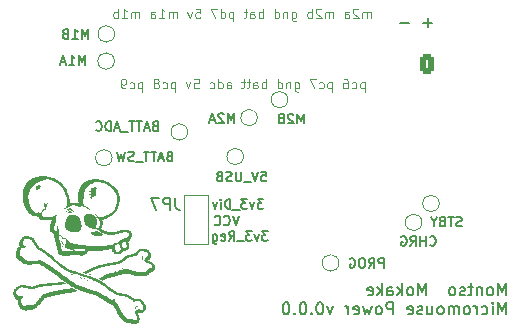
<source format=gbr>
%TF.GenerationSoftware,KiCad,Pcbnew,7.0.9*%
%TF.CreationDate,2024-03-23T20:10:25+02:00*%
%TF.ProjectId,Micromouse Power,4d696372-6f6d-46f7-9573-6520506f7765,v0.0.0*%
%TF.SameCoordinates,Original*%
%TF.FileFunction,Legend,Bot*%
%TF.FilePolarity,Positive*%
%FSLAX46Y46*%
G04 Gerber Fmt 4.6, Leading zero omitted, Abs format (unit mm)*
G04 Created by KiCad (PCBNEW 7.0.9) date 2024-03-23 20:10:25*
%MOMM*%
%LPD*%
G01*
G04 APERTURE LIST*
G04 Aperture macros list*
%AMRoundRect*
0 Rectangle with rounded corners*
0 $1 Rounding radius*
0 $2 $3 $4 $5 $6 $7 $8 $9 X,Y pos of 4 corners*
0 Add a 4 corners polygon primitive as box body*
4,1,4,$2,$3,$4,$5,$6,$7,$8,$9,$2,$3,0*
0 Add four circle primitives for the rounded corners*
1,1,$1+$1,$2,$3*
1,1,$1+$1,$4,$5*
1,1,$1+$1,$6,$7*
1,1,$1+$1,$8,$9*
0 Add four rect primitives between the rounded corners*
20,1,$1+$1,$2,$3,$4,$5,0*
20,1,$1+$1,$4,$5,$6,$7,0*
20,1,$1+$1,$6,$7,$8,$9,0*
20,1,$1+$1,$8,$9,$2,$3,0*%
G04 Aperture macros list end*
%ADD10C,0.150000*%
%ADD11C,0.125000*%
%ADD12C,0.200000*%
%ADD13C,0.120000*%
%ADD14RoundRect,0.250000X0.350000X0.625000X-0.350000X0.625000X-0.350000X-0.625000X0.350000X-0.625000X0*%
%ADD15O,1.200000X1.750000*%
%ADD16R,1.700000X1.700000*%
%ADD17O,1.700000X1.700000*%
%ADD18C,1.000000*%
%ADD19R,1.500000X1.000000*%
G04 APERTURE END LIST*
D10*
X183153220Y-130439819D02*
X183153220Y-129439819D01*
X183153220Y-129439819D02*
X182819887Y-130154104D01*
X182819887Y-130154104D02*
X182486554Y-129439819D01*
X182486554Y-129439819D02*
X182486554Y-130439819D01*
X181867506Y-130439819D02*
X181962744Y-130392200D01*
X181962744Y-130392200D02*
X182010363Y-130344580D01*
X182010363Y-130344580D02*
X182057982Y-130249342D01*
X182057982Y-130249342D02*
X182057982Y-129963628D01*
X182057982Y-129963628D02*
X182010363Y-129868390D01*
X182010363Y-129868390D02*
X181962744Y-129820771D01*
X181962744Y-129820771D02*
X181867506Y-129773152D01*
X181867506Y-129773152D02*
X181724649Y-129773152D01*
X181724649Y-129773152D02*
X181629411Y-129820771D01*
X181629411Y-129820771D02*
X181581792Y-129868390D01*
X181581792Y-129868390D02*
X181534173Y-129963628D01*
X181534173Y-129963628D02*
X181534173Y-130249342D01*
X181534173Y-130249342D02*
X181581792Y-130344580D01*
X181581792Y-130344580D02*
X181629411Y-130392200D01*
X181629411Y-130392200D02*
X181724649Y-130439819D01*
X181724649Y-130439819D02*
X181867506Y-130439819D01*
X181105601Y-129773152D02*
X181105601Y-130439819D01*
X181105601Y-129868390D02*
X181057982Y-129820771D01*
X181057982Y-129820771D02*
X180962744Y-129773152D01*
X180962744Y-129773152D02*
X180819887Y-129773152D01*
X180819887Y-129773152D02*
X180724649Y-129820771D01*
X180724649Y-129820771D02*
X180677030Y-129916009D01*
X180677030Y-129916009D02*
X180677030Y-130439819D01*
X180343696Y-129773152D02*
X179962744Y-129773152D01*
X180200839Y-129439819D02*
X180200839Y-130296961D01*
X180200839Y-130296961D02*
X180153220Y-130392200D01*
X180153220Y-130392200D02*
X180057982Y-130439819D01*
X180057982Y-130439819D02*
X179962744Y-130439819D01*
X179677029Y-130392200D02*
X179581791Y-130439819D01*
X179581791Y-130439819D02*
X179391315Y-130439819D01*
X179391315Y-130439819D02*
X179296077Y-130392200D01*
X179296077Y-130392200D02*
X179248458Y-130296961D01*
X179248458Y-130296961D02*
X179248458Y-130249342D01*
X179248458Y-130249342D02*
X179296077Y-130154104D01*
X179296077Y-130154104D02*
X179391315Y-130106485D01*
X179391315Y-130106485D02*
X179534172Y-130106485D01*
X179534172Y-130106485D02*
X179629410Y-130058866D01*
X179629410Y-130058866D02*
X179677029Y-129963628D01*
X179677029Y-129963628D02*
X179677029Y-129916009D01*
X179677029Y-129916009D02*
X179629410Y-129820771D01*
X179629410Y-129820771D02*
X179534172Y-129773152D01*
X179534172Y-129773152D02*
X179391315Y-129773152D01*
X179391315Y-129773152D02*
X179296077Y-129820771D01*
X178677029Y-130439819D02*
X178772267Y-130392200D01*
X178772267Y-130392200D02*
X178819886Y-130344580D01*
X178819886Y-130344580D02*
X178867505Y-130249342D01*
X178867505Y-130249342D02*
X178867505Y-129963628D01*
X178867505Y-129963628D02*
X178819886Y-129868390D01*
X178819886Y-129868390D02*
X178772267Y-129820771D01*
X178772267Y-129820771D02*
X178677029Y-129773152D01*
X178677029Y-129773152D02*
X178534172Y-129773152D01*
X178534172Y-129773152D02*
X178438934Y-129820771D01*
X178438934Y-129820771D02*
X178391315Y-129868390D01*
X178391315Y-129868390D02*
X178343696Y-129963628D01*
X178343696Y-129963628D02*
X178343696Y-130249342D01*
X178343696Y-130249342D02*
X178391315Y-130344580D01*
X178391315Y-130344580D02*
X178438934Y-130392200D01*
X178438934Y-130392200D02*
X178534172Y-130439819D01*
X178534172Y-130439819D02*
X178677029Y-130439819D01*
X176391314Y-130439819D02*
X176391314Y-129439819D01*
X176391314Y-129439819D02*
X176057981Y-130154104D01*
X176057981Y-130154104D02*
X175724648Y-129439819D01*
X175724648Y-129439819D02*
X175724648Y-130439819D01*
X175105600Y-130439819D02*
X175200838Y-130392200D01*
X175200838Y-130392200D02*
X175248457Y-130344580D01*
X175248457Y-130344580D02*
X175296076Y-130249342D01*
X175296076Y-130249342D02*
X175296076Y-129963628D01*
X175296076Y-129963628D02*
X175248457Y-129868390D01*
X175248457Y-129868390D02*
X175200838Y-129820771D01*
X175200838Y-129820771D02*
X175105600Y-129773152D01*
X175105600Y-129773152D02*
X174962743Y-129773152D01*
X174962743Y-129773152D02*
X174867505Y-129820771D01*
X174867505Y-129820771D02*
X174819886Y-129868390D01*
X174819886Y-129868390D02*
X174772267Y-129963628D01*
X174772267Y-129963628D02*
X174772267Y-130249342D01*
X174772267Y-130249342D02*
X174819886Y-130344580D01*
X174819886Y-130344580D02*
X174867505Y-130392200D01*
X174867505Y-130392200D02*
X174962743Y-130439819D01*
X174962743Y-130439819D02*
X175105600Y-130439819D01*
X174343695Y-130439819D02*
X174343695Y-129439819D01*
X174248457Y-130058866D02*
X173962743Y-130439819D01*
X173962743Y-129773152D02*
X174343695Y-130154104D01*
X173105600Y-130439819D02*
X173105600Y-129916009D01*
X173105600Y-129916009D02*
X173153219Y-129820771D01*
X173153219Y-129820771D02*
X173248457Y-129773152D01*
X173248457Y-129773152D02*
X173438933Y-129773152D01*
X173438933Y-129773152D02*
X173534171Y-129820771D01*
X173105600Y-130392200D02*
X173200838Y-130439819D01*
X173200838Y-130439819D02*
X173438933Y-130439819D01*
X173438933Y-130439819D02*
X173534171Y-130392200D01*
X173534171Y-130392200D02*
X173581790Y-130296961D01*
X173581790Y-130296961D02*
X173581790Y-130201723D01*
X173581790Y-130201723D02*
X173534171Y-130106485D01*
X173534171Y-130106485D02*
X173438933Y-130058866D01*
X173438933Y-130058866D02*
X173200838Y-130058866D01*
X173200838Y-130058866D02*
X173105600Y-130011247D01*
X172629409Y-130439819D02*
X172629409Y-129439819D01*
X172534171Y-130058866D02*
X172248457Y-130439819D01*
X172248457Y-129773152D02*
X172629409Y-130154104D01*
X171438933Y-130392200D02*
X171534171Y-130439819D01*
X171534171Y-130439819D02*
X171724647Y-130439819D01*
X171724647Y-130439819D02*
X171819885Y-130392200D01*
X171819885Y-130392200D02*
X171867504Y-130296961D01*
X171867504Y-130296961D02*
X171867504Y-129916009D01*
X171867504Y-129916009D02*
X171819885Y-129820771D01*
X171819885Y-129820771D02*
X171724647Y-129773152D01*
X171724647Y-129773152D02*
X171534171Y-129773152D01*
X171534171Y-129773152D02*
X171438933Y-129820771D01*
X171438933Y-129820771D02*
X171391314Y-129916009D01*
X171391314Y-129916009D02*
X171391314Y-130011247D01*
X171391314Y-130011247D02*
X171867504Y-130106485D01*
X183153220Y-132049819D02*
X183153220Y-131049819D01*
X183153220Y-131049819D02*
X182819887Y-131764104D01*
X182819887Y-131764104D02*
X182486554Y-131049819D01*
X182486554Y-131049819D02*
X182486554Y-132049819D01*
X182010363Y-132049819D02*
X182010363Y-131383152D01*
X182010363Y-131049819D02*
X182057982Y-131097438D01*
X182057982Y-131097438D02*
X182010363Y-131145057D01*
X182010363Y-131145057D02*
X181962744Y-131097438D01*
X181962744Y-131097438D02*
X182010363Y-131049819D01*
X182010363Y-131049819D02*
X182010363Y-131145057D01*
X181105602Y-132002200D02*
X181200840Y-132049819D01*
X181200840Y-132049819D02*
X181391316Y-132049819D01*
X181391316Y-132049819D02*
X181486554Y-132002200D01*
X181486554Y-132002200D02*
X181534173Y-131954580D01*
X181534173Y-131954580D02*
X181581792Y-131859342D01*
X181581792Y-131859342D02*
X181581792Y-131573628D01*
X181581792Y-131573628D02*
X181534173Y-131478390D01*
X181534173Y-131478390D02*
X181486554Y-131430771D01*
X181486554Y-131430771D02*
X181391316Y-131383152D01*
X181391316Y-131383152D02*
X181200840Y-131383152D01*
X181200840Y-131383152D02*
X181105602Y-131430771D01*
X180677030Y-132049819D02*
X180677030Y-131383152D01*
X180677030Y-131573628D02*
X180629411Y-131478390D01*
X180629411Y-131478390D02*
X180581792Y-131430771D01*
X180581792Y-131430771D02*
X180486554Y-131383152D01*
X180486554Y-131383152D02*
X180391316Y-131383152D01*
X179915125Y-132049819D02*
X180010363Y-132002200D01*
X180010363Y-132002200D02*
X180057982Y-131954580D01*
X180057982Y-131954580D02*
X180105601Y-131859342D01*
X180105601Y-131859342D02*
X180105601Y-131573628D01*
X180105601Y-131573628D02*
X180057982Y-131478390D01*
X180057982Y-131478390D02*
X180010363Y-131430771D01*
X180010363Y-131430771D02*
X179915125Y-131383152D01*
X179915125Y-131383152D02*
X179772268Y-131383152D01*
X179772268Y-131383152D02*
X179677030Y-131430771D01*
X179677030Y-131430771D02*
X179629411Y-131478390D01*
X179629411Y-131478390D02*
X179581792Y-131573628D01*
X179581792Y-131573628D02*
X179581792Y-131859342D01*
X179581792Y-131859342D02*
X179629411Y-131954580D01*
X179629411Y-131954580D02*
X179677030Y-132002200D01*
X179677030Y-132002200D02*
X179772268Y-132049819D01*
X179772268Y-132049819D02*
X179915125Y-132049819D01*
X179153220Y-132049819D02*
X179153220Y-131383152D01*
X179153220Y-131478390D02*
X179105601Y-131430771D01*
X179105601Y-131430771D02*
X179010363Y-131383152D01*
X179010363Y-131383152D02*
X178867506Y-131383152D01*
X178867506Y-131383152D02*
X178772268Y-131430771D01*
X178772268Y-131430771D02*
X178724649Y-131526009D01*
X178724649Y-131526009D02*
X178724649Y-132049819D01*
X178724649Y-131526009D02*
X178677030Y-131430771D01*
X178677030Y-131430771D02*
X178581792Y-131383152D01*
X178581792Y-131383152D02*
X178438935Y-131383152D01*
X178438935Y-131383152D02*
X178343696Y-131430771D01*
X178343696Y-131430771D02*
X178296077Y-131526009D01*
X178296077Y-131526009D02*
X178296077Y-132049819D01*
X177677030Y-132049819D02*
X177772268Y-132002200D01*
X177772268Y-132002200D02*
X177819887Y-131954580D01*
X177819887Y-131954580D02*
X177867506Y-131859342D01*
X177867506Y-131859342D02*
X177867506Y-131573628D01*
X177867506Y-131573628D02*
X177819887Y-131478390D01*
X177819887Y-131478390D02*
X177772268Y-131430771D01*
X177772268Y-131430771D02*
X177677030Y-131383152D01*
X177677030Y-131383152D02*
X177534173Y-131383152D01*
X177534173Y-131383152D02*
X177438935Y-131430771D01*
X177438935Y-131430771D02*
X177391316Y-131478390D01*
X177391316Y-131478390D02*
X177343697Y-131573628D01*
X177343697Y-131573628D02*
X177343697Y-131859342D01*
X177343697Y-131859342D02*
X177391316Y-131954580D01*
X177391316Y-131954580D02*
X177438935Y-132002200D01*
X177438935Y-132002200D02*
X177534173Y-132049819D01*
X177534173Y-132049819D02*
X177677030Y-132049819D01*
X176486554Y-131383152D02*
X176486554Y-132049819D01*
X176915125Y-131383152D02*
X176915125Y-131906961D01*
X176915125Y-131906961D02*
X176867506Y-132002200D01*
X176867506Y-132002200D02*
X176772268Y-132049819D01*
X176772268Y-132049819D02*
X176629411Y-132049819D01*
X176629411Y-132049819D02*
X176534173Y-132002200D01*
X176534173Y-132002200D02*
X176486554Y-131954580D01*
X176057982Y-132002200D02*
X175962744Y-132049819D01*
X175962744Y-132049819D02*
X175772268Y-132049819D01*
X175772268Y-132049819D02*
X175677030Y-132002200D01*
X175677030Y-132002200D02*
X175629411Y-131906961D01*
X175629411Y-131906961D02*
X175629411Y-131859342D01*
X175629411Y-131859342D02*
X175677030Y-131764104D01*
X175677030Y-131764104D02*
X175772268Y-131716485D01*
X175772268Y-131716485D02*
X175915125Y-131716485D01*
X175915125Y-131716485D02*
X176010363Y-131668866D01*
X176010363Y-131668866D02*
X176057982Y-131573628D01*
X176057982Y-131573628D02*
X176057982Y-131526009D01*
X176057982Y-131526009D02*
X176010363Y-131430771D01*
X176010363Y-131430771D02*
X175915125Y-131383152D01*
X175915125Y-131383152D02*
X175772268Y-131383152D01*
X175772268Y-131383152D02*
X175677030Y-131430771D01*
X174819887Y-132002200D02*
X174915125Y-132049819D01*
X174915125Y-132049819D02*
X175105601Y-132049819D01*
X175105601Y-132049819D02*
X175200839Y-132002200D01*
X175200839Y-132002200D02*
X175248458Y-131906961D01*
X175248458Y-131906961D02*
X175248458Y-131526009D01*
X175248458Y-131526009D02*
X175200839Y-131430771D01*
X175200839Y-131430771D02*
X175105601Y-131383152D01*
X175105601Y-131383152D02*
X174915125Y-131383152D01*
X174915125Y-131383152D02*
X174819887Y-131430771D01*
X174819887Y-131430771D02*
X174772268Y-131526009D01*
X174772268Y-131526009D02*
X174772268Y-131621247D01*
X174772268Y-131621247D02*
X175248458Y-131716485D01*
X173581791Y-132049819D02*
X173581791Y-131049819D01*
X173581791Y-131049819D02*
X173200839Y-131049819D01*
X173200839Y-131049819D02*
X173105601Y-131097438D01*
X173105601Y-131097438D02*
X173057982Y-131145057D01*
X173057982Y-131145057D02*
X173010363Y-131240295D01*
X173010363Y-131240295D02*
X173010363Y-131383152D01*
X173010363Y-131383152D02*
X173057982Y-131478390D01*
X173057982Y-131478390D02*
X173105601Y-131526009D01*
X173105601Y-131526009D02*
X173200839Y-131573628D01*
X173200839Y-131573628D02*
X173581791Y-131573628D01*
X172438934Y-132049819D02*
X172534172Y-132002200D01*
X172534172Y-132002200D02*
X172581791Y-131954580D01*
X172581791Y-131954580D02*
X172629410Y-131859342D01*
X172629410Y-131859342D02*
X172629410Y-131573628D01*
X172629410Y-131573628D02*
X172581791Y-131478390D01*
X172581791Y-131478390D02*
X172534172Y-131430771D01*
X172534172Y-131430771D02*
X172438934Y-131383152D01*
X172438934Y-131383152D02*
X172296077Y-131383152D01*
X172296077Y-131383152D02*
X172200839Y-131430771D01*
X172200839Y-131430771D02*
X172153220Y-131478390D01*
X172153220Y-131478390D02*
X172105601Y-131573628D01*
X172105601Y-131573628D02*
X172105601Y-131859342D01*
X172105601Y-131859342D02*
X172153220Y-131954580D01*
X172153220Y-131954580D02*
X172200839Y-132002200D01*
X172200839Y-132002200D02*
X172296077Y-132049819D01*
X172296077Y-132049819D02*
X172438934Y-132049819D01*
X171772267Y-131383152D02*
X171581791Y-132049819D01*
X171581791Y-132049819D02*
X171391315Y-131573628D01*
X171391315Y-131573628D02*
X171200839Y-132049819D01*
X171200839Y-132049819D02*
X171010363Y-131383152D01*
X170248458Y-132002200D02*
X170343696Y-132049819D01*
X170343696Y-132049819D02*
X170534172Y-132049819D01*
X170534172Y-132049819D02*
X170629410Y-132002200D01*
X170629410Y-132002200D02*
X170677029Y-131906961D01*
X170677029Y-131906961D02*
X170677029Y-131526009D01*
X170677029Y-131526009D02*
X170629410Y-131430771D01*
X170629410Y-131430771D02*
X170534172Y-131383152D01*
X170534172Y-131383152D02*
X170343696Y-131383152D01*
X170343696Y-131383152D02*
X170248458Y-131430771D01*
X170248458Y-131430771D02*
X170200839Y-131526009D01*
X170200839Y-131526009D02*
X170200839Y-131621247D01*
X170200839Y-131621247D02*
X170677029Y-131716485D01*
X169772267Y-132049819D02*
X169772267Y-131383152D01*
X169772267Y-131573628D02*
X169724648Y-131478390D01*
X169724648Y-131478390D02*
X169677029Y-131430771D01*
X169677029Y-131430771D02*
X169581791Y-131383152D01*
X169581791Y-131383152D02*
X169486553Y-131383152D01*
X168486552Y-131383152D02*
X168248457Y-132049819D01*
X168248457Y-132049819D02*
X168010362Y-131383152D01*
X167438933Y-131049819D02*
X167343695Y-131049819D01*
X167343695Y-131049819D02*
X167248457Y-131097438D01*
X167248457Y-131097438D02*
X167200838Y-131145057D01*
X167200838Y-131145057D02*
X167153219Y-131240295D01*
X167153219Y-131240295D02*
X167105600Y-131430771D01*
X167105600Y-131430771D02*
X167105600Y-131668866D01*
X167105600Y-131668866D02*
X167153219Y-131859342D01*
X167153219Y-131859342D02*
X167200838Y-131954580D01*
X167200838Y-131954580D02*
X167248457Y-132002200D01*
X167248457Y-132002200D02*
X167343695Y-132049819D01*
X167343695Y-132049819D02*
X167438933Y-132049819D01*
X167438933Y-132049819D02*
X167534171Y-132002200D01*
X167534171Y-132002200D02*
X167581790Y-131954580D01*
X167581790Y-131954580D02*
X167629409Y-131859342D01*
X167629409Y-131859342D02*
X167677028Y-131668866D01*
X167677028Y-131668866D02*
X167677028Y-131430771D01*
X167677028Y-131430771D02*
X167629409Y-131240295D01*
X167629409Y-131240295D02*
X167581790Y-131145057D01*
X167581790Y-131145057D02*
X167534171Y-131097438D01*
X167534171Y-131097438D02*
X167438933Y-131049819D01*
X166677028Y-131954580D02*
X166629409Y-132002200D01*
X166629409Y-132002200D02*
X166677028Y-132049819D01*
X166677028Y-132049819D02*
X166724647Y-132002200D01*
X166724647Y-132002200D02*
X166677028Y-131954580D01*
X166677028Y-131954580D02*
X166677028Y-132049819D01*
X166010362Y-131049819D02*
X165915124Y-131049819D01*
X165915124Y-131049819D02*
X165819886Y-131097438D01*
X165819886Y-131097438D02*
X165772267Y-131145057D01*
X165772267Y-131145057D02*
X165724648Y-131240295D01*
X165724648Y-131240295D02*
X165677029Y-131430771D01*
X165677029Y-131430771D02*
X165677029Y-131668866D01*
X165677029Y-131668866D02*
X165724648Y-131859342D01*
X165724648Y-131859342D02*
X165772267Y-131954580D01*
X165772267Y-131954580D02*
X165819886Y-132002200D01*
X165819886Y-132002200D02*
X165915124Y-132049819D01*
X165915124Y-132049819D02*
X166010362Y-132049819D01*
X166010362Y-132049819D02*
X166105600Y-132002200D01*
X166105600Y-132002200D02*
X166153219Y-131954580D01*
X166153219Y-131954580D02*
X166200838Y-131859342D01*
X166200838Y-131859342D02*
X166248457Y-131668866D01*
X166248457Y-131668866D02*
X166248457Y-131430771D01*
X166248457Y-131430771D02*
X166200838Y-131240295D01*
X166200838Y-131240295D02*
X166153219Y-131145057D01*
X166153219Y-131145057D02*
X166105600Y-131097438D01*
X166105600Y-131097438D02*
X166010362Y-131049819D01*
X165248457Y-131954580D02*
X165200838Y-132002200D01*
X165200838Y-132002200D02*
X165248457Y-132049819D01*
X165248457Y-132049819D02*
X165296076Y-132002200D01*
X165296076Y-132002200D02*
X165248457Y-131954580D01*
X165248457Y-131954580D02*
X165248457Y-132049819D01*
X164581791Y-131049819D02*
X164486553Y-131049819D01*
X164486553Y-131049819D02*
X164391315Y-131097438D01*
X164391315Y-131097438D02*
X164343696Y-131145057D01*
X164343696Y-131145057D02*
X164296077Y-131240295D01*
X164296077Y-131240295D02*
X164248458Y-131430771D01*
X164248458Y-131430771D02*
X164248458Y-131668866D01*
X164248458Y-131668866D02*
X164296077Y-131859342D01*
X164296077Y-131859342D02*
X164343696Y-131954580D01*
X164343696Y-131954580D02*
X164391315Y-132002200D01*
X164391315Y-132002200D02*
X164486553Y-132049819D01*
X164486553Y-132049819D02*
X164581791Y-132049819D01*
X164581791Y-132049819D02*
X164677029Y-132002200D01*
X164677029Y-132002200D02*
X164724648Y-131954580D01*
X164724648Y-131954580D02*
X164772267Y-131859342D01*
X164772267Y-131859342D02*
X164819886Y-131668866D01*
X164819886Y-131668866D02*
X164819886Y-131430771D01*
X164819886Y-131430771D02*
X164772267Y-131240295D01*
X164772267Y-131240295D02*
X164724648Y-131145057D01*
X164724648Y-131145057D02*
X164677029Y-131097438D01*
X164677029Y-131097438D02*
X164581791Y-131049819D01*
D11*
X171685287Y-106965595D02*
X171685287Y-106432261D01*
X171685287Y-106508452D02*
X171647192Y-106470357D01*
X171647192Y-106470357D02*
X171571002Y-106432261D01*
X171571002Y-106432261D02*
X171456716Y-106432261D01*
X171456716Y-106432261D02*
X171380525Y-106470357D01*
X171380525Y-106470357D02*
X171342430Y-106546547D01*
X171342430Y-106546547D02*
X171342430Y-106965595D01*
X171342430Y-106546547D02*
X171304335Y-106470357D01*
X171304335Y-106470357D02*
X171228144Y-106432261D01*
X171228144Y-106432261D02*
X171113859Y-106432261D01*
X171113859Y-106432261D02*
X171037668Y-106470357D01*
X171037668Y-106470357D02*
X170999573Y-106546547D01*
X170999573Y-106546547D02*
X170999573Y-106965595D01*
X170656716Y-106241785D02*
X170618620Y-106203690D01*
X170618620Y-106203690D02*
X170542430Y-106165595D01*
X170542430Y-106165595D02*
X170351954Y-106165595D01*
X170351954Y-106165595D02*
X170275763Y-106203690D01*
X170275763Y-106203690D02*
X170237668Y-106241785D01*
X170237668Y-106241785D02*
X170199573Y-106317976D01*
X170199573Y-106317976D02*
X170199573Y-106394166D01*
X170199573Y-106394166D02*
X170237668Y-106508452D01*
X170237668Y-106508452D02*
X170694811Y-106965595D01*
X170694811Y-106965595D02*
X170199573Y-106965595D01*
X169513858Y-106965595D02*
X169513858Y-106546547D01*
X169513858Y-106546547D02*
X169551953Y-106470357D01*
X169551953Y-106470357D02*
X169628144Y-106432261D01*
X169628144Y-106432261D02*
X169780525Y-106432261D01*
X169780525Y-106432261D02*
X169856715Y-106470357D01*
X169513858Y-106927500D02*
X169590049Y-106965595D01*
X169590049Y-106965595D02*
X169780525Y-106965595D01*
X169780525Y-106965595D02*
X169856715Y-106927500D01*
X169856715Y-106927500D02*
X169894811Y-106851309D01*
X169894811Y-106851309D02*
X169894811Y-106775119D01*
X169894811Y-106775119D02*
X169856715Y-106698928D01*
X169856715Y-106698928D02*
X169780525Y-106660833D01*
X169780525Y-106660833D02*
X169590049Y-106660833D01*
X169590049Y-106660833D02*
X169513858Y-106622738D01*
X168523381Y-106965595D02*
X168523381Y-106432261D01*
X168523381Y-106508452D02*
X168485286Y-106470357D01*
X168485286Y-106470357D02*
X168409096Y-106432261D01*
X168409096Y-106432261D02*
X168294810Y-106432261D01*
X168294810Y-106432261D02*
X168218619Y-106470357D01*
X168218619Y-106470357D02*
X168180524Y-106546547D01*
X168180524Y-106546547D02*
X168180524Y-106965595D01*
X168180524Y-106546547D02*
X168142429Y-106470357D01*
X168142429Y-106470357D02*
X168066238Y-106432261D01*
X168066238Y-106432261D02*
X167951953Y-106432261D01*
X167951953Y-106432261D02*
X167875762Y-106470357D01*
X167875762Y-106470357D02*
X167837667Y-106546547D01*
X167837667Y-106546547D02*
X167837667Y-106965595D01*
X167494810Y-106241785D02*
X167456714Y-106203690D01*
X167456714Y-106203690D02*
X167380524Y-106165595D01*
X167380524Y-106165595D02*
X167190048Y-106165595D01*
X167190048Y-106165595D02*
X167113857Y-106203690D01*
X167113857Y-106203690D02*
X167075762Y-106241785D01*
X167075762Y-106241785D02*
X167037667Y-106317976D01*
X167037667Y-106317976D02*
X167037667Y-106394166D01*
X167037667Y-106394166D02*
X167075762Y-106508452D01*
X167075762Y-106508452D02*
X167532905Y-106965595D01*
X167532905Y-106965595D02*
X167037667Y-106965595D01*
X166694809Y-106965595D02*
X166694809Y-106165595D01*
X166694809Y-106470357D02*
X166618619Y-106432261D01*
X166618619Y-106432261D02*
X166466238Y-106432261D01*
X166466238Y-106432261D02*
X166390047Y-106470357D01*
X166390047Y-106470357D02*
X166351952Y-106508452D01*
X166351952Y-106508452D02*
X166313857Y-106584642D01*
X166313857Y-106584642D02*
X166313857Y-106813214D01*
X166313857Y-106813214D02*
X166351952Y-106889404D01*
X166351952Y-106889404D02*
X166390047Y-106927500D01*
X166390047Y-106927500D02*
X166466238Y-106965595D01*
X166466238Y-106965595D02*
X166618619Y-106965595D01*
X166618619Y-106965595D02*
X166694809Y-106927500D01*
X165018618Y-106432261D02*
X165018618Y-107079880D01*
X165018618Y-107079880D02*
X165056713Y-107156071D01*
X165056713Y-107156071D02*
X165094809Y-107194166D01*
X165094809Y-107194166D02*
X165170999Y-107232261D01*
X165170999Y-107232261D02*
X165285285Y-107232261D01*
X165285285Y-107232261D02*
X165361475Y-107194166D01*
X165018618Y-106927500D02*
X165094809Y-106965595D01*
X165094809Y-106965595D02*
X165247190Y-106965595D01*
X165247190Y-106965595D02*
X165323380Y-106927500D01*
X165323380Y-106927500D02*
X165361475Y-106889404D01*
X165361475Y-106889404D02*
X165399571Y-106813214D01*
X165399571Y-106813214D02*
X165399571Y-106584642D01*
X165399571Y-106584642D02*
X165361475Y-106508452D01*
X165361475Y-106508452D02*
X165323380Y-106470357D01*
X165323380Y-106470357D02*
X165247190Y-106432261D01*
X165247190Y-106432261D02*
X165094809Y-106432261D01*
X165094809Y-106432261D02*
X165018618Y-106470357D01*
X164637665Y-106432261D02*
X164637665Y-106965595D01*
X164637665Y-106508452D02*
X164599570Y-106470357D01*
X164599570Y-106470357D02*
X164523380Y-106432261D01*
X164523380Y-106432261D02*
X164409094Y-106432261D01*
X164409094Y-106432261D02*
X164332903Y-106470357D01*
X164332903Y-106470357D02*
X164294808Y-106546547D01*
X164294808Y-106546547D02*
X164294808Y-106965595D01*
X163570998Y-106965595D02*
X163570998Y-106165595D01*
X163570998Y-106927500D02*
X163647189Y-106965595D01*
X163647189Y-106965595D02*
X163799570Y-106965595D01*
X163799570Y-106965595D02*
X163875760Y-106927500D01*
X163875760Y-106927500D02*
X163913855Y-106889404D01*
X163913855Y-106889404D02*
X163951951Y-106813214D01*
X163951951Y-106813214D02*
X163951951Y-106584642D01*
X163951951Y-106584642D02*
X163913855Y-106508452D01*
X163913855Y-106508452D02*
X163875760Y-106470357D01*
X163875760Y-106470357D02*
X163799570Y-106432261D01*
X163799570Y-106432261D02*
X163647189Y-106432261D01*
X163647189Y-106432261D02*
X163570998Y-106470357D01*
X162580521Y-106965595D02*
X162580521Y-106165595D01*
X162580521Y-106470357D02*
X162504331Y-106432261D01*
X162504331Y-106432261D02*
X162351950Y-106432261D01*
X162351950Y-106432261D02*
X162275759Y-106470357D01*
X162275759Y-106470357D02*
X162237664Y-106508452D01*
X162237664Y-106508452D02*
X162199569Y-106584642D01*
X162199569Y-106584642D02*
X162199569Y-106813214D01*
X162199569Y-106813214D02*
X162237664Y-106889404D01*
X162237664Y-106889404D02*
X162275759Y-106927500D01*
X162275759Y-106927500D02*
X162351950Y-106965595D01*
X162351950Y-106965595D02*
X162504331Y-106965595D01*
X162504331Y-106965595D02*
X162580521Y-106927500D01*
X161513854Y-106965595D02*
X161513854Y-106546547D01*
X161513854Y-106546547D02*
X161551949Y-106470357D01*
X161551949Y-106470357D02*
X161628140Y-106432261D01*
X161628140Y-106432261D02*
X161780521Y-106432261D01*
X161780521Y-106432261D02*
X161856711Y-106470357D01*
X161513854Y-106927500D02*
X161590045Y-106965595D01*
X161590045Y-106965595D02*
X161780521Y-106965595D01*
X161780521Y-106965595D02*
X161856711Y-106927500D01*
X161856711Y-106927500D02*
X161894807Y-106851309D01*
X161894807Y-106851309D02*
X161894807Y-106775119D01*
X161894807Y-106775119D02*
X161856711Y-106698928D01*
X161856711Y-106698928D02*
X161780521Y-106660833D01*
X161780521Y-106660833D02*
X161590045Y-106660833D01*
X161590045Y-106660833D02*
X161513854Y-106622738D01*
X161247187Y-106432261D02*
X160942425Y-106432261D01*
X161132901Y-106165595D02*
X161132901Y-106851309D01*
X161132901Y-106851309D02*
X161094806Y-106927500D01*
X161094806Y-106927500D02*
X161018616Y-106965595D01*
X161018616Y-106965595D02*
X160942425Y-106965595D01*
X160066234Y-106432261D02*
X160066234Y-107232261D01*
X160066234Y-106470357D02*
X159990044Y-106432261D01*
X159990044Y-106432261D02*
X159837663Y-106432261D01*
X159837663Y-106432261D02*
X159761472Y-106470357D01*
X159761472Y-106470357D02*
X159723377Y-106508452D01*
X159723377Y-106508452D02*
X159685282Y-106584642D01*
X159685282Y-106584642D02*
X159685282Y-106813214D01*
X159685282Y-106813214D02*
X159723377Y-106889404D01*
X159723377Y-106889404D02*
X159761472Y-106927500D01*
X159761472Y-106927500D02*
X159837663Y-106965595D01*
X159837663Y-106965595D02*
X159990044Y-106965595D01*
X159990044Y-106965595D02*
X160066234Y-106927500D01*
X158999567Y-106965595D02*
X158999567Y-106165595D01*
X158999567Y-106927500D02*
X159075758Y-106965595D01*
X159075758Y-106965595D02*
X159228139Y-106965595D01*
X159228139Y-106965595D02*
X159304329Y-106927500D01*
X159304329Y-106927500D02*
X159342424Y-106889404D01*
X159342424Y-106889404D02*
X159380520Y-106813214D01*
X159380520Y-106813214D02*
X159380520Y-106584642D01*
X159380520Y-106584642D02*
X159342424Y-106508452D01*
X159342424Y-106508452D02*
X159304329Y-106470357D01*
X159304329Y-106470357D02*
X159228139Y-106432261D01*
X159228139Y-106432261D02*
X159075758Y-106432261D01*
X159075758Y-106432261D02*
X158999567Y-106470357D01*
X158694805Y-106165595D02*
X158161471Y-106165595D01*
X158161471Y-106165595D02*
X158504329Y-106965595D01*
X156866233Y-106165595D02*
X157247185Y-106165595D01*
X157247185Y-106165595D02*
X157285281Y-106546547D01*
X157285281Y-106546547D02*
X157247185Y-106508452D01*
X157247185Y-106508452D02*
X157170995Y-106470357D01*
X157170995Y-106470357D02*
X156980519Y-106470357D01*
X156980519Y-106470357D02*
X156904328Y-106508452D01*
X156904328Y-106508452D02*
X156866233Y-106546547D01*
X156866233Y-106546547D02*
X156828138Y-106622738D01*
X156828138Y-106622738D02*
X156828138Y-106813214D01*
X156828138Y-106813214D02*
X156866233Y-106889404D01*
X156866233Y-106889404D02*
X156904328Y-106927500D01*
X156904328Y-106927500D02*
X156980519Y-106965595D01*
X156980519Y-106965595D02*
X157170995Y-106965595D01*
X157170995Y-106965595D02*
X157247185Y-106927500D01*
X157247185Y-106927500D02*
X157285281Y-106889404D01*
X156561471Y-106432261D02*
X156370995Y-106965595D01*
X156370995Y-106965595D02*
X156180518Y-106432261D01*
X155266232Y-106965595D02*
X155266232Y-106432261D01*
X155266232Y-106508452D02*
X155228137Y-106470357D01*
X155228137Y-106470357D02*
X155151947Y-106432261D01*
X155151947Y-106432261D02*
X155037661Y-106432261D01*
X155037661Y-106432261D02*
X154961470Y-106470357D01*
X154961470Y-106470357D02*
X154923375Y-106546547D01*
X154923375Y-106546547D02*
X154923375Y-106965595D01*
X154923375Y-106546547D02*
X154885280Y-106470357D01*
X154885280Y-106470357D02*
X154809089Y-106432261D01*
X154809089Y-106432261D02*
X154694804Y-106432261D01*
X154694804Y-106432261D02*
X154618613Y-106470357D01*
X154618613Y-106470357D02*
X154580518Y-106546547D01*
X154580518Y-106546547D02*
X154580518Y-106965595D01*
X153780518Y-106965595D02*
X154237661Y-106965595D01*
X154009089Y-106965595D02*
X154009089Y-106165595D01*
X154009089Y-106165595D02*
X154085280Y-106279880D01*
X154085280Y-106279880D02*
X154161470Y-106356071D01*
X154161470Y-106356071D02*
X154237661Y-106394166D01*
X153094803Y-106965595D02*
X153094803Y-106546547D01*
X153094803Y-106546547D02*
X153132898Y-106470357D01*
X153132898Y-106470357D02*
X153209089Y-106432261D01*
X153209089Y-106432261D02*
X153361470Y-106432261D01*
X153361470Y-106432261D02*
X153437660Y-106470357D01*
X153094803Y-106927500D02*
X153170994Y-106965595D01*
X153170994Y-106965595D02*
X153361470Y-106965595D01*
X153361470Y-106965595D02*
X153437660Y-106927500D01*
X153437660Y-106927500D02*
X153475756Y-106851309D01*
X153475756Y-106851309D02*
X153475756Y-106775119D01*
X153475756Y-106775119D02*
X153437660Y-106698928D01*
X153437660Y-106698928D02*
X153361470Y-106660833D01*
X153361470Y-106660833D02*
X153170994Y-106660833D01*
X153170994Y-106660833D02*
X153094803Y-106622738D01*
X152104326Y-106965595D02*
X152104326Y-106432261D01*
X152104326Y-106508452D02*
X152066231Y-106470357D01*
X152066231Y-106470357D02*
X151990041Y-106432261D01*
X151990041Y-106432261D02*
X151875755Y-106432261D01*
X151875755Y-106432261D02*
X151799564Y-106470357D01*
X151799564Y-106470357D02*
X151761469Y-106546547D01*
X151761469Y-106546547D02*
X151761469Y-106965595D01*
X151761469Y-106546547D02*
X151723374Y-106470357D01*
X151723374Y-106470357D02*
X151647183Y-106432261D01*
X151647183Y-106432261D02*
X151532898Y-106432261D01*
X151532898Y-106432261D02*
X151456707Y-106470357D01*
X151456707Y-106470357D02*
X151418612Y-106546547D01*
X151418612Y-106546547D02*
X151418612Y-106965595D01*
X150618612Y-106965595D02*
X151075755Y-106965595D01*
X150847183Y-106965595D02*
X150847183Y-106165595D01*
X150847183Y-106165595D02*
X150923374Y-106279880D01*
X150923374Y-106279880D02*
X150999564Y-106356071D01*
X150999564Y-106356071D02*
X151075755Y-106394166D01*
X150275754Y-106965595D02*
X150275754Y-106165595D01*
X150275754Y-106470357D02*
X150199564Y-106432261D01*
X150199564Y-106432261D02*
X150047183Y-106432261D01*
X150047183Y-106432261D02*
X149970992Y-106470357D01*
X149970992Y-106470357D02*
X149932897Y-106508452D01*
X149932897Y-106508452D02*
X149894802Y-106584642D01*
X149894802Y-106584642D02*
X149894802Y-106813214D01*
X149894802Y-106813214D02*
X149932897Y-106889404D01*
X149932897Y-106889404D02*
X149970992Y-106927500D01*
X149970992Y-106927500D02*
X150047183Y-106965595D01*
X150047183Y-106965595D02*
X150199564Y-106965595D01*
X150199564Y-106965595D02*
X150275754Y-106927500D01*
D12*
X174139673Y-107343733D02*
X174901578Y-107343733D01*
X176139673Y-107343733D02*
X176901578Y-107343733D01*
X176520625Y-106962780D02*
X176520625Y-107724685D01*
D11*
X171177287Y-112392261D02*
X171177287Y-113192261D01*
X171177287Y-112430357D02*
X171101097Y-112392261D01*
X171101097Y-112392261D02*
X170948716Y-112392261D01*
X170948716Y-112392261D02*
X170872525Y-112430357D01*
X170872525Y-112430357D02*
X170834430Y-112468452D01*
X170834430Y-112468452D02*
X170796335Y-112544642D01*
X170796335Y-112544642D02*
X170796335Y-112773214D01*
X170796335Y-112773214D02*
X170834430Y-112849404D01*
X170834430Y-112849404D02*
X170872525Y-112887500D01*
X170872525Y-112887500D02*
X170948716Y-112925595D01*
X170948716Y-112925595D02*
X171101097Y-112925595D01*
X171101097Y-112925595D02*
X171177287Y-112887500D01*
X170110620Y-112887500D02*
X170186811Y-112925595D01*
X170186811Y-112925595D02*
X170339192Y-112925595D01*
X170339192Y-112925595D02*
X170415382Y-112887500D01*
X170415382Y-112887500D02*
X170453477Y-112849404D01*
X170453477Y-112849404D02*
X170491573Y-112773214D01*
X170491573Y-112773214D02*
X170491573Y-112544642D01*
X170491573Y-112544642D02*
X170453477Y-112468452D01*
X170453477Y-112468452D02*
X170415382Y-112430357D01*
X170415382Y-112430357D02*
X170339192Y-112392261D01*
X170339192Y-112392261D02*
X170186811Y-112392261D01*
X170186811Y-112392261D02*
X170110620Y-112430357D01*
X169424906Y-112125595D02*
X169577287Y-112125595D01*
X169577287Y-112125595D02*
X169653478Y-112163690D01*
X169653478Y-112163690D02*
X169691573Y-112201785D01*
X169691573Y-112201785D02*
X169767763Y-112316071D01*
X169767763Y-112316071D02*
X169805859Y-112468452D01*
X169805859Y-112468452D02*
X169805859Y-112773214D01*
X169805859Y-112773214D02*
X169767763Y-112849404D01*
X169767763Y-112849404D02*
X169729668Y-112887500D01*
X169729668Y-112887500D02*
X169653478Y-112925595D01*
X169653478Y-112925595D02*
X169501097Y-112925595D01*
X169501097Y-112925595D02*
X169424906Y-112887500D01*
X169424906Y-112887500D02*
X169386811Y-112849404D01*
X169386811Y-112849404D02*
X169348716Y-112773214D01*
X169348716Y-112773214D02*
X169348716Y-112582738D01*
X169348716Y-112582738D02*
X169386811Y-112506547D01*
X169386811Y-112506547D02*
X169424906Y-112468452D01*
X169424906Y-112468452D02*
X169501097Y-112430357D01*
X169501097Y-112430357D02*
X169653478Y-112430357D01*
X169653478Y-112430357D02*
X169729668Y-112468452D01*
X169729668Y-112468452D02*
X169767763Y-112506547D01*
X169767763Y-112506547D02*
X169805859Y-112582738D01*
X168396334Y-112392261D02*
X168396334Y-113192261D01*
X168396334Y-112430357D02*
X168320144Y-112392261D01*
X168320144Y-112392261D02*
X168167763Y-112392261D01*
X168167763Y-112392261D02*
X168091572Y-112430357D01*
X168091572Y-112430357D02*
X168053477Y-112468452D01*
X168053477Y-112468452D02*
X168015382Y-112544642D01*
X168015382Y-112544642D02*
X168015382Y-112773214D01*
X168015382Y-112773214D02*
X168053477Y-112849404D01*
X168053477Y-112849404D02*
X168091572Y-112887500D01*
X168091572Y-112887500D02*
X168167763Y-112925595D01*
X168167763Y-112925595D02*
X168320144Y-112925595D01*
X168320144Y-112925595D02*
X168396334Y-112887500D01*
X167329667Y-112887500D02*
X167405858Y-112925595D01*
X167405858Y-112925595D02*
X167558239Y-112925595D01*
X167558239Y-112925595D02*
X167634429Y-112887500D01*
X167634429Y-112887500D02*
X167672524Y-112849404D01*
X167672524Y-112849404D02*
X167710620Y-112773214D01*
X167710620Y-112773214D02*
X167710620Y-112544642D01*
X167710620Y-112544642D02*
X167672524Y-112468452D01*
X167672524Y-112468452D02*
X167634429Y-112430357D01*
X167634429Y-112430357D02*
X167558239Y-112392261D01*
X167558239Y-112392261D02*
X167405858Y-112392261D01*
X167405858Y-112392261D02*
X167329667Y-112430357D01*
X167063001Y-112125595D02*
X166529667Y-112125595D01*
X166529667Y-112125595D02*
X166872525Y-112925595D01*
X165272524Y-112392261D02*
X165272524Y-113039880D01*
X165272524Y-113039880D02*
X165310619Y-113116071D01*
X165310619Y-113116071D02*
X165348715Y-113154166D01*
X165348715Y-113154166D02*
X165424905Y-113192261D01*
X165424905Y-113192261D02*
X165539191Y-113192261D01*
X165539191Y-113192261D02*
X165615381Y-113154166D01*
X165272524Y-112887500D02*
X165348715Y-112925595D01*
X165348715Y-112925595D02*
X165501096Y-112925595D01*
X165501096Y-112925595D02*
X165577286Y-112887500D01*
X165577286Y-112887500D02*
X165615381Y-112849404D01*
X165615381Y-112849404D02*
X165653477Y-112773214D01*
X165653477Y-112773214D02*
X165653477Y-112544642D01*
X165653477Y-112544642D02*
X165615381Y-112468452D01*
X165615381Y-112468452D02*
X165577286Y-112430357D01*
X165577286Y-112430357D02*
X165501096Y-112392261D01*
X165501096Y-112392261D02*
X165348715Y-112392261D01*
X165348715Y-112392261D02*
X165272524Y-112430357D01*
X164891571Y-112392261D02*
X164891571Y-112925595D01*
X164891571Y-112468452D02*
X164853476Y-112430357D01*
X164853476Y-112430357D02*
X164777286Y-112392261D01*
X164777286Y-112392261D02*
X164663000Y-112392261D01*
X164663000Y-112392261D02*
X164586809Y-112430357D01*
X164586809Y-112430357D02*
X164548714Y-112506547D01*
X164548714Y-112506547D02*
X164548714Y-112925595D01*
X163824904Y-112925595D02*
X163824904Y-112125595D01*
X163824904Y-112887500D02*
X163901095Y-112925595D01*
X163901095Y-112925595D02*
X164053476Y-112925595D01*
X164053476Y-112925595D02*
X164129666Y-112887500D01*
X164129666Y-112887500D02*
X164167761Y-112849404D01*
X164167761Y-112849404D02*
X164205857Y-112773214D01*
X164205857Y-112773214D02*
X164205857Y-112544642D01*
X164205857Y-112544642D02*
X164167761Y-112468452D01*
X164167761Y-112468452D02*
X164129666Y-112430357D01*
X164129666Y-112430357D02*
X164053476Y-112392261D01*
X164053476Y-112392261D02*
X163901095Y-112392261D01*
X163901095Y-112392261D02*
X163824904Y-112430357D01*
X162834427Y-112925595D02*
X162834427Y-112125595D01*
X162834427Y-112430357D02*
X162758237Y-112392261D01*
X162758237Y-112392261D02*
X162605856Y-112392261D01*
X162605856Y-112392261D02*
X162529665Y-112430357D01*
X162529665Y-112430357D02*
X162491570Y-112468452D01*
X162491570Y-112468452D02*
X162453475Y-112544642D01*
X162453475Y-112544642D02*
X162453475Y-112773214D01*
X162453475Y-112773214D02*
X162491570Y-112849404D01*
X162491570Y-112849404D02*
X162529665Y-112887500D01*
X162529665Y-112887500D02*
X162605856Y-112925595D01*
X162605856Y-112925595D02*
X162758237Y-112925595D01*
X162758237Y-112925595D02*
X162834427Y-112887500D01*
X161767760Y-112925595D02*
X161767760Y-112506547D01*
X161767760Y-112506547D02*
X161805855Y-112430357D01*
X161805855Y-112430357D02*
X161882046Y-112392261D01*
X161882046Y-112392261D02*
X162034427Y-112392261D01*
X162034427Y-112392261D02*
X162110617Y-112430357D01*
X161767760Y-112887500D02*
X161843951Y-112925595D01*
X161843951Y-112925595D02*
X162034427Y-112925595D01*
X162034427Y-112925595D02*
X162110617Y-112887500D01*
X162110617Y-112887500D02*
X162148713Y-112811309D01*
X162148713Y-112811309D02*
X162148713Y-112735119D01*
X162148713Y-112735119D02*
X162110617Y-112658928D01*
X162110617Y-112658928D02*
X162034427Y-112620833D01*
X162034427Y-112620833D02*
X161843951Y-112620833D01*
X161843951Y-112620833D02*
X161767760Y-112582738D01*
X161501093Y-112392261D02*
X161196331Y-112392261D01*
X161386807Y-112125595D02*
X161386807Y-112811309D01*
X161386807Y-112811309D02*
X161348712Y-112887500D01*
X161348712Y-112887500D02*
X161272522Y-112925595D01*
X161272522Y-112925595D02*
X161196331Y-112925595D01*
X161043950Y-112392261D02*
X160739188Y-112392261D01*
X160929664Y-112125595D02*
X160929664Y-112811309D01*
X160929664Y-112811309D02*
X160891569Y-112887500D01*
X160891569Y-112887500D02*
X160815379Y-112925595D01*
X160815379Y-112925595D02*
X160739188Y-112925595D01*
X159520140Y-112925595D02*
X159520140Y-112506547D01*
X159520140Y-112506547D02*
X159558235Y-112430357D01*
X159558235Y-112430357D02*
X159634426Y-112392261D01*
X159634426Y-112392261D02*
X159786807Y-112392261D01*
X159786807Y-112392261D02*
X159862997Y-112430357D01*
X159520140Y-112887500D02*
X159596331Y-112925595D01*
X159596331Y-112925595D02*
X159786807Y-112925595D01*
X159786807Y-112925595D02*
X159862997Y-112887500D01*
X159862997Y-112887500D02*
X159901093Y-112811309D01*
X159901093Y-112811309D02*
X159901093Y-112735119D01*
X159901093Y-112735119D02*
X159862997Y-112658928D01*
X159862997Y-112658928D02*
X159786807Y-112620833D01*
X159786807Y-112620833D02*
X159596331Y-112620833D01*
X159596331Y-112620833D02*
X159520140Y-112582738D01*
X158796330Y-112925595D02*
X158796330Y-112125595D01*
X158796330Y-112887500D02*
X158872521Y-112925595D01*
X158872521Y-112925595D02*
X159024902Y-112925595D01*
X159024902Y-112925595D02*
X159101092Y-112887500D01*
X159101092Y-112887500D02*
X159139187Y-112849404D01*
X159139187Y-112849404D02*
X159177283Y-112773214D01*
X159177283Y-112773214D02*
X159177283Y-112544642D01*
X159177283Y-112544642D02*
X159139187Y-112468452D01*
X159139187Y-112468452D02*
X159101092Y-112430357D01*
X159101092Y-112430357D02*
X159024902Y-112392261D01*
X159024902Y-112392261D02*
X158872521Y-112392261D01*
X158872521Y-112392261D02*
X158796330Y-112430357D01*
X158072520Y-112887500D02*
X158148711Y-112925595D01*
X158148711Y-112925595D02*
X158301092Y-112925595D01*
X158301092Y-112925595D02*
X158377282Y-112887500D01*
X158377282Y-112887500D02*
X158415377Y-112849404D01*
X158415377Y-112849404D02*
X158453473Y-112773214D01*
X158453473Y-112773214D02*
X158453473Y-112544642D01*
X158453473Y-112544642D02*
X158415377Y-112468452D01*
X158415377Y-112468452D02*
X158377282Y-112430357D01*
X158377282Y-112430357D02*
X158301092Y-112392261D01*
X158301092Y-112392261D02*
X158148711Y-112392261D01*
X158148711Y-112392261D02*
X158072520Y-112430357D01*
X156739187Y-112125595D02*
X157120139Y-112125595D01*
X157120139Y-112125595D02*
X157158235Y-112506547D01*
X157158235Y-112506547D02*
X157120139Y-112468452D01*
X157120139Y-112468452D02*
X157043949Y-112430357D01*
X157043949Y-112430357D02*
X156853473Y-112430357D01*
X156853473Y-112430357D02*
X156777282Y-112468452D01*
X156777282Y-112468452D02*
X156739187Y-112506547D01*
X156739187Y-112506547D02*
X156701092Y-112582738D01*
X156701092Y-112582738D02*
X156701092Y-112773214D01*
X156701092Y-112773214D02*
X156739187Y-112849404D01*
X156739187Y-112849404D02*
X156777282Y-112887500D01*
X156777282Y-112887500D02*
X156853473Y-112925595D01*
X156853473Y-112925595D02*
X157043949Y-112925595D01*
X157043949Y-112925595D02*
X157120139Y-112887500D01*
X157120139Y-112887500D02*
X157158235Y-112849404D01*
X156434425Y-112392261D02*
X156243949Y-112925595D01*
X156243949Y-112925595D02*
X156053472Y-112392261D01*
X155139186Y-112392261D02*
X155139186Y-113192261D01*
X155139186Y-112430357D02*
X155062996Y-112392261D01*
X155062996Y-112392261D02*
X154910615Y-112392261D01*
X154910615Y-112392261D02*
X154834424Y-112430357D01*
X154834424Y-112430357D02*
X154796329Y-112468452D01*
X154796329Y-112468452D02*
X154758234Y-112544642D01*
X154758234Y-112544642D02*
X154758234Y-112773214D01*
X154758234Y-112773214D02*
X154796329Y-112849404D01*
X154796329Y-112849404D02*
X154834424Y-112887500D01*
X154834424Y-112887500D02*
X154910615Y-112925595D01*
X154910615Y-112925595D02*
X155062996Y-112925595D01*
X155062996Y-112925595D02*
X155139186Y-112887500D01*
X154072519Y-112887500D02*
X154148710Y-112925595D01*
X154148710Y-112925595D02*
X154301091Y-112925595D01*
X154301091Y-112925595D02*
X154377281Y-112887500D01*
X154377281Y-112887500D02*
X154415376Y-112849404D01*
X154415376Y-112849404D02*
X154453472Y-112773214D01*
X154453472Y-112773214D02*
X154453472Y-112544642D01*
X154453472Y-112544642D02*
X154415376Y-112468452D01*
X154415376Y-112468452D02*
X154377281Y-112430357D01*
X154377281Y-112430357D02*
X154301091Y-112392261D01*
X154301091Y-112392261D02*
X154148710Y-112392261D01*
X154148710Y-112392261D02*
X154072519Y-112430357D01*
X153615377Y-112468452D02*
X153691567Y-112430357D01*
X153691567Y-112430357D02*
X153729662Y-112392261D01*
X153729662Y-112392261D02*
X153767758Y-112316071D01*
X153767758Y-112316071D02*
X153767758Y-112277976D01*
X153767758Y-112277976D02*
X153729662Y-112201785D01*
X153729662Y-112201785D02*
X153691567Y-112163690D01*
X153691567Y-112163690D02*
X153615377Y-112125595D01*
X153615377Y-112125595D02*
X153462996Y-112125595D01*
X153462996Y-112125595D02*
X153386805Y-112163690D01*
X153386805Y-112163690D02*
X153348710Y-112201785D01*
X153348710Y-112201785D02*
X153310615Y-112277976D01*
X153310615Y-112277976D02*
X153310615Y-112316071D01*
X153310615Y-112316071D02*
X153348710Y-112392261D01*
X153348710Y-112392261D02*
X153386805Y-112430357D01*
X153386805Y-112430357D02*
X153462996Y-112468452D01*
X153462996Y-112468452D02*
X153615377Y-112468452D01*
X153615377Y-112468452D02*
X153691567Y-112506547D01*
X153691567Y-112506547D02*
X153729662Y-112544642D01*
X153729662Y-112544642D02*
X153767758Y-112620833D01*
X153767758Y-112620833D02*
X153767758Y-112773214D01*
X153767758Y-112773214D02*
X153729662Y-112849404D01*
X153729662Y-112849404D02*
X153691567Y-112887500D01*
X153691567Y-112887500D02*
X153615377Y-112925595D01*
X153615377Y-112925595D02*
X153462996Y-112925595D01*
X153462996Y-112925595D02*
X153386805Y-112887500D01*
X153386805Y-112887500D02*
X153348710Y-112849404D01*
X153348710Y-112849404D02*
X153310615Y-112773214D01*
X153310615Y-112773214D02*
X153310615Y-112620833D01*
X153310615Y-112620833D02*
X153348710Y-112544642D01*
X153348710Y-112544642D02*
X153386805Y-112506547D01*
X153386805Y-112506547D02*
X153462996Y-112468452D01*
X152358233Y-112392261D02*
X152358233Y-113192261D01*
X152358233Y-112430357D02*
X152282043Y-112392261D01*
X152282043Y-112392261D02*
X152129662Y-112392261D01*
X152129662Y-112392261D02*
X152053471Y-112430357D01*
X152053471Y-112430357D02*
X152015376Y-112468452D01*
X152015376Y-112468452D02*
X151977281Y-112544642D01*
X151977281Y-112544642D02*
X151977281Y-112773214D01*
X151977281Y-112773214D02*
X152015376Y-112849404D01*
X152015376Y-112849404D02*
X152053471Y-112887500D01*
X152053471Y-112887500D02*
X152129662Y-112925595D01*
X152129662Y-112925595D02*
X152282043Y-112925595D01*
X152282043Y-112925595D02*
X152358233Y-112887500D01*
X151291566Y-112887500D02*
X151367757Y-112925595D01*
X151367757Y-112925595D02*
X151520138Y-112925595D01*
X151520138Y-112925595D02*
X151596328Y-112887500D01*
X151596328Y-112887500D02*
X151634423Y-112849404D01*
X151634423Y-112849404D02*
X151672519Y-112773214D01*
X151672519Y-112773214D02*
X151672519Y-112544642D01*
X151672519Y-112544642D02*
X151634423Y-112468452D01*
X151634423Y-112468452D02*
X151596328Y-112430357D01*
X151596328Y-112430357D02*
X151520138Y-112392261D01*
X151520138Y-112392261D02*
X151367757Y-112392261D01*
X151367757Y-112392261D02*
X151291566Y-112430357D01*
X150910614Y-112925595D02*
X150758233Y-112925595D01*
X150758233Y-112925595D02*
X150682043Y-112887500D01*
X150682043Y-112887500D02*
X150643947Y-112849404D01*
X150643947Y-112849404D02*
X150567757Y-112735119D01*
X150567757Y-112735119D02*
X150529662Y-112582738D01*
X150529662Y-112582738D02*
X150529662Y-112277976D01*
X150529662Y-112277976D02*
X150567757Y-112201785D01*
X150567757Y-112201785D02*
X150605852Y-112163690D01*
X150605852Y-112163690D02*
X150682043Y-112125595D01*
X150682043Y-112125595D02*
X150834424Y-112125595D01*
X150834424Y-112125595D02*
X150910614Y-112163690D01*
X150910614Y-112163690D02*
X150948709Y-112201785D01*
X150948709Y-112201785D02*
X150986805Y-112277976D01*
X150986805Y-112277976D02*
X150986805Y-112468452D01*
X150986805Y-112468452D02*
X150948709Y-112544642D01*
X150948709Y-112544642D02*
X150910614Y-112582738D01*
X150910614Y-112582738D02*
X150834424Y-112620833D01*
X150834424Y-112620833D02*
X150682043Y-112620833D01*
X150682043Y-112620833D02*
X150605852Y-112582738D01*
X150605852Y-112582738D02*
X150567757Y-112544642D01*
X150567757Y-112544642D02*
X150529662Y-112468452D01*
D10*
X179396190Y-124564200D02*
X179281904Y-124602295D01*
X179281904Y-124602295D02*
X179091428Y-124602295D01*
X179091428Y-124602295D02*
X179015237Y-124564200D01*
X179015237Y-124564200D02*
X178977142Y-124526104D01*
X178977142Y-124526104D02*
X178939047Y-124449914D01*
X178939047Y-124449914D02*
X178939047Y-124373723D01*
X178939047Y-124373723D02*
X178977142Y-124297533D01*
X178977142Y-124297533D02*
X179015237Y-124259438D01*
X179015237Y-124259438D02*
X179091428Y-124221342D01*
X179091428Y-124221342D02*
X179243809Y-124183247D01*
X179243809Y-124183247D02*
X179319999Y-124145152D01*
X179319999Y-124145152D02*
X179358094Y-124107057D01*
X179358094Y-124107057D02*
X179396190Y-124030866D01*
X179396190Y-124030866D02*
X179396190Y-123954676D01*
X179396190Y-123954676D02*
X179358094Y-123878485D01*
X179358094Y-123878485D02*
X179319999Y-123840390D01*
X179319999Y-123840390D02*
X179243809Y-123802295D01*
X179243809Y-123802295D02*
X179053332Y-123802295D01*
X179053332Y-123802295D02*
X178939047Y-123840390D01*
X178710475Y-123802295D02*
X178253332Y-123802295D01*
X178481904Y-124602295D02*
X178481904Y-123802295D01*
X177719999Y-124183247D02*
X177605713Y-124221342D01*
X177605713Y-124221342D02*
X177567618Y-124259438D01*
X177567618Y-124259438D02*
X177529522Y-124335628D01*
X177529522Y-124335628D02*
X177529522Y-124449914D01*
X177529522Y-124449914D02*
X177567618Y-124526104D01*
X177567618Y-124526104D02*
X177605713Y-124564200D01*
X177605713Y-124564200D02*
X177681903Y-124602295D01*
X177681903Y-124602295D02*
X177986665Y-124602295D01*
X177986665Y-124602295D02*
X177986665Y-123802295D01*
X177986665Y-123802295D02*
X177719999Y-123802295D01*
X177719999Y-123802295D02*
X177643808Y-123840390D01*
X177643808Y-123840390D02*
X177605713Y-123878485D01*
X177605713Y-123878485D02*
X177567618Y-123954676D01*
X177567618Y-123954676D02*
X177567618Y-124030866D01*
X177567618Y-124030866D02*
X177605713Y-124107057D01*
X177605713Y-124107057D02*
X177643808Y-124145152D01*
X177643808Y-124145152D02*
X177719999Y-124183247D01*
X177719999Y-124183247D02*
X177986665Y-124183247D01*
X177034284Y-124221342D02*
X177034284Y-124602295D01*
X177300951Y-123802295D02*
X177034284Y-124221342D01*
X177034284Y-124221342D02*
X176767618Y-123802295D01*
X155163333Y-122184819D02*
X155163333Y-122899104D01*
X155163333Y-122899104D02*
X155210952Y-123041961D01*
X155210952Y-123041961D02*
X155306190Y-123137200D01*
X155306190Y-123137200D02*
X155449047Y-123184819D01*
X155449047Y-123184819D02*
X155544285Y-123184819D01*
X154687142Y-123184819D02*
X154687142Y-122184819D01*
X154687142Y-122184819D02*
X154306190Y-122184819D01*
X154306190Y-122184819D02*
X154210952Y-122232438D01*
X154210952Y-122232438D02*
X154163333Y-122280057D01*
X154163333Y-122280057D02*
X154115714Y-122375295D01*
X154115714Y-122375295D02*
X154115714Y-122518152D01*
X154115714Y-122518152D02*
X154163333Y-122613390D01*
X154163333Y-122613390D02*
X154210952Y-122661009D01*
X154210952Y-122661009D02*
X154306190Y-122708628D01*
X154306190Y-122708628D02*
X154687142Y-122708628D01*
X153782380Y-122184819D02*
X153115714Y-122184819D01*
X153115714Y-122184819D02*
X153544285Y-123184819D01*
X160536666Y-123712295D02*
X160269999Y-124512295D01*
X160269999Y-124512295D02*
X160003333Y-123712295D01*
X159279523Y-124436104D02*
X159317619Y-124474200D01*
X159317619Y-124474200D02*
X159431904Y-124512295D01*
X159431904Y-124512295D02*
X159508095Y-124512295D01*
X159508095Y-124512295D02*
X159622381Y-124474200D01*
X159622381Y-124474200D02*
X159698571Y-124398009D01*
X159698571Y-124398009D02*
X159736666Y-124321819D01*
X159736666Y-124321819D02*
X159774762Y-124169438D01*
X159774762Y-124169438D02*
X159774762Y-124055152D01*
X159774762Y-124055152D02*
X159736666Y-123902771D01*
X159736666Y-123902771D02*
X159698571Y-123826580D01*
X159698571Y-123826580D02*
X159622381Y-123750390D01*
X159622381Y-123750390D02*
X159508095Y-123712295D01*
X159508095Y-123712295D02*
X159431904Y-123712295D01*
X159431904Y-123712295D02*
X159317619Y-123750390D01*
X159317619Y-123750390D02*
X159279523Y-123788485D01*
X158479523Y-124436104D02*
X158517619Y-124474200D01*
X158517619Y-124474200D02*
X158631904Y-124512295D01*
X158631904Y-124512295D02*
X158708095Y-124512295D01*
X158708095Y-124512295D02*
X158822381Y-124474200D01*
X158822381Y-124474200D02*
X158898571Y-124398009D01*
X158898571Y-124398009D02*
X158936666Y-124321819D01*
X158936666Y-124321819D02*
X158974762Y-124169438D01*
X158974762Y-124169438D02*
X158974762Y-124055152D01*
X158974762Y-124055152D02*
X158936666Y-123902771D01*
X158936666Y-123902771D02*
X158898571Y-123826580D01*
X158898571Y-123826580D02*
X158822381Y-123750390D01*
X158822381Y-123750390D02*
X158708095Y-123712295D01*
X158708095Y-123712295D02*
X158631904Y-123712295D01*
X158631904Y-123712295D02*
X158517619Y-123750390D01*
X158517619Y-123750390D02*
X158479523Y-123788485D01*
X162612381Y-122312295D02*
X162117143Y-122312295D01*
X162117143Y-122312295D02*
X162383809Y-122617057D01*
X162383809Y-122617057D02*
X162269524Y-122617057D01*
X162269524Y-122617057D02*
X162193333Y-122655152D01*
X162193333Y-122655152D02*
X162155238Y-122693247D01*
X162155238Y-122693247D02*
X162117143Y-122769438D01*
X162117143Y-122769438D02*
X162117143Y-122959914D01*
X162117143Y-122959914D02*
X162155238Y-123036104D01*
X162155238Y-123036104D02*
X162193333Y-123074200D01*
X162193333Y-123074200D02*
X162269524Y-123112295D01*
X162269524Y-123112295D02*
X162498095Y-123112295D01*
X162498095Y-123112295D02*
X162574286Y-123074200D01*
X162574286Y-123074200D02*
X162612381Y-123036104D01*
X161850476Y-122578961D02*
X161660000Y-123112295D01*
X161660000Y-123112295D02*
X161469523Y-122578961D01*
X161240952Y-122312295D02*
X160745714Y-122312295D01*
X160745714Y-122312295D02*
X161012380Y-122617057D01*
X161012380Y-122617057D02*
X160898095Y-122617057D01*
X160898095Y-122617057D02*
X160821904Y-122655152D01*
X160821904Y-122655152D02*
X160783809Y-122693247D01*
X160783809Y-122693247D02*
X160745714Y-122769438D01*
X160745714Y-122769438D02*
X160745714Y-122959914D01*
X160745714Y-122959914D02*
X160783809Y-123036104D01*
X160783809Y-123036104D02*
X160821904Y-123074200D01*
X160821904Y-123074200D02*
X160898095Y-123112295D01*
X160898095Y-123112295D02*
X161126666Y-123112295D01*
X161126666Y-123112295D02*
X161202857Y-123074200D01*
X161202857Y-123074200D02*
X161240952Y-123036104D01*
X160593333Y-123188485D02*
X159983809Y-123188485D01*
X159793332Y-123112295D02*
X159793332Y-122312295D01*
X159793332Y-122312295D02*
X159602856Y-122312295D01*
X159602856Y-122312295D02*
X159488570Y-122350390D01*
X159488570Y-122350390D02*
X159412380Y-122426580D01*
X159412380Y-122426580D02*
X159374285Y-122502771D01*
X159374285Y-122502771D02*
X159336189Y-122655152D01*
X159336189Y-122655152D02*
X159336189Y-122769438D01*
X159336189Y-122769438D02*
X159374285Y-122921819D01*
X159374285Y-122921819D02*
X159412380Y-122998009D01*
X159412380Y-122998009D02*
X159488570Y-123074200D01*
X159488570Y-123074200D02*
X159602856Y-123112295D01*
X159602856Y-123112295D02*
X159793332Y-123112295D01*
X158993332Y-123112295D02*
X158993332Y-122578961D01*
X158993332Y-122312295D02*
X159031428Y-122350390D01*
X159031428Y-122350390D02*
X158993332Y-122388485D01*
X158993332Y-122388485D02*
X158955237Y-122350390D01*
X158955237Y-122350390D02*
X158993332Y-122312295D01*
X158993332Y-122312295D02*
X158993332Y-122388485D01*
X158688571Y-122578961D02*
X158498095Y-123112295D01*
X158498095Y-123112295D02*
X158307618Y-122578961D01*
X162981905Y-125002295D02*
X162486667Y-125002295D01*
X162486667Y-125002295D02*
X162753333Y-125307057D01*
X162753333Y-125307057D02*
X162639048Y-125307057D01*
X162639048Y-125307057D02*
X162562857Y-125345152D01*
X162562857Y-125345152D02*
X162524762Y-125383247D01*
X162524762Y-125383247D02*
X162486667Y-125459438D01*
X162486667Y-125459438D02*
X162486667Y-125649914D01*
X162486667Y-125649914D02*
X162524762Y-125726104D01*
X162524762Y-125726104D02*
X162562857Y-125764200D01*
X162562857Y-125764200D02*
X162639048Y-125802295D01*
X162639048Y-125802295D02*
X162867619Y-125802295D01*
X162867619Y-125802295D02*
X162943810Y-125764200D01*
X162943810Y-125764200D02*
X162981905Y-125726104D01*
X162220000Y-125268961D02*
X162029524Y-125802295D01*
X162029524Y-125802295D02*
X161839047Y-125268961D01*
X161610476Y-125002295D02*
X161115238Y-125002295D01*
X161115238Y-125002295D02*
X161381904Y-125307057D01*
X161381904Y-125307057D02*
X161267619Y-125307057D01*
X161267619Y-125307057D02*
X161191428Y-125345152D01*
X161191428Y-125345152D02*
X161153333Y-125383247D01*
X161153333Y-125383247D02*
X161115238Y-125459438D01*
X161115238Y-125459438D02*
X161115238Y-125649914D01*
X161115238Y-125649914D02*
X161153333Y-125726104D01*
X161153333Y-125726104D02*
X161191428Y-125764200D01*
X161191428Y-125764200D02*
X161267619Y-125802295D01*
X161267619Y-125802295D02*
X161496190Y-125802295D01*
X161496190Y-125802295D02*
X161572381Y-125764200D01*
X161572381Y-125764200D02*
X161610476Y-125726104D01*
X160962857Y-125878485D02*
X160353333Y-125878485D01*
X159705713Y-125802295D02*
X159972380Y-125421342D01*
X160162856Y-125802295D02*
X160162856Y-125002295D01*
X160162856Y-125002295D02*
X159858094Y-125002295D01*
X159858094Y-125002295D02*
X159781904Y-125040390D01*
X159781904Y-125040390D02*
X159743809Y-125078485D01*
X159743809Y-125078485D02*
X159705713Y-125154676D01*
X159705713Y-125154676D02*
X159705713Y-125268961D01*
X159705713Y-125268961D02*
X159743809Y-125345152D01*
X159743809Y-125345152D02*
X159781904Y-125383247D01*
X159781904Y-125383247D02*
X159858094Y-125421342D01*
X159858094Y-125421342D02*
X160162856Y-125421342D01*
X159058094Y-125764200D02*
X159134285Y-125802295D01*
X159134285Y-125802295D02*
X159286666Y-125802295D01*
X159286666Y-125802295D02*
X159362856Y-125764200D01*
X159362856Y-125764200D02*
X159400952Y-125688009D01*
X159400952Y-125688009D02*
X159400952Y-125383247D01*
X159400952Y-125383247D02*
X159362856Y-125307057D01*
X159362856Y-125307057D02*
X159286666Y-125268961D01*
X159286666Y-125268961D02*
X159134285Y-125268961D01*
X159134285Y-125268961D02*
X159058094Y-125307057D01*
X159058094Y-125307057D02*
X159019999Y-125383247D01*
X159019999Y-125383247D02*
X159019999Y-125459438D01*
X159019999Y-125459438D02*
X159400952Y-125535628D01*
X158334285Y-125268961D02*
X158334285Y-125916580D01*
X158334285Y-125916580D02*
X158372380Y-125992771D01*
X158372380Y-125992771D02*
X158410476Y-126030866D01*
X158410476Y-126030866D02*
X158486666Y-126068961D01*
X158486666Y-126068961D02*
X158600952Y-126068961D01*
X158600952Y-126068961D02*
X158677142Y-126030866D01*
X158334285Y-125764200D02*
X158410476Y-125802295D01*
X158410476Y-125802295D02*
X158562857Y-125802295D01*
X158562857Y-125802295D02*
X158639047Y-125764200D01*
X158639047Y-125764200D02*
X158677142Y-125726104D01*
X158677142Y-125726104D02*
X158715238Y-125649914D01*
X158715238Y-125649914D02*
X158715238Y-125421342D01*
X158715238Y-125421342D02*
X158677142Y-125345152D01*
X158677142Y-125345152D02*
X158639047Y-125307057D01*
X158639047Y-125307057D02*
X158562857Y-125268961D01*
X158562857Y-125268961D02*
X158410476Y-125268961D01*
X158410476Y-125268961D02*
X158334285Y-125307057D01*
X162417142Y-119972295D02*
X162798094Y-119972295D01*
X162798094Y-119972295D02*
X162836190Y-120353247D01*
X162836190Y-120353247D02*
X162798094Y-120315152D01*
X162798094Y-120315152D02*
X162721904Y-120277057D01*
X162721904Y-120277057D02*
X162531428Y-120277057D01*
X162531428Y-120277057D02*
X162455237Y-120315152D01*
X162455237Y-120315152D02*
X162417142Y-120353247D01*
X162417142Y-120353247D02*
X162379047Y-120429438D01*
X162379047Y-120429438D02*
X162379047Y-120619914D01*
X162379047Y-120619914D02*
X162417142Y-120696104D01*
X162417142Y-120696104D02*
X162455237Y-120734200D01*
X162455237Y-120734200D02*
X162531428Y-120772295D01*
X162531428Y-120772295D02*
X162721904Y-120772295D01*
X162721904Y-120772295D02*
X162798094Y-120734200D01*
X162798094Y-120734200D02*
X162836190Y-120696104D01*
X162150475Y-119972295D02*
X161883808Y-120772295D01*
X161883808Y-120772295D02*
X161617142Y-119972295D01*
X161540952Y-120848485D02*
X160931428Y-120848485D01*
X160740951Y-119972295D02*
X160740951Y-120619914D01*
X160740951Y-120619914D02*
X160702856Y-120696104D01*
X160702856Y-120696104D02*
X160664761Y-120734200D01*
X160664761Y-120734200D02*
X160588570Y-120772295D01*
X160588570Y-120772295D02*
X160436189Y-120772295D01*
X160436189Y-120772295D02*
X160359999Y-120734200D01*
X160359999Y-120734200D02*
X160321904Y-120696104D01*
X160321904Y-120696104D02*
X160283808Y-120619914D01*
X160283808Y-120619914D02*
X160283808Y-119972295D01*
X159940952Y-120734200D02*
X159826666Y-120772295D01*
X159826666Y-120772295D02*
X159636190Y-120772295D01*
X159636190Y-120772295D02*
X159559999Y-120734200D01*
X159559999Y-120734200D02*
X159521904Y-120696104D01*
X159521904Y-120696104D02*
X159483809Y-120619914D01*
X159483809Y-120619914D02*
X159483809Y-120543723D01*
X159483809Y-120543723D02*
X159521904Y-120467533D01*
X159521904Y-120467533D02*
X159559999Y-120429438D01*
X159559999Y-120429438D02*
X159636190Y-120391342D01*
X159636190Y-120391342D02*
X159788571Y-120353247D01*
X159788571Y-120353247D02*
X159864761Y-120315152D01*
X159864761Y-120315152D02*
X159902856Y-120277057D01*
X159902856Y-120277057D02*
X159940952Y-120200866D01*
X159940952Y-120200866D02*
X159940952Y-120124676D01*
X159940952Y-120124676D02*
X159902856Y-120048485D01*
X159902856Y-120048485D02*
X159864761Y-120010390D01*
X159864761Y-120010390D02*
X159788571Y-119972295D01*
X159788571Y-119972295D02*
X159598094Y-119972295D01*
X159598094Y-119972295D02*
X159483809Y-120010390D01*
X158874285Y-120353247D02*
X158759999Y-120391342D01*
X158759999Y-120391342D02*
X158721904Y-120429438D01*
X158721904Y-120429438D02*
X158683808Y-120505628D01*
X158683808Y-120505628D02*
X158683808Y-120619914D01*
X158683808Y-120619914D02*
X158721904Y-120696104D01*
X158721904Y-120696104D02*
X158759999Y-120734200D01*
X158759999Y-120734200D02*
X158836189Y-120772295D01*
X158836189Y-120772295D02*
X159140951Y-120772295D01*
X159140951Y-120772295D02*
X159140951Y-119972295D01*
X159140951Y-119972295D02*
X158874285Y-119972295D01*
X158874285Y-119972295D02*
X158798094Y-120010390D01*
X158798094Y-120010390D02*
X158759999Y-120048485D01*
X158759999Y-120048485D02*
X158721904Y-120124676D01*
X158721904Y-120124676D02*
X158721904Y-120200866D01*
X158721904Y-120200866D02*
X158759999Y-120277057D01*
X158759999Y-120277057D02*
X158798094Y-120315152D01*
X158798094Y-120315152D02*
X158874285Y-120353247D01*
X158874285Y-120353247D02*
X159140951Y-120353247D01*
X166027618Y-115882295D02*
X166027618Y-115082295D01*
X166027618Y-115082295D02*
X165760952Y-115653723D01*
X165760952Y-115653723D02*
X165494285Y-115082295D01*
X165494285Y-115082295D02*
X165494285Y-115882295D01*
X165151428Y-115158485D02*
X165113332Y-115120390D01*
X165113332Y-115120390D02*
X165037142Y-115082295D01*
X165037142Y-115082295D02*
X164846666Y-115082295D01*
X164846666Y-115082295D02*
X164770475Y-115120390D01*
X164770475Y-115120390D02*
X164732380Y-115158485D01*
X164732380Y-115158485D02*
X164694285Y-115234676D01*
X164694285Y-115234676D02*
X164694285Y-115310866D01*
X164694285Y-115310866D02*
X164732380Y-115425152D01*
X164732380Y-115425152D02*
X165189523Y-115882295D01*
X165189523Y-115882295D02*
X164694285Y-115882295D01*
X164084761Y-115463247D02*
X163970475Y-115501342D01*
X163970475Y-115501342D02*
X163932380Y-115539438D01*
X163932380Y-115539438D02*
X163894284Y-115615628D01*
X163894284Y-115615628D02*
X163894284Y-115729914D01*
X163894284Y-115729914D02*
X163932380Y-115806104D01*
X163932380Y-115806104D02*
X163970475Y-115844200D01*
X163970475Y-115844200D02*
X164046665Y-115882295D01*
X164046665Y-115882295D02*
X164351427Y-115882295D01*
X164351427Y-115882295D02*
X164351427Y-115082295D01*
X164351427Y-115082295D02*
X164084761Y-115082295D01*
X164084761Y-115082295D02*
X164008570Y-115120390D01*
X164008570Y-115120390D02*
X163970475Y-115158485D01*
X163970475Y-115158485D02*
X163932380Y-115234676D01*
X163932380Y-115234676D02*
X163932380Y-115310866D01*
X163932380Y-115310866D02*
X163970475Y-115387057D01*
X163970475Y-115387057D02*
X164008570Y-115425152D01*
X164008570Y-115425152D02*
X164084761Y-115463247D01*
X164084761Y-115463247D02*
X164351427Y-115463247D01*
X160120475Y-115812295D02*
X160120475Y-115012295D01*
X160120475Y-115012295D02*
X159853809Y-115583723D01*
X159853809Y-115583723D02*
X159587142Y-115012295D01*
X159587142Y-115012295D02*
X159587142Y-115812295D01*
X159244285Y-115088485D02*
X159206189Y-115050390D01*
X159206189Y-115050390D02*
X159129999Y-115012295D01*
X159129999Y-115012295D02*
X158939523Y-115012295D01*
X158939523Y-115012295D02*
X158863332Y-115050390D01*
X158863332Y-115050390D02*
X158825237Y-115088485D01*
X158825237Y-115088485D02*
X158787142Y-115164676D01*
X158787142Y-115164676D02*
X158787142Y-115240866D01*
X158787142Y-115240866D02*
X158825237Y-115355152D01*
X158825237Y-115355152D02*
X159282380Y-115812295D01*
X159282380Y-115812295D02*
X158787142Y-115812295D01*
X158482380Y-115583723D02*
X158101427Y-115583723D01*
X158558570Y-115812295D02*
X158291903Y-115012295D01*
X158291903Y-115012295D02*
X158025237Y-115812295D01*
X154648095Y-118653247D02*
X154533809Y-118691342D01*
X154533809Y-118691342D02*
X154495714Y-118729438D01*
X154495714Y-118729438D02*
X154457618Y-118805628D01*
X154457618Y-118805628D02*
X154457618Y-118919914D01*
X154457618Y-118919914D02*
X154495714Y-118996104D01*
X154495714Y-118996104D02*
X154533809Y-119034200D01*
X154533809Y-119034200D02*
X154609999Y-119072295D01*
X154609999Y-119072295D02*
X154914761Y-119072295D01*
X154914761Y-119072295D02*
X154914761Y-118272295D01*
X154914761Y-118272295D02*
X154648095Y-118272295D01*
X154648095Y-118272295D02*
X154571904Y-118310390D01*
X154571904Y-118310390D02*
X154533809Y-118348485D01*
X154533809Y-118348485D02*
X154495714Y-118424676D01*
X154495714Y-118424676D02*
X154495714Y-118500866D01*
X154495714Y-118500866D02*
X154533809Y-118577057D01*
X154533809Y-118577057D02*
X154571904Y-118615152D01*
X154571904Y-118615152D02*
X154648095Y-118653247D01*
X154648095Y-118653247D02*
X154914761Y-118653247D01*
X154152857Y-118843723D02*
X153771904Y-118843723D01*
X154229047Y-119072295D02*
X153962380Y-118272295D01*
X153962380Y-118272295D02*
X153695714Y-119072295D01*
X153543333Y-118272295D02*
X153086190Y-118272295D01*
X153314762Y-119072295D02*
X153314762Y-118272295D01*
X152933809Y-118272295D02*
X152476666Y-118272295D01*
X152705238Y-119072295D02*
X152705238Y-118272295D01*
X152400476Y-119148485D02*
X151790952Y-119148485D01*
X151638571Y-119034200D02*
X151524285Y-119072295D01*
X151524285Y-119072295D02*
X151333809Y-119072295D01*
X151333809Y-119072295D02*
X151257618Y-119034200D01*
X151257618Y-119034200D02*
X151219523Y-118996104D01*
X151219523Y-118996104D02*
X151181428Y-118919914D01*
X151181428Y-118919914D02*
X151181428Y-118843723D01*
X151181428Y-118843723D02*
X151219523Y-118767533D01*
X151219523Y-118767533D02*
X151257618Y-118729438D01*
X151257618Y-118729438D02*
X151333809Y-118691342D01*
X151333809Y-118691342D02*
X151486190Y-118653247D01*
X151486190Y-118653247D02*
X151562380Y-118615152D01*
X151562380Y-118615152D02*
X151600475Y-118577057D01*
X151600475Y-118577057D02*
X151638571Y-118500866D01*
X151638571Y-118500866D02*
X151638571Y-118424676D01*
X151638571Y-118424676D02*
X151600475Y-118348485D01*
X151600475Y-118348485D02*
X151562380Y-118310390D01*
X151562380Y-118310390D02*
X151486190Y-118272295D01*
X151486190Y-118272295D02*
X151295713Y-118272295D01*
X151295713Y-118272295D02*
X151181428Y-118310390D01*
X150914761Y-118272295D02*
X150724285Y-119072295D01*
X150724285Y-119072295D02*
X150571904Y-118500866D01*
X150571904Y-118500866D02*
X150419523Y-119072295D01*
X150419523Y-119072295D02*
X150229047Y-118272295D01*
X153422857Y-116103247D02*
X153308571Y-116141342D01*
X153308571Y-116141342D02*
X153270476Y-116179438D01*
X153270476Y-116179438D02*
X153232380Y-116255628D01*
X153232380Y-116255628D02*
X153232380Y-116369914D01*
X153232380Y-116369914D02*
X153270476Y-116446104D01*
X153270476Y-116446104D02*
X153308571Y-116484200D01*
X153308571Y-116484200D02*
X153384761Y-116522295D01*
X153384761Y-116522295D02*
X153689523Y-116522295D01*
X153689523Y-116522295D02*
X153689523Y-115722295D01*
X153689523Y-115722295D02*
X153422857Y-115722295D01*
X153422857Y-115722295D02*
X153346666Y-115760390D01*
X153346666Y-115760390D02*
X153308571Y-115798485D01*
X153308571Y-115798485D02*
X153270476Y-115874676D01*
X153270476Y-115874676D02*
X153270476Y-115950866D01*
X153270476Y-115950866D02*
X153308571Y-116027057D01*
X153308571Y-116027057D02*
X153346666Y-116065152D01*
X153346666Y-116065152D02*
X153422857Y-116103247D01*
X153422857Y-116103247D02*
X153689523Y-116103247D01*
X152927619Y-116293723D02*
X152546666Y-116293723D01*
X153003809Y-116522295D02*
X152737142Y-115722295D01*
X152737142Y-115722295D02*
X152470476Y-116522295D01*
X152318095Y-115722295D02*
X151860952Y-115722295D01*
X152089524Y-116522295D02*
X152089524Y-115722295D01*
X151708571Y-115722295D02*
X151251428Y-115722295D01*
X151480000Y-116522295D02*
X151480000Y-115722295D01*
X151175238Y-116598485D02*
X150565714Y-116598485D01*
X150413333Y-116293723D02*
X150032380Y-116293723D01*
X150489523Y-116522295D02*
X150222856Y-115722295D01*
X150222856Y-115722295D02*
X149956190Y-116522295D01*
X149689523Y-116522295D02*
X149689523Y-115722295D01*
X149689523Y-115722295D02*
X149499047Y-115722295D01*
X149499047Y-115722295D02*
X149384761Y-115760390D01*
X149384761Y-115760390D02*
X149308571Y-115836580D01*
X149308571Y-115836580D02*
X149270476Y-115912771D01*
X149270476Y-115912771D02*
X149232380Y-116065152D01*
X149232380Y-116065152D02*
X149232380Y-116179438D01*
X149232380Y-116179438D02*
X149270476Y-116331819D01*
X149270476Y-116331819D02*
X149308571Y-116408009D01*
X149308571Y-116408009D02*
X149384761Y-116484200D01*
X149384761Y-116484200D02*
X149499047Y-116522295D01*
X149499047Y-116522295D02*
X149689523Y-116522295D01*
X148432380Y-116446104D02*
X148470476Y-116484200D01*
X148470476Y-116484200D02*
X148584761Y-116522295D01*
X148584761Y-116522295D02*
X148660952Y-116522295D01*
X148660952Y-116522295D02*
X148775238Y-116484200D01*
X148775238Y-116484200D02*
X148851428Y-116408009D01*
X148851428Y-116408009D02*
X148889523Y-116331819D01*
X148889523Y-116331819D02*
X148927619Y-116179438D01*
X148927619Y-116179438D02*
X148927619Y-116065152D01*
X148927619Y-116065152D02*
X148889523Y-115912771D01*
X148889523Y-115912771D02*
X148851428Y-115836580D01*
X148851428Y-115836580D02*
X148775238Y-115760390D01*
X148775238Y-115760390D02*
X148660952Y-115722295D01*
X148660952Y-115722295D02*
X148584761Y-115722295D01*
X148584761Y-115722295D02*
X148470476Y-115760390D01*
X148470476Y-115760390D02*
X148432380Y-115798485D01*
X147490475Y-110932295D02*
X147490475Y-110132295D01*
X147490475Y-110132295D02*
X147223809Y-110703723D01*
X147223809Y-110703723D02*
X146957142Y-110132295D01*
X146957142Y-110132295D02*
X146957142Y-110932295D01*
X146157142Y-110932295D02*
X146614285Y-110932295D01*
X146385713Y-110932295D02*
X146385713Y-110132295D01*
X146385713Y-110132295D02*
X146461904Y-110246580D01*
X146461904Y-110246580D02*
X146538094Y-110322771D01*
X146538094Y-110322771D02*
X146614285Y-110360866D01*
X145852380Y-110703723D02*
X145471427Y-110703723D01*
X145928570Y-110932295D02*
X145661903Y-110132295D01*
X145661903Y-110132295D02*
X145395237Y-110932295D01*
X172798570Y-128102295D02*
X172798570Y-127302295D01*
X172798570Y-127302295D02*
X172493808Y-127302295D01*
X172493808Y-127302295D02*
X172417618Y-127340390D01*
X172417618Y-127340390D02*
X172379523Y-127378485D01*
X172379523Y-127378485D02*
X172341427Y-127454676D01*
X172341427Y-127454676D02*
X172341427Y-127568961D01*
X172341427Y-127568961D02*
X172379523Y-127645152D01*
X172379523Y-127645152D02*
X172417618Y-127683247D01*
X172417618Y-127683247D02*
X172493808Y-127721342D01*
X172493808Y-127721342D02*
X172798570Y-127721342D01*
X171541427Y-128102295D02*
X171808094Y-127721342D01*
X171998570Y-128102295D02*
X171998570Y-127302295D01*
X171998570Y-127302295D02*
X171693808Y-127302295D01*
X171693808Y-127302295D02*
X171617618Y-127340390D01*
X171617618Y-127340390D02*
X171579523Y-127378485D01*
X171579523Y-127378485D02*
X171541427Y-127454676D01*
X171541427Y-127454676D02*
X171541427Y-127568961D01*
X171541427Y-127568961D02*
X171579523Y-127645152D01*
X171579523Y-127645152D02*
X171617618Y-127683247D01*
X171617618Y-127683247D02*
X171693808Y-127721342D01*
X171693808Y-127721342D02*
X171998570Y-127721342D01*
X171046189Y-127302295D02*
X170893808Y-127302295D01*
X170893808Y-127302295D02*
X170817618Y-127340390D01*
X170817618Y-127340390D02*
X170741427Y-127416580D01*
X170741427Y-127416580D02*
X170703332Y-127568961D01*
X170703332Y-127568961D02*
X170703332Y-127835628D01*
X170703332Y-127835628D02*
X170741427Y-127988009D01*
X170741427Y-127988009D02*
X170817618Y-128064200D01*
X170817618Y-128064200D02*
X170893808Y-128102295D01*
X170893808Y-128102295D02*
X171046189Y-128102295D01*
X171046189Y-128102295D02*
X171122380Y-128064200D01*
X171122380Y-128064200D02*
X171198570Y-127988009D01*
X171198570Y-127988009D02*
X171236666Y-127835628D01*
X171236666Y-127835628D02*
X171236666Y-127568961D01*
X171236666Y-127568961D02*
X171198570Y-127416580D01*
X171198570Y-127416580D02*
X171122380Y-127340390D01*
X171122380Y-127340390D02*
X171046189Y-127302295D01*
X169941428Y-127340390D02*
X170017618Y-127302295D01*
X170017618Y-127302295D02*
X170131904Y-127302295D01*
X170131904Y-127302295D02*
X170246190Y-127340390D01*
X170246190Y-127340390D02*
X170322380Y-127416580D01*
X170322380Y-127416580D02*
X170360475Y-127492771D01*
X170360475Y-127492771D02*
X170398571Y-127645152D01*
X170398571Y-127645152D02*
X170398571Y-127759438D01*
X170398571Y-127759438D02*
X170360475Y-127911819D01*
X170360475Y-127911819D02*
X170322380Y-127988009D01*
X170322380Y-127988009D02*
X170246190Y-128064200D01*
X170246190Y-128064200D02*
X170131904Y-128102295D01*
X170131904Y-128102295D02*
X170055713Y-128102295D01*
X170055713Y-128102295D02*
X169941428Y-128064200D01*
X169941428Y-128064200D02*
X169903332Y-128026104D01*
X169903332Y-128026104D02*
X169903332Y-127759438D01*
X169903332Y-127759438D02*
X170055713Y-127759438D01*
X176701427Y-126166104D02*
X176739523Y-126204200D01*
X176739523Y-126204200D02*
X176853808Y-126242295D01*
X176853808Y-126242295D02*
X176929999Y-126242295D01*
X176929999Y-126242295D02*
X177044285Y-126204200D01*
X177044285Y-126204200D02*
X177120475Y-126128009D01*
X177120475Y-126128009D02*
X177158570Y-126051819D01*
X177158570Y-126051819D02*
X177196666Y-125899438D01*
X177196666Y-125899438D02*
X177196666Y-125785152D01*
X177196666Y-125785152D02*
X177158570Y-125632771D01*
X177158570Y-125632771D02*
X177120475Y-125556580D01*
X177120475Y-125556580D02*
X177044285Y-125480390D01*
X177044285Y-125480390D02*
X176929999Y-125442295D01*
X176929999Y-125442295D02*
X176853808Y-125442295D01*
X176853808Y-125442295D02*
X176739523Y-125480390D01*
X176739523Y-125480390D02*
X176701427Y-125518485D01*
X176358570Y-126242295D02*
X176358570Y-125442295D01*
X176358570Y-125823247D02*
X175901427Y-125823247D01*
X175901427Y-126242295D02*
X175901427Y-125442295D01*
X175063332Y-126242295D02*
X175329999Y-125861342D01*
X175520475Y-126242295D02*
X175520475Y-125442295D01*
X175520475Y-125442295D02*
X175215713Y-125442295D01*
X175215713Y-125442295D02*
X175139523Y-125480390D01*
X175139523Y-125480390D02*
X175101428Y-125518485D01*
X175101428Y-125518485D02*
X175063332Y-125594676D01*
X175063332Y-125594676D02*
X175063332Y-125708961D01*
X175063332Y-125708961D02*
X175101428Y-125785152D01*
X175101428Y-125785152D02*
X175139523Y-125823247D01*
X175139523Y-125823247D02*
X175215713Y-125861342D01*
X175215713Y-125861342D02*
X175520475Y-125861342D01*
X174301428Y-125480390D02*
X174377618Y-125442295D01*
X174377618Y-125442295D02*
X174491904Y-125442295D01*
X174491904Y-125442295D02*
X174606190Y-125480390D01*
X174606190Y-125480390D02*
X174682380Y-125556580D01*
X174682380Y-125556580D02*
X174720475Y-125632771D01*
X174720475Y-125632771D02*
X174758571Y-125785152D01*
X174758571Y-125785152D02*
X174758571Y-125899438D01*
X174758571Y-125899438D02*
X174720475Y-126051819D01*
X174720475Y-126051819D02*
X174682380Y-126128009D01*
X174682380Y-126128009D02*
X174606190Y-126204200D01*
X174606190Y-126204200D02*
X174491904Y-126242295D01*
X174491904Y-126242295D02*
X174415713Y-126242295D01*
X174415713Y-126242295D02*
X174301428Y-126204200D01*
X174301428Y-126204200D02*
X174263332Y-126166104D01*
X174263332Y-126166104D02*
X174263332Y-125899438D01*
X174263332Y-125899438D02*
X174415713Y-125899438D01*
X147757618Y-108712295D02*
X147757618Y-107912295D01*
X147757618Y-107912295D02*
X147490952Y-108483723D01*
X147490952Y-108483723D02*
X147224285Y-107912295D01*
X147224285Y-107912295D02*
X147224285Y-108712295D01*
X146424285Y-108712295D02*
X146881428Y-108712295D01*
X146652856Y-108712295D02*
X146652856Y-107912295D01*
X146652856Y-107912295D02*
X146729047Y-108026580D01*
X146729047Y-108026580D02*
X146805237Y-108102771D01*
X146805237Y-108102771D02*
X146881428Y-108140866D01*
X145814761Y-108293247D02*
X145700475Y-108331342D01*
X145700475Y-108331342D02*
X145662380Y-108369438D01*
X145662380Y-108369438D02*
X145624284Y-108445628D01*
X145624284Y-108445628D02*
X145624284Y-108559914D01*
X145624284Y-108559914D02*
X145662380Y-108636104D01*
X145662380Y-108636104D02*
X145700475Y-108674200D01*
X145700475Y-108674200D02*
X145776665Y-108712295D01*
X145776665Y-108712295D02*
X146081427Y-108712295D01*
X146081427Y-108712295D02*
X146081427Y-107912295D01*
X146081427Y-107912295D02*
X145814761Y-107912295D01*
X145814761Y-107912295D02*
X145738570Y-107950390D01*
X145738570Y-107950390D02*
X145700475Y-107988485D01*
X145700475Y-107988485D02*
X145662380Y-108064676D01*
X145662380Y-108064676D02*
X145662380Y-108140866D01*
X145662380Y-108140866D02*
X145700475Y-108217057D01*
X145700475Y-108217057D02*
X145738570Y-108255152D01*
X145738570Y-108255152D02*
X145814761Y-108293247D01*
X145814761Y-108293247D02*
X146081427Y-108293247D01*
%TO.C,G\u002A\u002A\u002A*%
G36*
X147976343Y-128664132D02*
G01*
X147985050Y-128666058D01*
X147991943Y-128670977D01*
X147986346Y-128677369D01*
X147968514Y-128685031D01*
X147938703Y-128693762D01*
X147927607Y-128696616D01*
X147904521Y-128702521D01*
X147888004Y-128706701D01*
X147881066Y-128708390D01*
X147878935Y-128708258D01*
X147867527Y-128705058D01*
X147851119Y-128699104D01*
X147834039Y-128692127D01*
X147820617Y-128685858D01*
X147815182Y-128682030D01*
X147815232Y-128681850D01*
X147822225Y-128679371D01*
X147838938Y-128676305D01*
X147862390Y-128672983D01*
X147889598Y-128669737D01*
X147917580Y-128666897D01*
X147943353Y-128664796D01*
X147963935Y-128663763D01*
X147976343Y-128664132D01*
G37*
G36*
X146280856Y-128602314D02*
G01*
X146291105Y-128604958D01*
X146314974Y-128612941D01*
X146343388Y-128624035D01*
X146373966Y-128637126D01*
X146404326Y-128651100D01*
X146432086Y-128664844D01*
X146454864Y-128677242D01*
X146470277Y-128687181D01*
X146475944Y-128693548D01*
X146475427Y-128696868D01*
X146470222Y-128701083D01*
X146457995Y-128701273D01*
X146437004Y-128697329D01*
X146405504Y-128689141D01*
X146390777Y-128684608D01*
X146363076Y-128674482D01*
X146333361Y-128662142D01*
X146304480Y-128648917D01*
X146279279Y-128636135D01*
X146260608Y-128625125D01*
X146251313Y-128617216D01*
X146250122Y-128614490D01*
X146253154Y-128606401D01*
X146264578Y-128601748D01*
X146280856Y-128602314D01*
G37*
G36*
X146557832Y-128697188D02*
G01*
X146578712Y-128700452D01*
X146602196Y-128707564D01*
X146630996Y-128719551D01*
X146667948Y-128737451D01*
X146695612Y-128752174D01*
X146728410Y-128771581D01*
X146757276Y-128790736D01*
X146780283Y-128808255D01*
X146795501Y-128822757D01*
X146801002Y-128832858D01*
X146798595Y-128837523D01*
X146790381Y-128837992D01*
X146775255Y-128833671D01*
X146752114Y-128824162D01*
X146719856Y-128809063D01*
X146677376Y-128787975D01*
X146652746Y-128775625D01*
X146618576Y-128758774D01*
X146588175Y-128744096D01*
X146564143Y-128732843D01*
X146549082Y-128726266D01*
X146543593Y-128723947D01*
X146527417Y-128714188D01*
X146521452Y-128704781D01*
X146521720Y-128701974D01*
X146525721Y-128697421D01*
X146536795Y-128696027D01*
X146557832Y-128697188D01*
G37*
G36*
X146961343Y-128804929D02*
G01*
X146994912Y-128812736D01*
X147033201Y-128830731D01*
X147074396Y-128857889D01*
X147116685Y-128893180D01*
X147130257Y-128905998D01*
X147158121Y-128933932D01*
X147184476Y-128962307D01*
X147207736Y-128989247D01*
X147226314Y-129012875D01*
X147238624Y-129031316D01*
X147243080Y-129042692D01*
X147242293Y-129048012D01*
X147237231Y-129053345D01*
X147231671Y-129049862D01*
X147217903Y-129038880D01*
X147197706Y-129021760D01*
X147172721Y-128999894D01*
X147144590Y-128974678D01*
X147133048Y-128964259D01*
X147088521Y-128925096D01*
X147050594Y-128893760D01*
X147017448Y-128868866D01*
X146987266Y-128849031D01*
X146958229Y-128832872D01*
X146954349Y-128830833D01*
X146937986Y-128819574D01*
X146933698Y-128810840D01*
X146941390Y-128805619D01*
X146960965Y-128804901D01*
X146961343Y-128804929D01*
G37*
G36*
X152476507Y-127000068D02*
G01*
X152473723Y-127008444D01*
X152466070Y-127025826D01*
X152454724Y-127049643D01*
X152440860Y-127077347D01*
X152415948Y-127130511D01*
X152396092Y-127186249D01*
X152386254Y-127235493D01*
X152386287Y-127279031D01*
X152396046Y-127317648D01*
X152398028Y-127323592D01*
X152402355Y-127348857D01*
X152403926Y-127380655D01*
X152402835Y-127414331D01*
X152399173Y-127445227D01*
X152393033Y-127468689D01*
X152385689Y-127481658D01*
X152375559Y-127487104D01*
X152365477Y-127481074D01*
X152356526Y-127464344D01*
X152349787Y-127437689D01*
X152348791Y-127432368D01*
X152343939Y-127410857D01*
X152336942Y-127383188D01*
X152328955Y-127354001D01*
X152318726Y-127308424D01*
X152314365Y-127244183D01*
X152322562Y-127183027D01*
X152343279Y-127125187D01*
X152376477Y-127070891D01*
X152385020Y-127060027D01*
X152405628Y-127037118D01*
X152426443Y-127017710D01*
X152445701Y-127003053D01*
X152461640Y-126994395D01*
X152472497Y-126992984D01*
X152476507Y-127000068D01*
G37*
G36*
X152039756Y-131322742D02*
G01*
X152067151Y-131325420D01*
X152090355Y-131329933D01*
X152106431Y-131335633D01*
X152112443Y-131341874D01*
X152108456Y-131345679D01*
X152094901Y-131351851D01*
X152075061Y-131358300D01*
X152032713Y-131370638D01*
X151974506Y-131390184D01*
X151927023Y-131410150D01*
X151888881Y-131431351D01*
X151858697Y-131454603D01*
X151835086Y-131480721D01*
X151816665Y-131510519D01*
X151811180Y-131520598D01*
X151792367Y-131546872D01*
X151767153Y-131570533D01*
X151732478Y-131594639D01*
X151729629Y-131596408D01*
X151703603Y-131610403D01*
X151686488Y-131615014D01*
X151678347Y-131610372D01*
X151679240Y-131596612D01*
X151689228Y-131573867D01*
X151708374Y-131542270D01*
X151711152Y-131538052D01*
X151729199Y-131510377D01*
X151747000Y-131482680D01*
X151761071Y-131460380D01*
X151763122Y-131457122D01*
X151800633Y-131410049D01*
X151846494Y-131372460D01*
X151899625Y-131344924D01*
X151958944Y-131328008D01*
X152023372Y-131322283D01*
X152039756Y-131322742D01*
G37*
G36*
X147331314Y-128911212D02*
G01*
X147358798Y-128921360D01*
X147393984Y-128938109D01*
X147435355Y-128960665D01*
X147481395Y-128988235D01*
X147530586Y-129020024D01*
X147556770Y-129037748D01*
X147606570Y-129072580D01*
X147653401Y-129106760D01*
X147696133Y-129139365D01*
X147733632Y-129169473D01*
X147764768Y-129196163D01*
X147788410Y-129218514D01*
X147803424Y-129235603D01*
X147808680Y-129246510D01*
X147808620Y-129248354D01*
X147807399Y-129252447D01*
X147803824Y-129253874D01*
X147796867Y-129252019D01*
X147785503Y-129246270D01*
X147768705Y-129236011D01*
X147745447Y-129220630D01*
X147714702Y-129199512D01*
X147675445Y-129172044D01*
X147626648Y-129137611D01*
X147619281Y-129132418D01*
X147574869Y-129101685D01*
X147527207Y-129069520D01*
X147479733Y-129038195D01*
X147435888Y-129009986D01*
X147399108Y-128987166D01*
X147385634Y-128978982D01*
X147347412Y-128954900D01*
X147320386Y-128936189D01*
X147304215Y-128922518D01*
X147298556Y-128913558D01*
X147303069Y-128908981D01*
X147317411Y-128908456D01*
X147331314Y-128911212D01*
G37*
G36*
X145480511Y-125768681D02*
G01*
X145500259Y-125782761D01*
X145523486Y-125804394D01*
X145551299Y-125835375D01*
X145574712Y-125867966D01*
X145595054Y-125905030D01*
X145614933Y-125950743D01*
X145620139Y-125963304D01*
X145633163Y-125992770D01*
X145648596Y-126025966D01*
X145664109Y-126057821D01*
X145674384Y-126078882D01*
X145685463Y-126103108D01*
X145693015Y-126121512D01*
X145695806Y-126131236D01*
X145695641Y-126133118D01*
X145692507Y-126146869D01*
X145686058Y-126169465D01*
X145677164Y-126198255D01*
X145666696Y-126230590D01*
X145655524Y-126263819D01*
X145644519Y-126295291D01*
X145634549Y-126322356D01*
X145626486Y-126342365D01*
X145618898Y-126358172D01*
X145608444Y-126376064D01*
X145600044Y-126386272D01*
X145599470Y-126386698D01*
X145589772Y-126390943D01*
X145583839Y-126386368D01*
X145581711Y-126372383D01*
X145583428Y-126348396D01*
X145589031Y-126313814D01*
X145598560Y-126268046D01*
X145612056Y-126210500D01*
X145630708Y-126133896D01*
X145602060Y-126076855D01*
X145597995Y-126068650D01*
X145581897Y-126034522D01*
X145566081Y-125998862D01*
X145553456Y-125968177D01*
X145545670Y-125949582D01*
X145530430Y-125917042D01*
X145512519Y-125881843D01*
X145494381Y-125848919D01*
X145479361Y-125822279D01*
X145466839Y-125798753D01*
X145458374Y-125781325D01*
X145455263Y-125772531D01*
X145456928Y-125765737D01*
X145465612Y-125762794D01*
X145480511Y-125768681D01*
G37*
G36*
X146524757Y-123615596D02*
G01*
X146595333Y-123630369D01*
X146677359Y-123653212D01*
X146753463Y-123678079D01*
X146821227Y-123704160D01*
X146879491Y-123730966D01*
X146927094Y-123758011D01*
X146962876Y-123784808D01*
X146968817Y-123790283D01*
X146982603Y-123804622D01*
X146995181Y-123821010D01*
X147008143Y-123841920D01*
X147023077Y-123869822D01*
X147041573Y-123907191D01*
X147055584Y-123936725D01*
X147096069Y-124030093D01*
X147131318Y-124123997D01*
X147160957Y-124216882D01*
X147184608Y-124307191D01*
X147201897Y-124393370D01*
X147212447Y-124473863D01*
X147215881Y-124547114D01*
X147211825Y-124611569D01*
X147196647Y-124685981D01*
X147169281Y-124763991D01*
X147131604Y-124837795D01*
X147084737Y-124905538D01*
X147029798Y-124965367D01*
X146967908Y-125015430D01*
X146912089Y-125048273D01*
X146843779Y-125077874D01*
X146770820Y-125100077D01*
X146697091Y-125113477D01*
X146640119Y-125117644D01*
X146552044Y-125115772D01*
X146459634Y-125104864D01*
X146365499Y-125085266D01*
X146272250Y-125057323D01*
X146207214Y-125032169D01*
X146121595Y-124989631D01*
X146046835Y-124940038D01*
X145982813Y-124883261D01*
X145929412Y-124819173D01*
X145886512Y-124747645D01*
X145853995Y-124668548D01*
X145831740Y-124581753D01*
X145828622Y-124555539D01*
X145827042Y-124518301D01*
X145827093Y-124474013D01*
X145828676Y-124425655D01*
X145831691Y-124376209D01*
X145836039Y-124328654D01*
X145841620Y-124285971D01*
X145854502Y-124212626D01*
X145875103Y-124119420D01*
X145899177Y-124032810D01*
X145926309Y-123953858D01*
X145956083Y-123883624D01*
X145988084Y-123823171D01*
X146021894Y-123773561D01*
X146057099Y-123735854D01*
X146060053Y-123733339D01*
X146088548Y-123713513D01*
X146126833Y-123692545D01*
X146172315Y-123671743D01*
X146222399Y-123652417D01*
X146252999Y-123642106D01*
X146325410Y-123622280D01*
X146392823Y-123611372D01*
X146458263Y-123609203D01*
X146524757Y-123615596D01*
G37*
G36*
X148424630Y-124978678D02*
G01*
X148458030Y-124982621D01*
X148494429Y-124989462D01*
X148531181Y-124998944D01*
X148584375Y-125016754D01*
X148651954Y-125043941D01*
X148722388Y-125076495D01*
X148793099Y-125113007D01*
X148861504Y-125152062D01*
X148925025Y-125192249D01*
X148981080Y-125232155D01*
X149027089Y-125270368D01*
X149028923Y-125272057D01*
X149045370Y-125287906D01*
X149053693Y-125298574D01*
X149055543Y-125307035D01*
X149052571Y-125316265D01*
X149052230Y-125316979D01*
X149039502Y-125331426D01*
X149016502Y-125346886D01*
X148985630Y-125362163D01*
X148949288Y-125376060D01*
X148909878Y-125387379D01*
X148895315Y-125390739D01*
X148868150Y-125395814D01*
X148841990Y-125398452D01*
X148812189Y-125399013D01*
X148774101Y-125397853D01*
X148745759Y-125397030D01*
X148711460Y-125396996D01*
X148681554Y-125397961D01*
X148660331Y-125399849D01*
X148641011Y-125401763D01*
X148606394Y-125402925D01*
X148563979Y-125402645D01*
X148516662Y-125401031D01*
X148467342Y-125398191D01*
X148418915Y-125394230D01*
X148374281Y-125389258D01*
X148355373Y-125386805D01*
X148311419Y-125381161D01*
X148265747Y-125375356D01*
X148225662Y-125370321D01*
X148201676Y-125367161D01*
X148173836Y-125362525D01*
X148153255Y-125357224D01*
X148136489Y-125350296D01*
X148120098Y-125340778D01*
X148097479Y-125324231D01*
X148061647Y-125290499D01*
X148029701Y-125251791D01*
X148005818Y-125212788D01*
X147995936Y-125187944D01*
X147988334Y-125154415D01*
X147986465Y-125122024D01*
X147990465Y-125094214D01*
X148000464Y-125074425D01*
X148016969Y-125060287D01*
X148039947Y-125049613D01*
X148069304Y-125043624D01*
X148105986Y-125042350D01*
X148150940Y-125045819D01*
X148205114Y-125054060D01*
X148269453Y-125067103D01*
X148344905Y-125084976D01*
X148356773Y-125087943D01*
X148389440Y-125096155D01*
X148417485Y-125103271D01*
X148438241Y-125108612D01*
X148449044Y-125111499D01*
X148450334Y-125109556D01*
X148443963Y-125100374D01*
X148430629Y-125085349D01*
X148411662Y-125066094D01*
X148387526Y-125041462D01*
X148370705Y-125020991D01*
X148362846Y-125005509D01*
X148363220Y-124993530D01*
X148371096Y-124983569D01*
X148377417Y-124980497D01*
X148396877Y-124977885D01*
X148424630Y-124978678D01*
G37*
G36*
X143684309Y-121298932D02*
G01*
X143665414Y-121314801D01*
X143677172Y-121358238D01*
X143677403Y-121359093D01*
X143682652Y-121381145D01*
X143685369Y-121397845D01*
X143684970Y-121405636D01*
X143684593Y-121405994D01*
X143674652Y-121407014D01*
X143660943Y-121396236D01*
X143644024Y-121374093D01*
X143625098Y-121345519D01*
X143576385Y-121381631D01*
X143527672Y-121417742D01*
X143548654Y-121469751D01*
X143551344Y-121476617D01*
X143560682Y-121503912D01*
X143567256Y-121528634D01*
X143569782Y-121546140D01*
X143569725Y-121551080D01*
X143567139Y-121565960D01*
X143560218Y-121570519D01*
X143556981Y-121569651D01*
X143545257Y-121560122D01*
X143529767Y-121541585D01*
X143511984Y-121515928D01*
X143493383Y-121485035D01*
X143476362Y-121454811D01*
X143423469Y-121483410D01*
X143417238Y-121486736D01*
X143385929Y-121501856D01*
X143362379Y-121510296D01*
X143347546Y-121511791D01*
X143342389Y-121506071D01*
X143345576Y-121501080D01*
X143356642Y-121488776D01*
X143373762Y-121471495D01*
X143394981Y-121451275D01*
X143402522Y-121444224D01*
X143423899Y-121423339D01*
X143436754Y-121408706D01*
X143442302Y-121398785D01*
X143441762Y-121392034D01*
X143441381Y-121391386D01*
X143436819Y-121387827D01*
X143429059Y-121389769D01*
X143415925Y-121398254D01*
X143395241Y-121414325D01*
X143382065Y-121424319D01*
X143358732Y-121438884D01*
X143339954Y-121446456D01*
X143327437Y-121446471D01*
X143322886Y-121438360D01*
X143324580Y-121432055D01*
X143333004Y-121415927D01*
X143346868Y-121394454D01*
X143364351Y-121370391D01*
X143383632Y-121346494D01*
X143384763Y-121345171D01*
X143489158Y-121345171D01*
X143492388Y-121350705D01*
X143500738Y-121355543D01*
X143506038Y-121353243D01*
X143519216Y-121344620D01*
X143536622Y-121331801D01*
X143555290Y-121317131D01*
X143572256Y-121302958D01*
X143584556Y-121291629D01*
X143589226Y-121285491D01*
X143587108Y-121280219D01*
X143579797Y-121269039D01*
X143575524Y-121263879D01*
X143569567Y-121261140D01*
X143560897Y-121265098D01*
X143545873Y-121276562D01*
X143529161Y-121290390D01*
X143504503Y-121313939D01*
X143491098Y-121332285D01*
X143489158Y-121345171D01*
X143384763Y-121345171D01*
X143405636Y-121320754D01*
X143387227Y-121279725D01*
X143378283Y-121258667D01*
X143367128Y-121229686D01*
X143358855Y-121205143D01*
X143352267Y-121179730D01*
X143349197Y-121156465D01*
X143351775Y-121143936D01*
X143359421Y-121141906D01*
X143371555Y-121150137D01*
X143387599Y-121168389D01*
X143406972Y-121196426D01*
X143429094Y-121234008D01*
X143439651Y-121252361D01*
X143448369Y-121265979D01*
X143452909Y-121271106D01*
X143454202Y-121270434D01*
X143463190Y-121263408D01*
X143478388Y-121250382D01*
X143497388Y-121233399D01*
X143538618Y-121195898D01*
X143522438Y-121157293D01*
X143512665Y-121132481D01*
X143502395Y-121103417D01*
X143493695Y-121075895D01*
X143487668Y-121053420D01*
X143485414Y-121039496D01*
X143487596Y-121034654D01*
X143497809Y-121030924D01*
X143499280Y-121031096D01*
X143510459Y-121038616D01*
X143526663Y-121057437D01*
X143548112Y-121087809D01*
X143560148Y-121105891D01*
X143573807Y-121126467D01*
X143583359Y-121140928D01*
X143587249Y-121146925D01*
X143591419Y-121145235D01*
X143604442Y-121137684D01*
X143624120Y-121125418D01*
X143648220Y-121109799D01*
X143667293Y-121097542D01*
X143700727Y-121077847D01*
X143727579Y-121064579D01*
X143746650Y-121058292D01*
X143756741Y-121059541D01*
X143758220Y-121062362D01*
X143754657Y-121074488D01*
X143740490Y-121093722D01*
X143715667Y-121120130D01*
X143680136Y-121153775D01*
X143617319Y-121211036D01*
X143626988Y-121229874D01*
X143627521Y-121230911D01*
X143634504Y-121244129D01*
X143638302Y-121250674D01*
X143641162Y-121249709D01*
X143652930Y-121243222D01*
X143671568Y-121231956D01*
X143694691Y-121217319D01*
X143713017Y-121205640D01*
X143755817Y-121179846D01*
X143789692Y-121161958D01*
X143815348Y-121151591D01*
X143818468Y-121150698D01*
X143827691Y-121150971D01*
X143829976Y-121160372D01*
X143829753Y-121162059D01*
X143824911Y-121170941D01*
X143813225Y-121184525D01*
X143794008Y-121203463D01*
X143766574Y-121228408D01*
X143730236Y-121260014D01*
X143700171Y-121285491D01*
X143684309Y-121298932D01*
G37*
G36*
X146459774Y-123249023D02*
G01*
X146464158Y-123253095D01*
X146485347Y-123275710D01*
X146495185Y-123292279D01*
X146494044Y-123302330D01*
X146482297Y-123305392D01*
X146460314Y-123300995D01*
X146428468Y-123288667D01*
X146411775Y-123281665D01*
X146393854Y-123276431D01*
X146386621Y-123278494D01*
X146384988Y-123281979D01*
X146377180Y-123294773D01*
X146365804Y-123311273D01*
X146360386Y-123318433D01*
X146350223Y-123328963D01*
X146337527Y-123336804D01*
X146318911Y-123343788D01*
X146290988Y-123351747D01*
X146234493Y-123366929D01*
X146253737Y-123386173D01*
X146272981Y-123405417D01*
X146365311Y-123371834D01*
X146380611Y-123366319D01*
X146428241Y-123349808D01*
X146471071Y-123335950D01*
X146507639Y-123325161D01*
X146536480Y-123317853D01*
X146556133Y-123314440D01*
X146565134Y-123315335D01*
X146566841Y-123317952D01*
X146563681Y-123328299D01*
X146548154Y-123342462D01*
X146520251Y-123360449D01*
X146479960Y-123382266D01*
X146427272Y-123407919D01*
X146362174Y-123437415D01*
X146352482Y-123441641D01*
X146321307Y-123454648D01*
X146293962Y-123465207D01*
X146273107Y-123472325D01*
X146261406Y-123475009D01*
X146257294Y-123474657D01*
X146244691Y-123469022D01*
X146228239Y-123455467D01*
X146206146Y-123432618D01*
X146167140Y-123389874D01*
X146116887Y-123413248D01*
X146108381Y-123417161D01*
X146072569Y-123432290D01*
X146047292Y-123440298D01*
X146032306Y-123441243D01*
X146027365Y-123435187D01*
X146027824Y-123432177D01*
X146035971Y-123419008D01*
X146054561Y-123400650D01*
X146083935Y-123376793D01*
X146124438Y-123347125D01*
X146124180Y-123345263D01*
X146117871Y-123336396D01*
X146105962Y-123323182D01*
X146084680Y-123301224D01*
X146035233Y-123324070D01*
X146002399Y-123338090D01*
X145970652Y-123348571D01*
X145948916Y-123352052D01*
X145937598Y-123349072D01*
X145937102Y-123340171D01*
X145947835Y-123325888D01*
X145970203Y-123306764D01*
X146004611Y-123283339D01*
X146006105Y-123282403D01*
X146025371Y-123270286D01*
X146027392Y-123269002D01*
X146143465Y-123269002D01*
X146165054Y-123292468D01*
X146172533Y-123300649D01*
X146182669Y-123311958D01*
X146186643Y-123316742D01*
X146187525Y-123316661D01*
X146196707Y-123314077D01*
X146212648Y-123309018D01*
X146223606Y-123305523D01*
X146248950Y-123297811D01*
X146274671Y-123290340D01*
X146294507Y-123283720D01*
X146311298Y-123273929D01*
X146322518Y-123260167D01*
X146324105Y-123257344D01*
X146329494Y-123243497D01*
X146328757Y-123235379D01*
X146323321Y-123231000D01*
X146307845Y-123219652D01*
X146289284Y-123206908D01*
X146271044Y-123195018D01*
X146256534Y-123186233D01*
X146249161Y-123182805D01*
X146246829Y-123183751D01*
X146237577Y-123192028D01*
X146225712Y-123206056D01*
X146217486Y-123215423D01*
X146197529Y-123233474D01*
X146175721Y-123249154D01*
X146143465Y-123269002D01*
X146027392Y-123269002D01*
X146039560Y-123261271D01*
X146045695Y-123257249D01*
X146045739Y-123256799D01*
X146041650Y-123249221D01*
X146031849Y-123234487D01*
X146018065Y-123215227D01*
X146010719Y-123204790D01*
X145996632Y-123180778D01*
X145989265Y-123161421D01*
X145989150Y-123148501D01*
X145996815Y-123143798D01*
X146000294Y-123145002D01*
X146012837Y-123152851D01*
X146031075Y-123166395D01*
X146052376Y-123183743D01*
X146055570Y-123186449D01*
X146076606Y-123203942D01*
X146090685Y-123214282D01*
X146100352Y-123218693D01*
X146108154Y-123218399D01*
X146116637Y-123214623D01*
X146128720Y-123206691D01*
X146147147Y-123192293D01*
X146166720Y-123175264D01*
X146199645Y-123144970D01*
X146159013Y-123108082D01*
X146150889Y-123100586D01*
X146130238Y-123079625D01*
X146120448Y-123065783D01*
X146121486Y-123059088D01*
X146133321Y-123059568D01*
X146155920Y-123067252D01*
X146189250Y-123082166D01*
X146236999Y-123105049D01*
X146266184Y-123080541D01*
X146280563Y-123068540D01*
X146301387Y-123051722D01*
X146316235Y-123040904D01*
X146327555Y-123034372D01*
X146337795Y-123030413D01*
X146344748Y-123029045D01*
X146352008Y-123032908D01*
X146350349Y-123045147D01*
X146339927Y-123065189D01*
X146320899Y-123092460D01*
X146289375Y-123134025D01*
X146329025Y-123158177D01*
X146368675Y-123182330D01*
X146380414Y-123167940D01*
X146381178Y-123167004D01*
X146403809Y-123139454D01*
X146420035Y-123120440D01*
X146431522Y-123108390D01*
X146439937Y-123101730D01*
X146446947Y-123098888D01*
X146454219Y-123098290D01*
X146462671Y-123098784D01*
X146468232Y-123103380D01*
X146466544Y-123116168D01*
X146462079Y-123129952D01*
X146453587Y-123151501D01*
X146443168Y-123175233D01*
X146424100Y-123216419D01*
X146453728Y-123243497D01*
X146459774Y-123249023D01*
G37*
G36*
X148261205Y-121556553D02*
G01*
X148260135Y-121565656D01*
X148258077Y-121592872D01*
X148257260Y-121619733D01*
X148257374Y-121630661D01*
X148258849Y-121646054D01*
X148263081Y-121653441D01*
X148271378Y-121656207D01*
X148278385Y-121657794D01*
X148286835Y-121664898D01*
X148284245Y-121677361D01*
X148270600Y-121695914D01*
X148264040Y-121703898D01*
X148253623Y-121723126D01*
X148250759Y-121745407D01*
X148250801Y-121752503D01*
X148252068Y-121765591D01*
X148256742Y-121769808D01*
X148267012Y-121768224D01*
X148277562Y-121767581D01*
X148283141Y-121774775D01*
X148279598Y-121791091D01*
X148266933Y-121816601D01*
X148264095Y-121821627D01*
X148263963Y-121821860D01*
X148259638Y-121830459D01*
X148256378Y-121839663D01*
X148254033Y-121851242D01*
X148252453Y-121866968D01*
X148251486Y-121888611D01*
X148250981Y-121917944D01*
X148250789Y-121956736D01*
X148250759Y-122006760D01*
X148250623Y-122042440D01*
X148250103Y-122083215D01*
X148249248Y-122117966D01*
X148248117Y-122144947D01*
X148246770Y-122162415D01*
X148245265Y-122168625D01*
X148240462Y-122167644D01*
X148228605Y-122156474D01*
X148217622Y-122133582D01*
X148207801Y-122099884D01*
X148199435Y-122056295D01*
X148192815Y-122003729D01*
X148190931Y-121985722D01*
X148188050Y-121961394D01*
X148185582Y-121944214D01*
X148183912Y-121937083D01*
X148183122Y-121937330D01*
X148175895Y-121944175D01*
X148162550Y-121958799D01*
X148144634Y-121979471D01*
X148123695Y-122004462D01*
X148065995Y-122074359D01*
X148067878Y-122171934D01*
X148068111Y-122186829D01*
X148068226Y-122221560D01*
X148067752Y-122251770D01*
X148066751Y-122274636D01*
X148065288Y-122287330D01*
X148059638Y-122299571D01*
X148051437Y-122305149D01*
X148045033Y-122302635D01*
X148035345Y-122288794D01*
X148025816Y-122262655D01*
X148016365Y-122223985D01*
X148006914Y-122172548D01*
X148002768Y-122147215D01*
X147965860Y-122183186D01*
X147957533Y-122191165D01*
X147931246Y-122214204D01*
X147910645Y-122228639D01*
X147896873Y-122233637D01*
X147893973Y-122231905D01*
X147893432Y-122221939D01*
X147898021Y-122206170D01*
X147906957Y-122188129D01*
X147912446Y-122179536D01*
X147925937Y-122159758D01*
X147943320Y-122135226D01*
X147962193Y-122109368D01*
X148003715Y-122053360D01*
X148003715Y-121965317D01*
X148065722Y-121965317D01*
X148065835Y-121972124D01*
X148066085Y-121972119D01*
X148071728Y-121966740D01*
X148083118Y-121954052D01*
X148098166Y-121936368D01*
X148115942Y-121915541D01*
X148138377Y-121890200D01*
X148157940Y-121869006D01*
X148162769Y-121863933D01*
X148176203Y-121848674D01*
X148182996Y-121836272D01*
X148185098Y-121821627D01*
X148184460Y-121799636D01*
X148182497Y-121760087D01*
X148127237Y-121794368D01*
X148071977Y-121828649D01*
X148068385Y-121899494D01*
X148067229Y-121923632D01*
X148066218Y-121948246D01*
X148065722Y-121965317D01*
X148003715Y-121965317D01*
X148003715Y-121964717D01*
X148003693Y-121954947D01*
X148003315Y-121923975D01*
X148002537Y-121898934D01*
X148001454Y-121882182D01*
X148000161Y-121876073D01*
X147998257Y-121876737D01*
X147987193Y-121882291D01*
X147968911Y-121892263D01*
X147946154Y-121905175D01*
X147942016Y-121907545D01*
X147906861Y-121926295D01*
X147874884Y-121941019D01*
X147848623Y-121950641D01*
X147830617Y-121954087D01*
X147828792Y-121953989D01*
X147821874Y-121948822D01*
X147823423Y-121937542D01*
X147832547Y-121922554D01*
X147848353Y-121906267D01*
X147862322Y-121895185D01*
X147885466Y-121878179D01*
X147913225Y-121858692D01*
X147942245Y-121839124D01*
X148009466Y-121794809D01*
X148011007Y-121729702D01*
X148070154Y-121729702D01*
X148070955Y-121746055D01*
X148072823Y-121751835D01*
X148076389Y-121750400D01*
X148089252Y-121743809D01*
X148108244Y-121733457D01*
X148130266Y-121721094D01*
X148152215Y-121708468D01*
X148170991Y-121697329D01*
X148183493Y-121689424D01*
X148185620Y-121685920D01*
X148189347Y-121671095D01*
X148192752Y-121647437D01*
X148195396Y-121617585D01*
X148199801Y-121550881D01*
X148142390Y-121571338D01*
X148128659Y-121576301D01*
X148105329Y-121585096D01*
X148088357Y-121591982D01*
X148080707Y-121595784D01*
X148078747Y-121602989D01*
X148076375Y-121620623D01*
X148073959Y-121645919D01*
X148071801Y-121676163D01*
X148070452Y-121705163D01*
X148070154Y-121729702D01*
X148011007Y-121729702D01*
X148011466Y-121710294D01*
X148011603Y-121704394D01*
X148012226Y-121673438D01*
X148012580Y-121647991D01*
X148012641Y-121630550D01*
X148012382Y-121623611D01*
X148008768Y-121623368D01*
X147996042Y-121627948D01*
X147976748Y-121637054D01*
X147953507Y-121649347D01*
X147928946Y-121663485D01*
X147905687Y-121678128D01*
X147898592Y-121682740D01*
X147878121Y-121694833D01*
X147862368Y-121702361D01*
X147854279Y-121703849D01*
X147849947Y-121696928D01*
X147847687Y-121682648D01*
X147848721Y-121676322D01*
X147858589Y-121658242D01*
X147877238Y-121637168D01*
X147902621Y-121614976D01*
X147932689Y-121593544D01*
X147965396Y-121574749D01*
X148014843Y-121549759D01*
X148022134Y-121470517D01*
X148025965Y-121433651D01*
X148031446Y-121395741D01*
X148037560Y-121369558D01*
X148044489Y-121354379D01*
X148052414Y-121349480D01*
X148055619Y-121349891D01*
X148061187Y-121354119D01*
X148065377Y-121364352D01*
X148068557Y-121382339D01*
X148071098Y-121409828D01*
X148073369Y-121448571D01*
X148075148Y-121477960D01*
X148077210Y-121502379D01*
X148079278Y-121518865D01*
X148081096Y-121524889D01*
X148084017Y-121524160D01*
X148097112Y-121519920D01*
X148117896Y-121512751D01*
X148143490Y-121503633D01*
X148202000Y-121482499D01*
X148215740Y-121386747D01*
X148217774Y-121372892D01*
X148226584Y-121320491D01*
X148235396Y-121280705D01*
X148244306Y-121253220D01*
X148253410Y-121237720D01*
X148262806Y-121233892D01*
X148264099Y-121234242D01*
X148267663Y-121237127D01*
X148270161Y-121244021D01*
X148271749Y-121256723D01*
X148272581Y-121277031D01*
X148272812Y-121306743D01*
X148272598Y-121347656D01*
X148271682Y-121459292D01*
X148311605Y-121444364D01*
X148351527Y-121429436D01*
X148364715Y-121378081D01*
X148369392Y-121360023D01*
X148376504Y-121334206D01*
X148382119Y-121317807D01*
X148387248Y-121308712D01*
X148392899Y-121304805D01*
X148400081Y-121303972D01*
X148403530Y-121304149D01*
X148408816Y-121306668D01*
X148411753Y-121314275D01*
X148413017Y-121329607D01*
X148413288Y-121355301D01*
X148413288Y-121406629D01*
X148481360Y-121384556D01*
X148483647Y-121383817D01*
X148526300Y-121371148D01*
X148557888Y-121364154D01*
X148578279Y-121362822D01*
X148587340Y-121367140D01*
X148584938Y-121377097D01*
X148570940Y-121392679D01*
X148564412Y-121397734D01*
X148547054Y-121408734D01*
X148523577Y-121422144D01*
X148496874Y-121436467D01*
X148469833Y-121450209D01*
X148445347Y-121461875D01*
X148426306Y-121469971D01*
X148415600Y-121473002D01*
X148414635Y-121473289D01*
X148410393Y-121482028D01*
X148406705Y-121501700D01*
X148403594Y-121530603D01*
X148401083Y-121567039D01*
X148399193Y-121609308D01*
X148397949Y-121655708D01*
X148397371Y-121704540D01*
X148397484Y-121754104D01*
X148398310Y-121802700D01*
X148399871Y-121848628D01*
X148402191Y-121890187D01*
X148405291Y-121925678D01*
X148409195Y-121953400D01*
X148411956Y-121968927D01*
X148415806Y-121996233D01*
X148416278Y-122013246D01*
X148413471Y-122021516D01*
X148403621Y-122025267D01*
X148391347Y-122018501D01*
X148378372Y-122001897D01*
X148365625Y-121976980D01*
X148354035Y-121945274D01*
X148344532Y-121908306D01*
X148344252Y-121906941D01*
X148339227Y-121872430D01*
X148335671Y-121827437D01*
X148333638Y-121774292D01*
X148333181Y-121715326D01*
X148334354Y-121652867D01*
X148337211Y-121589248D01*
X148342399Y-121500707D01*
X148303775Y-121514238D01*
X148296922Y-121516651D01*
X148278644Y-121523840D01*
X148268687Y-121530811D01*
X148263918Y-121540677D01*
X148262174Y-121550881D01*
X148261205Y-121556553D01*
G37*
G36*
X145665868Y-129292785D02*
G01*
X145677977Y-129298803D01*
X145697244Y-129310436D01*
X145721870Y-129326406D01*
X145750052Y-129345436D01*
X145779989Y-129366247D01*
X145809881Y-129387563D01*
X145837926Y-129408106D01*
X145862323Y-129426598D01*
X145881270Y-129441763D01*
X145892966Y-129452322D01*
X145895611Y-129456999D01*
X145894458Y-129457491D01*
X145882085Y-129460853D01*
X145859432Y-129465840D01*
X145828582Y-129472059D01*
X145791619Y-129479121D01*
X145750625Y-129486633D01*
X145707684Y-129494204D01*
X145664879Y-129501442D01*
X145624293Y-129507958D01*
X145580880Y-129514558D01*
X145524874Y-129522649D01*
X145466307Y-129530616D01*
X145404140Y-129538575D01*
X145337332Y-129546642D01*
X145264843Y-129554931D01*
X145185634Y-129563559D01*
X145098663Y-129572641D01*
X145002892Y-129582292D01*
X144897280Y-129592627D01*
X144780786Y-129603762D01*
X144652371Y-129615813D01*
X144532801Y-129627055D01*
X144410318Y-129638849D01*
X144298999Y-129649914D01*
X144197894Y-129660367D01*
X144106049Y-129670325D01*
X144022513Y-129679905D01*
X143946334Y-129689223D01*
X143876559Y-129698396D01*
X143812235Y-129707542D01*
X143752412Y-129716778D01*
X143696136Y-129726219D01*
X143642456Y-129735984D01*
X143590419Y-129746188D01*
X143579960Y-129748333D01*
X143487873Y-129769266D01*
X143405008Y-129791914D01*
X143332120Y-129816005D01*
X143269964Y-129841265D01*
X143219296Y-129867422D01*
X143180871Y-129894204D01*
X143177024Y-129897437D01*
X143164314Y-129907427D01*
X143153085Y-129913507D01*
X143139716Y-129916649D01*
X143120587Y-129917823D01*
X143092076Y-129917998D01*
X143052138Y-129916842D01*
X142995082Y-129912318D01*
X142928045Y-129904311D01*
X142850623Y-129892754D01*
X142762409Y-129877581D01*
X142663000Y-129858727D01*
X142551991Y-129836124D01*
X142428977Y-129809708D01*
X142367884Y-129796490D01*
X142307893Y-129784311D01*
X142257118Y-129775465D01*
X142213737Y-129770063D01*
X142175930Y-129768215D01*
X142141875Y-129770032D01*
X142109751Y-129775624D01*
X142077737Y-129785104D01*
X142044012Y-129798580D01*
X142006755Y-129816165D01*
X141964145Y-129837968D01*
X141936905Y-129852373D01*
X141886703Y-129880363D01*
X141845660Y-129905743D01*
X141811744Y-129929906D01*
X141782927Y-129954247D01*
X141757177Y-129980161D01*
X141740121Y-130000312D01*
X141715887Y-130034204D01*
X141694464Y-130070099D01*
X141677366Y-130105119D01*
X141666104Y-130136384D01*
X141662192Y-130161013D01*
X141664659Y-130179318D01*
X141673286Y-130209582D01*
X141686910Y-130245843D01*
X141704285Y-130285456D01*
X141724163Y-130325771D01*
X141745296Y-130364143D01*
X141766438Y-130397924D01*
X141786340Y-130424467D01*
X141799463Y-130437584D01*
X141832144Y-130461084D01*
X141874300Y-130483321D01*
X141923657Y-130503306D01*
X141977943Y-130520051D01*
X142034884Y-130532567D01*
X142044291Y-130534201D01*
X142068251Y-130538241D01*
X142086008Y-130541054D01*
X142094265Y-130542109D01*
X142098212Y-130537934D01*
X142105549Y-130524559D01*
X142114150Y-130505174D01*
X142115082Y-130502909D01*
X142130549Y-130472045D01*
X142148021Y-130447373D01*
X142165704Y-130431013D01*
X142181806Y-130425088D01*
X142182570Y-130425106D01*
X142196395Y-130431885D01*
X142208366Y-130449570D01*
X142217784Y-130476216D01*
X142223949Y-130509878D01*
X142226164Y-130548610D01*
X142226143Y-130554168D01*
X142225222Y-130579489D01*
X142222387Y-130602725D01*
X142216886Y-130625424D01*
X142207964Y-130649132D01*
X142194867Y-130675397D01*
X142176841Y-130705766D01*
X142153132Y-130741786D01*
X142122987Y-130785005D01*
X142085651Y-130836969D01*
X142084040Y-130839204D01*
X142065057Y-130867691D01*
X142052976Y-130890306D01*
X142048779Y-130905231D01*
X142048798Y-130906009D01*
X142052208Y-130923358D01*
X142060663Y-130949032D01*
X142072968Y-130980177D01*
X142087928Y-131013941D01*
X142104350Y-131047469D01*
X142121040Y-131077909D01*
X142145160Y-131117604D01*
X142186801Y-131180237D01*
X142228461Y-131235885D01*
X142269224Y-131283510D01*
X142308174Y-131322074D01*
X142344394Y-131350538D01*
X142376968Y-131367864D01*
X142380746Y-131369246D01*
X142435356Y-131382677D01*
X142493478Y-131386300D01*
X142551027Y-131380177D01*
X142603916Y-131364370D01*
X142629327Y-131353716D01*
X142600665Y-131337498D01*
X142589097Y-131330649D01*
X142564533Y-131313408D01*
X142548490Y-131297777D01*
X142542747Y-131285357D01*
X142543377Y-131282862D01*
X142552651Y-131278088D01*
X142573281Y-131277163D01*
X142605618Y-131280095D01*
X142650016Y-131286886D01*
X142682983Y-131291747D01*
X142733610Y-131296883D01*
X142787477Y-131300172D01*
X142841373Y-131301547D01*
X142892085Y-131300943D01*
X142936403Y-131298291D01*
X142971113Y-131293527D01*
X143038180Y-131275749D01*
X143117701Y-131244105D01*
X143193568Y-131202671D01*
X143263021Y-131152989D01*
X143323299Y-131096602D01*
X143330079Y-131089042D01*
X143347095Y-131069319D01*
X143370230Y-131041936D01*
X143398206Y-131008425D01*
X143429747Y-130970319D01*
X143463576Y-130929149D01*
X143498417Y-130886447D01*
X143519819Y-130860145D01*
X143587292Y-130777631D01*
X143647573Y-130704641D01*
X143701221Y-130640568D01*
X143748796Y-130584801D01*
X143790858Y-130536733D01*
X143827965Y-130495754D01*
X143860677Y-130461256D01*
X143889554Y-130432629D01*
X143915156Y-130409265D01*
X143938041Y-130390555D01*
X143958771Y-130375889D01*
X143977903Y-130364660D01*
X143995116Y-130355967D01*
X144051325Y-130330873D01*
X144119301Y-130304500D01*
X144198202Y-130277052D01*
X144287189Y-130248731D01*
X144385422Y-130219742D01*
X144492059Y-130190288D01*
X144606263Y-130160571D01*
X144727191Y-130130796D01*
X144854004Y-130101166D01*
X144985862Y-130071884D01*
X145121925Y-130043153D01*
X145261352Y-130015177D01*
X145403304Y-129988160D01*
X145546940Y-129962304D01*
X145691421Y-129937813D01*
X145835905Y-129914891D01*
X145878760Y-129908265D01*
X145961373Y-129895200D01*
X146052026Y-129880551D01*
X146147710Y-129864813D01*
X146245418Y-129848482D01*
X146342142Y-129832057D01*
X146434872Y-129816032D01*
X146443436Y-129815544D01*
X146454522Y-129817640D01*
X146469361Y-129823245D01*
X146489789Y-129833175D01*
X146517642Y-129848246D01*
X146554759Y-129869273D01*
X146608955Y-129899888D01*
X146703246Y-129950856D01*
X146790705Y-129995059D01*
X146870281Y-130031974D01*
X146940924Y-130061080D01*
X146941186Y-130061180D01*
X146952668Y-130066912D01*
X146955515Y-130071206D01*
X146953721Y-130072032D01*
X146941125Y-130075570D01*
X146917923Y-130081151D01*
X146885616Y-130088459D01*
X146845700Y-130097180D01*
X146799677Y-130106999D01*
X146749044Y-130117600D01*
X146695300Y-130128669D01*
X146639944Y-130139890D01*
X146584475Y-130150949D01*
X146530393Y-130161530D01*
X146479195Y-130171318D01*
X146384450Y-130189037D01*
X146298804Y-130204707D01*
X146219062Y-130218875D01*
X146141808Y-130232126D01*
X146063630Y-130245044D01*
X145981112Y-130258216D01*
X145890841Y-130272228D01*
X145696527Y-130303347D01*
X145486153Y-130339978D01*
X145280222Y-130378903D01*
X145080158Y-130419817D01*
X144887386Y-130462415D01*
X144703333Y-130506395D01*
X144529423Y-130551451D01*
X144367081Y-130597280D01*
X144310384Y-130614373D01*
X144238305Y-130637346D01*
X144177742Y-130658296D01*
X144129111Y-130677075D01*
X144092830Y-130693539D01*
X144086896Y-130696740D01*
X144070004Y-130707654D01*
X144050852Y-130722647D01*
X144028873Y-130742344D01*
X144003500Y-130767368D01*
X143974168Y-130798340D01*
X143940310Y-130835885D01*
X143901360Y-130880624D01*
X143856751Y-130933181D01*
X143805918Y-130994179D01*
X143748294Y-131064240D01*
X143683313Y-131143987D01*
X143664167Y-131167518D01*
X143608458Y-131235268D01*
X143559290Y-131293771D01*
X143515778Y-131343957D01*
X143477038Y-131386758D01*
X143442187Y-131423105D01*
X143410340Y-131453929D01*
X143380614Y-131480162D01*
X143352125Y-131502735D01*
X143323989Y-131522579D01*
X143276938Y-131552189D01*
X143196406Y-131594997D01*
X143117805Y-131626824D01*
X143041924Y-131647424D01*
X142969553Y-131656550D01*
X142901482Y-131653958D01*
X142875366Y-131650766D01*
X142855822Y-131649515D01*
X142840888Y-131650946D01*
X142826286Y-131655500D01*
X142807741Y-131663617D01*
X142781459Y-131674037D01*
X142742521Y-131686529D01*
X142697617Y-131698765D01*
X142650450Y-131709816D01*
X142604726Y-131718753D01*
X142564151Y-131724650D01*
X142527639Y-131727446D01*
X142481185Y-131728610D01*
X142432351Y-131727851D01*
X142384964Y-131725308D01*
X142342853Y-131721119D01*
X142309844Y-131715424D01*
X142290422Y-131710469D01*
X142257326Y-131699367D01*
X142227637Y-131684757D01*
X142198590Y-131664888D01*
X142167420Y-131638009D01*
X142131364Y-131602368D01*
X142098359Y-131567250D01*
X142035949Y-131494067D01*
X141979764Y-131418908D01*
X141930369Y-131342937D01*
X141888326Y-131267318D01*
X141854201Y-131193215D01*
X141828557Y-131121792D01*
X141811958Y-131054212D01*
X141804967Y-130991639D01*
X141808148Y-130935236D01*
X141812542Y-130912813D01*
X141819009Y-130888553D01*
X141825485Y-130871512D01*
X141830145Y-130861780D01*
X141831988Y-130852642D01*
X141827003Y-130848540D01*
X141825279Y-130847951D01*
X141800603Y-130837555D01*
X141769751Y-130822032D01*
X141736333Y-130803466D01*
X141703960Y-130783941D01*
X141676243Y-130765539D01*
X141656794Y-130750343D01*
X141626038Y-130717962D01*
X141590696Y-130671298D01*
X141556052Y-130616475D01*
X141523357Y-130556009D01*
X141493862Y-130492418D01*
X141468817Y-130428220D01*
X141449472Y-130365930D01*
X141437078Y-130308067D01*
X141435026Y-130292956D01*
X141432755Y-130237410D01*
X141439030Y-130179466D01*
X141454154Y-130115706D01*
X141455064Y-130112594D01*
X141485927Y-130028960D01*
X141527537Y-129948877D01*
X141578453Y-129874460D01*
X141637237Y-129807821D01*
X141702449Y-129751075D01*
X141709829Y-129745669D01*
X141744904Y-129722361D01*
X141787973Y-129696511D01*
X141835913Y-129669764D01*
X141885604Y-129643769D01*
X141933925Y-129620171D01*
X141977753Y-129600616D01*
X142013967Y-129586752D01*
X142018882Y-129585139D01*
X142090854Y-129567301D01*
X142164618Y-129558981D01*
X142235522Y-129560728D01*
X142245624Y-129561987D01*
X142272443Y-129566205D01*
X142308024Y-129572509D01*
X142349830Y-129580427D01*
X142395328Y-129589487D01*
X142441980Y-129599216D01*
X142493217Y-129610117D01*
X142597923Y-129632091D01*
X142690792Y-129651115D01*
X142772369Y-129667285D01*
X142843199Y-129680703D01*
X142903828Y-129691464D01*
X142954802Y-129699669D01*
X142996666Y-129705415D01*
X143029965Y-129708801D01*
X143055245Y-129709926D01*
X143067677Y-129709123D01*
X143092345Y-129702388D01*
X143121558Y-129687601D01*
X143152457Y-129670521D01*
X143212692Y-129642110D01*
X143281090Y-129615586D01*
X143358340Y-129590771D01*
X143445131Y-129567486D01*
X143542153Y-129545554D01*
X143650093Y-129524797D01*
X143769642Y-129505037D01*
X143901488Y-129486095D01*
X143908143Y-129485204D01*
X143963346Y-129478052D01*
X144022658Y-129470808D01*
X144087187Y-129463356D01*
X144158039Y-129455580D01*
X144236320Y-129447362D01*
X144323138Y-129438588D01*
X144419597Y-129429139D01*
X144526806Y-129418899D01*
X144645870Y-129407753D01*
X144737192Y-129399241D01*
X144848386Y-129388755D01*
X144948463Y-129379153D01*
X145038473Y-129370317D01*
X145119468Y-129362133D01*
X145192500Y-129354485D01*
X145258619Y-129347257D01*
X145318876Y-129340334D01*
X145374323Y-129333601D01*
X145426011Y-129326941D01*
X145474992Y-129320238D01*
X145522315Y-129313379D01*
X145569034Y-129306246D01*
X145574405Y-129305408D01*
X145606274Y-129300497D01*
X145633545Y-129296394D01*
X145653470Y-129293506D01*
X145663300Y-129292242D01*
X145665868Y-129292785D01*
G37*
G36*
X152363135Y-126487316D02*
G01*
X152411411Y-126489349D01*
X152457533Y-126492372D01*
X152498615Y-126496302D01*
X152531767Y-126501055D01*
X152627654Y-126521152D01*
X152715799Y-126545745D01*
X152792719Y-126574478D01*
X152859095Y-126607750D01*
X152915608Y-126645960D01*
X152962940Y-126689505D01*
X153001771Y-126738785D01*
X153032784Y-126794198D01*
X153050631Y-126835410D01*
X153064145Y-126874551D01*
X153073670Y-126914210D01*
X153079790Y-126957483D01*
X153083085Y-127007462D01*
X153084139Y-127067243D01*
X153084148Y-127075523D01*
X153083825Y-127120951D01*
X153082724Y-127156203D01*
X153080675Y-127183706D01*
X153077507Y-127205888D01*
X153073050Y-127225178D01*
X153061503Y-127261599D01*
X153038823Y-127311428D01*
X153009009Y-127354044D01*
X152970107Y-127392035D01*
X152920167Y-127427991D01*
X152919062Y-127428697D01*
X152890261Y-127447225D01*
X152870531Y-127460612D01*
X152857997Y-127470579D01*
X152850784Y-127478848D01*
X152847016Y-127487141D01*
X152844817Y-127497182D01*
X152843685Y-127504721D01*
X152844819Y-127514441D01*
X152852629Y-127521198D01*
X152869945Y-127528524D01*
X152885463Y-127533557D01*
X152912903Y-127540377D01*
X152940619Y-127545440D01*
X152946721Y-127546336D01*
X152984093Y-127553626D01*
X153019708Y-127564376D01*
X153057637Y-127580012D01*
X153101947Y-127601959D01*
X153153850Y-127631892D01*
X153217537Y-127676439D01*
X153276455Y-127726343D01*
X153329022Y-127779955D01*
X153373656Y-127835629D01*
X153408776Y-127891716D01*
X153432799Y-127946569D01*
X153437328Y-127961476D01*
X153447246Y-128021676D01*
X153445181Y-128084932D01*
X153431334Y-128150181D01*
X153405906Y-128216360D01*
X153369100Y-128282406D01*
X153366696Y-128286091D01*
X153317662Y-128349992D01*
X153260417Y-128406021D01*
X153196666Y-128452913D01*
X153128113Y-128489406D01*
X153056462Y-128514235D01*
X153052820Y-128515181D01*
X153027548Y-128522500D01*
X153006447Y-128529813D01*
X152993768Y-128535666D01*
X152992739Y-128536400D01*
X152982418Y-128545087D01*
X152964720Y-128560998D01*
X152941291Y-128582621D01*
X152913772Y-128608441D01*
X152883808Y-128636945D01*
X152837172Y-128680493D01*
X152789769Y-128721552D01*
X152746888Y-128754457D01*
X152706720Y-128780358D01*
X152667456Y-128800409D01*
X152627286Y-128815760D01*
X152584401Y-128827564D01*
X152583883Y-128827682D01*
X152562816Y-128830656D01*
X152530904Y-128832906D01*
X152490211Y-128834449D01*
X152442801Y-128835304D01*
X152390736Y-128835486D01*
X152336082Y-128835015D01*
X152280901Y-128833906D01*
X152227258Y-128832178D01*
X152177216Y-128829848D01*
X152132839Y-128826933D01*
X152096190Y-128823451D01*
X152050885Y-128817905D01*
X151979694Y-128808111D01*
X151909071Y-128796918D01*
X151837170Y-128783948D01*
X151762144Y-128768822D01*
X151682149Y-128751160D01*
X151595336Y-128730584D01*
X151499862Y-128706713D01*
X151393879Y-128679169D01*
X151320828Y-128659962D01*
X151248724Y-128641249D01*
X151186884Y-128625620D01*
X151134101Y-128612890D01*
X151089164Y-128602873D01*
X151050864Y-128595383D01*
X151017992Y-128590232D01*
X150989338Y-128587236D01*
X150963695Y-128586207D01*
X150939851Y-128586960D01*
X150916599Y-128589309D01*
X150892729Y-128593067D01*
X150867031Y-128598048D01*
X150861015Y-128599300D01*
X150817547Y-128609334D01*
X150765321Y-128622933D01*
X150703769Y-128640265D01*
X150632321Y-128661499D01*
X150550410Y-128686802D01*
X150457466Y-128716344D01*
X150352920Y-128750292D01*
X150319250Y-128761301D01*
X150246547Y-128784872D01*
X150183644Y-128804900D01*
X150128785Y-128821886D01*
X150080214Y-128836330D01*
X150036177Y-128848733D01*
X149994917Y-128859595D01*
X149954681Y-128869417D01*
X149913712Y-128878699D01*
X149870256Y-128887942D01*
X149815764Y-128899600D01*
X149730289Y-128919212D01*
X149644834Y-128940310D01*
X149561537Y-128962304D01*
X149482533Y-128984604D01*
X149409960Y-129006620D01*
X149345952Y-129027762D01*
X149292648Y-129047440D01*
X149283898Y-129051074D01*
X149252304Y-129065881D01*
X149217972Y-129083893D01*
X149186925Y-129102002D01*
X149174284Y-129109844D01*
X149140078Y-129130703D01*
X149103271Y-129152770D01*
X149069904Y-129172407D01*
X149048578Y-129184798D01*
X149027436Y-129197094D01*
X149012916Y-129205551D01*
X149007331Y-129208826D01*
X149004653Y-129207484D01*
X148992561Y-129200662D01*
X148972439Y-129189038D01*
X148946167Y-129173701D01*
X148915625Y-129155738D01*
X148908748Y-129151702D01*
X148867426Y-129128124D01*
X148822045Y-129103138D01*
X148777649Y-129079485D01*
X148739281Y-129059906D01*
X148725558Y-129053086D01*
X148697253Y-129038719D01*
X148674502Y-129026754D01*
X148659354Y-129018283D01*
X148653855Y-129014398D01*
X148655754Y-129012698D01*
X148666984Y-129005599D01*
X148686608Y-128994178D01*
X148712679Y-128979558D01*
X148743246Y-128962864D01*
X148795443Y-128934455D01*
X148874118Y-128890685D01*
X148947375Y-128848763D01*
X149013094Y-128809909D01*
X149069155Y-128775344D01*
X149085798Y-128764988D01*
X149129073Y-128740077D01*
X149173491Y-128717792D01*
X149221954Y-128696842D01*
X149277365Y-128675937D01*
X149342627Y-128653788D01*
X149377164Y-128642955D01*
X149433313Y-128626516D01*
X149497572Y-128608747D01*
X149567262Y-128590337D01*
X149639707Y-128571976D01*
X149712229Y-128554352D01*
X149782149Y-128538154D01*
X149846791Y-128524070D01*
X149873869Y-128518258D01*
X149921639Y-128507333D01*
X149966998Y-128496161D01*
X150008477Y-128485174D01*
X150044604Y-128474801D01*
X150073908Y-128465473D01*
X150094921Y-128457622D01*
X150106170Y-128451679D01*
X150106186Y-128448073D01*
X150098584Y-128445476D01*
X150080052Y-128439533D01*
X150054661Y-128431606D01*
X150025573Y-128422693D01*
X150011880Y-128418394D01*
X149968972Y-128403101D01*
X149929984Y-128386555D01*
X149897095Y-128369832D01*
X149872486Y-128354008D01*
X149858337Y-128340158D01*
X149852431Y-128328546D01*
X149851987Y-128321104D01*
X149858142Y-128321628D01*
X149874089Y-128326164D01*
X149897191Y-128334045D01*
X149924898Y-128344454D01*
X149932421Y-128347341D01*
X149967278Y-128359855D01*
X150008907Y-128373799D01*
X150052727Y-128387672D01*
X150094157Y-128399969D01*
X150194211Y-128428426D01*
X150300051Y-128393072D01*
X150327513Y-128383886D01*
X150360037Y-128372973D01*
X150386885Y-128363926D01*
X150405837Y-128357492D01*
X150414674Y-128354421D01*
X150415342Y-128353030D01*
X150408988Y-128346759D01*
X150393982Y-128337084D01*
X150372416Y-128325438D01*
X150362875Y-128320521D01*
X150331745Y-128302641D01*
X150307306Y-128285652D01*
X150291338Y-128270902D01*
X150285619Y-128259737D01*
X150285674Y-128258281D01*
X150289476Y-128251011D01*
X150299861Y-128249563D01*
X150317665Y-128254228D01*
X150343728Y-128265298D01*
X150378889Y-128283065D01*
X150423984Y-128307819D01*
X150474584Y-128336309D01*
X150538739Y-128316321D01*
X150602894Y-128296333D01*
X150556401Y-128271116D01*
X150545154Y-128264884D01*
X150516063Y-128247615D01*
X150489630Y-128230412D01*
X150468042Y-128214818D01*
X150453486Y-128202379D01*
X150448148Y-128194639D01*
X150452064Y-128189465D01*
X150465088Y-128189030D01*
X150485133Y-128193693D01*
X150510008Y-128202561D01*
X150537523Y-128214742D01*
X150565488Y-128229343D01*
X150591711Y-128245471D01*
X150614003Y-128262234D01*
X150640084Y-128284570D01*
X150721272Y-128263429D01*
X150732369Y-128260524D01*
X150761632Y-128252578D01*
X150779981Y-128246889D01*
X150788758Y-128242900D01*
X150789303Y-128240053D01*
X150782957Y-128237793D01*
X150775119Y-128235888D01*
X150734433Y-128223076D01*
X150694718Y-128206176D01*
X150657901Y-128186444D01*
X150625911Y-128165136D01*
X150600674Y-128143509D01*
X150584118Y-128122819D01*
X150578171Y-128104322D01*
X150578474Y-128098598D01*
X150581347Y-128092836D01*
X150588807Y-128093630D01*
X150602726Y-128101482D01*
X150624974Y-128116895D01*
X150640811Y-128127496D01*
X150667897Y-128144155D01*
X150699288Y-128162352D01*
X150730928Y-128179683D01*
X150751702Y-128191025D01*
X150778849Y-128207338D01*
X150796798Y-128220323D01*
X150804183Y-128229057D01*
X150804485Y-128230135D01*
X150810745Y-128238144D01*
X150824434Y-128237941D01*
X150861710Y-128230990D01*
X150896793Y-128225853D01*
X150930928Y-128222717D01*
X150965455Y-128221751D01*
X151001716Y-128223123D01*
X151041054Y-128227003D01*
X151084810Y-128233559D01*
X151134325Y-128242959D01*
X151190942Y-128255372D01*
X151256002Y-128270967D01*
X151330848Y-128289911D01*
X151416820Y-128312375D01*
X151424475Y-128314394D01*
X151538068Y-128343930D01*
X151640777Y-128369700D01*
X151733997Y-128391937D01*
X151819122Y-128410870D01*
X151897546Y-128426730D01*
X151970665Y-128439749D01*
X152039873Y-128450157D01*
X152106566Y-128458184D01*
X152172137Y-128464063D01*
X152237983Y-128468023D01*
X152305496Y-128470295D01*
X152376073Y-128471110D01*
X152545437Y-128471492D01*
X152595424Y-128446789D01*
X152596626Y-128446192D01*
X152616030Y-128435752D01*
X152635008Y-128423590D01*
X152655456Y-128408188D01*
X152679275Y-128388024D01*
X152708362Y-128361579D01*
X152744616Y-128327333D01*
X152769357Y-128303890D01*
X152812868Y-128263983D01*
X152850003Y-128232227D01*
X152882284Y-128207596D01*
X152911235Y-128189062D01*
X152938381Y-128175599D01*
X152965244Y-128166182D01*
X152993349Y-128159783D01*
X153031071Y-128148862D01*
X153076085Y-128126626D01*
X153120232Y-128095947D01*
X153160670Y-128058837D01*
X153194552Y-128017313D01*
X153219220Y-127981497D01*
X153205322Y-127959011D01*
X153197549Y-127948139D01*
X153177863Y-127925673D01*
X153151738Y-127899473D01*
X153121723Y-127871938D01*
X153090368Y-127845468D01*
X153060222Y-127822463D01*
X153003115Y-127786716D01*
X152945023Y-127760866D01*
X152889331Y-127747026D01*
X152881675Y-127745873D01*
X152807749Y-127727838D01*
X152736460Y-127698323D01*
X152670459Y-127658640D01*
X152612395Y-127610097D01*
X152591056Y-127588257D01*
X152571859Y-127565695D01*
X152558637Y-127545260D01*
X152549009Y-127523705D01*
X152544861Y-127511426D01*
X152538332Y-127484763D01*
X152535274Y-127460386D01*
X152535988Y-127441615D01*
X152540769Y-127431771D01*
X152542410Y-127429875D01*
X152546946Y-127418045D01*
X152550742Y-127400064D01*
X152555693Y-127378091D01*
X152572295Y-127336395D01*
X152597593Y-127293151D01*
X152629932Y-127251466D01*
X152635729Y-127244850D01*
X152654709Y-127222292D01*
X152670897Y-127201794D01*
X152681294Y-127187117D01*
X152682278Y-127185617D01*
X152697479Y-127169822D01*
X152723524Y-127150140D01*
X152759307Y-127127418D01*
X152799237Y-127102681D01*
X152831988Y-127079258D01*
X152854890Y-127057687D01*
X152869037Y-127036270D01*
X152875523Y-127013312D01*
X152875443Y-126987116D01*
X152869891Y-126955985D01*
X152869754Y-126955394D01*
X152856883Y-126913860D01*
X152838929Y-126874369D01*
X152817829Y-126840567D01*
X152795524Y-126816101D01*
X152770646Y-126798183D01*
X152725432Y-126773875D01*
X152670820Y-126751670D01*
X152608902Y-126732125D01*
X152541770Y-126715800D01*
X152471517Y-126703254D01*
X152400234Y-126695046D01*
X152330013Y-126691735D01*
X152309621Y-126691585D01*
X152279548Y-126691817D01*
X152257877Y-126693037D01*
X152241606Y-126695624D01*
X152227734Y-126699954D01*
X152213260Y-126706405D01*
X152210507Y-126707777D01*
X152182967Y-126725409D01*
X152152283Y-126751932D01*
X152117794Y-126788034D01*
X152078836Y-126834401D01*
X152034748Y-126891722D01*
X152016905Y-126915517D01*
X151970575Y-126975345D01*
X151927971Y-127027443D01*
X151889832Y-127070955D01*
X151856898Y-127105026D01*
X151829909Y-127128799D01*
X151825232Y-127132312D01*
X151803442Y-127146151D01*
X151785153Y-127153868D01*
X151772566Y-127154775D01*
X151767882Y-127148185D01*
X151770239Y-127138737D01*
X151778409Y-127120823D01*
X151790403Y-127099720D01*
X151804100Y-127079454D01*
X151819281Y-127059159D01*
X151773358Y-127077848D01*
X151760001Y-127083127D01*
X151732473Y-127093133D01*
X151700546Y-127103606D01*
X151662839Y-127114939D01*
X151617970Y-127127528D01*
X151564557Y-127141766D01*
X151501218Y-127158047D01*
X151426571Y-127176767D01*
X151364147Y-127192536D01*
X151305908Y-127207983D01*
X151257269Y-127221921D01*
X151216580Y-127234917D01*
X151182191Y-127247537D01*
X151152453Y-127260347D01*
X151125719Y-127273915D01*
X151100337Y-127288805D01*
X151091641Y-127294491D01*
X151070320Y-127309211D01*
X151040797Y-127330159D01*
X151004407Y-127356368D01*
X150962486Y-127386868D01*
X150916371Y-127420689D01*
X150867398Y-127456863D01*
X150816902Y-127494421D01*
X150786321Y-127517205D01*
X150735862Y-127554622D01*
X150687376Y-127590368D01*
X150642268Y-127623417D01*
X150601941Y-127652749D01*
X150567798Y-127677338D01*
X150541243Y-127696162D01*
X150523679Y-127708199D01*
X150511663Y-127715996D01*
X150489027Y-127729855D01*
X150466178Y-127742432D01*
X150442141Y-127753965D01*
X150415942Y-127764692D01*
X150386607Y-127774850D01*
X150353163Y-127784678D01*
X150314636Y-127794414D01*
X150270050Y-127804295D01*
X150218433Y-127814561D01*
X150158811Y-127825448D01*
X150090209Y-127837196D01*
X150011654Y-127850041D01*
X149922171Y-127864222D01*
X149820787Y-127879978D01*
X149719547Y-127895734D01*
X149609573Y-127913219D01*
X149509954Y-127929536D01*
X149419304Y-127944944D01*
X149336241Y-127959704D01*
X149259380Y-127974075D01*
X149187338Y-127988318D01*
X149118731Y-128002692D01*
X149052176Y-128017456D01*
X148986289Y-128032872D01*
X148919687Y-128049198D01*
X148894496Y-128055570D01*
X148828219Y-128073104D01*
X148764282Y-128091310D01*
X148701540Y-128110652D01*
X148638849Y-128131598D01*
X148575064Y-128154612D01*
X148509040Y-128180162D01*
X148439634Y-128208711D01*
X148365700Y-128240728D01*
X148286094Y-128276677D01*
X148199671Y-128317024D01*
X148105286Y-128362236D01*
X148001796Y-128412778D01*
X147888055Y-128469116D01*
X147600115Y-128612524D01*
X147463855Y-128568463D01*
X147445658Y-128562545D01*
X147407874Y-128550023D01*
X147375406Y-128538946D01*
X147350024Y-128529935D01*
X147333497Y-128523611D01*
X147327595Y-128520597D01*
X147328112Y-128519810D01*
X147337015Y-128513632D01*
X147356095Y-128502445D01*
X147384216Y-128486831D01*
X147420243Y-128467374D01*
X147463039Y-128444657D01*
X147511469Y-128419264D01*
X147564396Y-128391779D01*
X147620685Y-128362786D01*
X147679201Y-128332866D01*
X147738806Y-128302605D01*
X147798366Y-128272586D01*
X147856744Y-128243391D01*
X147912805Y-128215606D01*
X147965413Y-128189813D01*
X148013431Y-128166595D01*
X148055724Y-128146537D01*
X148114368Y-128119326D01*
X148207825Y-128077149D01*
X148297792Y-128038256D01*
X148385364Y-128002348D01*
X148471636Y-127969129D01*
X148557706Y-127938301D01*
X148644669Y-127909567D01*
X148733621Y-127882628D01*
X148825659Y-127857189D01*
X148921877Y-127832951D01*
X149023372Y-127809617D01*
X149131240Y-127786889D01*
X149246577Y-127764470D01*
X149370479Y-127742063D01*
X149504042Y-127719370D01*
X149648361Y-127696094D01*
X149804534Y-127671937D01*
X149828876Y-127668228D01*
X149924496Y-127653445D01*
X150008307Y-127640081D01*
X150081188Y-127627954D01*
X150144021Y-127616881D01*
X150197685Y-127606682D01*
X150243062Y-127597172D01*
X150281033Y-127588171D01*
X150312477Y-127579496D01*
X150338276Y-127570965D01*
X150359310Y-127562395D01*
X150376459Y-127553604D01*
X150393367Y-127543335D01*
X150415390Y-127528898D01*
X150442333Y-127510272D01*
X150475081Y-127486816D01*
X150514516Y-127457887D01*
X150561521Y-127422845D01*
X150616980Y-127381047D01*
X150681776Y-127331853D01*
X150692432Y-127323742D01*
X150761149Y-127271560D01*
X150821157Y-127226472D01*
X150873854Y-127187754D01*
X150920639Y-127154682D01*
X150962914Y-127126533D01*
X151002077Y-127102582D01*
X151039527Y-127082106D01*
X151076665Y-127064380D01*
X151114891Y-127048683D01*
X151155603Y-127034288D01*
X151200201Y-127020473D01*
X151250086Y-127006514D01*
X151306656Y-126991687D01*
X151371312Y-126975268D01*
X151401821Y-126967521D01*
X151480625Y-126946966D01*
X151548511Y-126928306D01*
X151606847Y-126911107D01*
X151656999Y-126894937D01*
X151700334Y-126879362D01*
X151738219Y-126863950D01*
X151772020Y-126848267D01*
X151773029Y-126847767D01*
X151795640Y-126836255D01*
X151812611Y-126826203D01*
X151826576Y-126815197D01*
X151840168Y-126800826D01*
X151856022Y-126780678D01*
X151876770Y-126752341D01*
X151877504Y-126751331D01*
X151902249Y-126719334D01*
X151932616Y-126683042D01*
X151964825Y-126646838D01*
X151995096Y-126615107D01*
X152029263Y-126582605D01*
X152072409Y-126547512D01*
X152113930Y-126521590D01*
X152156216Y-126503410D01*
X152201655Y-126491542D01*
X152206269Y-126490749D01*
X152234274Y-126487990D01*
X152271678Y-126486553D01*
X152315595Y-126486357D01*
X152363135Y-126487316D01*
G37*
G36*
X152665519Y-131465636D02*
G01*
X152660016Y-131525991D01*
X152643869Y-131586598D01*
X152616756Y-131650555D01*
X152595031Y-131691397D01*
X152560680Y-131744025D01*
X152519459Y-131794259D01*
X152468720Y-131845590D01*
X152436764Y-131874293D01*
X152393175Y-131907995D01*
X152348829Y-131935064D01*
X152299538Y-131958289D01*
X152285096Y-131963575D01*
X152238838Y-131973278D01*
X152186307Y-131975572D01*
X152130748Y-131970462D01*
X152075404Y-131957954D01*
X152073861Y-131957492D01*
X152048483Y-131950069D01*
X152032013Y-131946222D01*
X152021073Y-131945794D01*
X152012283Y-131948630D01*
X152002266Y-131954572D01*
X151999435Y-131956394D01*
X151987332Y-131964996D01*
X151982420Y-131969959D01*
X151982820Y-131972936D01*
X151988193Y-131987572D01*
X151998275Y-132007867D01*
X152011076Y-132030032D01*
X152024607Y-132050281D01*
X152029227Y-132056737D01*
X152061607Y-132112746D01*
X152087772Y-132177669D01*
X152107519Y-132249178D01*
X152120647Y-132324946D01*
X152126952Y-132402646D01*
X152126233Y-132479948D01*
X152118286Y-132554526D01*
X152102910Y-132624053D01*
X152079902Y-132686199D01*
X152071994Y-132701585D01*
X152039849Y-132746470D01*
X151997220Y-132786719D01*
X151945670Y-132821393D01*
X151886759Y-132849554D01*
X151822050Y-132870263D01*
X151753104Y-132882583D01*
X151723689Y-132885126D01*
X151637863Y-132884158D01*
X151554646Y-132870543D01*
X151474575Y-132844399D01*
X151398190Y-132805841D01*
X151350305Y-132777040D01*
X151225909Y-132771348D01*
X151197387Y-132769947D01*
X151130014Y-132765581D01*
X151073035Y-132759959D01*
X151024571Y-132752692D01*
X150982745Y-132743390D01*
X150945676Y-132731665D01*
X150911486Y-132717129D01*
X150878297Y-132699391D01*
X150868356Y-132692821D01*
X150845010Y-132674384D01*
X150815601Y-132648552D01*
X150781687Y-132616886D01*
X150744827Y-132580945D01*
X150706578Y-132542288D01*
X150668499Y-132502474D01*
X150632148Y-132463063D01*
X150599082Y-132425614D01*
X150570859Y-132391686D01*
X150557563Y-132374957D01*
X150511566Y-132315569D01*
X150467763Y-132256351D01*
X150425198Y-132195807D01*
X150382915Y-132132440D01*
X150339959Y-132064754D01*
X150295372Y-131991253D01*
X150248198Y-131910438D01*
X150197482Y-131820815D01*
X150142266Y-131720885D01*
X150138399Y-131713823D01*
X150095753Y-131636446D01*
X150058456Y-131569832D01*
X150026039Y-131513199D01*
X149998032Y-131465768D01*
X149973968Y-131426759D01*
X149953376Y-131395392D01*
X149935788Y-131370887D01*
X149920735Y-131352463D01*
X149903962Y-131335158D01*
X149882496Y-131316086D01*
X149856154Y-131295426D01*
X149824186Y-131272710D01*
X149785839Y-131247472D01*
X149740361Y-131219247D01*
X149687000Y-131187567D01*
X149625003Y-131151966D01*
X149553619Y-131111977D01*
X149472096Y-131067136D01*
X149379681Y-131016974D01*
X149367630Y-131010466D01*
X149303965Y-130976020D01*
X149249807Y-130946533D01*
X149203480Y-130921009D01*
X149163310Y-130898453D01*
X149127623Y-130877871D01*
X149094745Y-130858265D01*
X149063001Y-130838641D01*
X149030716Y-130818004D01*
X148996217Y-130795358D01*
X148957828Y-130769708D01*
X148913876Y-130740057D01*
X148847080Y-130695371D01*
X148744319Y-130628814D01*
X148650429Y-130570955D01*
X148565082Y-130521613D01*
X148487951Y-130480610D01*
X148418708Y-130447766D01*
X148357024Y-130422902D01*
X148302572Y-130405838D01*
X148275421Y-130398507D01*
X148236537Y-130387495D01*
X148192107Y-130374522D01*
X148145737Y-130360644D01*
X148101036Y-130346915D01*
X148086788Y-130342451D01*
X148047719Y-130330070D01*
X148000078Y-130314820D01*
X147944965Y-130297065D01*
X147883483Y-130277167D01*
X147816734Y-130255487D01*
X147745820Y-130232389D01*
X147671844Y-130208235D01*
X147595907Y-130183386D01*
X147519112Y-130158205D01*
X147442561Y-130133055D01*
X147367355Y-130108297D01*
X147294597Y-130084295D01*
X147225389Y-130061409D01*
X147160833Y-130040003D01*
X147102031Y-130020439D01*
X147050085Y-130003079D01*
X147006098Y-129988285D01*
X146971171Y-129976420D01*
X146946406Y-129967846D01*
X146932906Y-129962926D01*
X146886555Y-129943390D01*
X146813974Y-129909224D01*
X146732701Y-129867374D01*
X146643423Y-129818291D01*
X146546830Y-129762425D01*
X146443610Y-129700226D01*
X146334452Y-129632145D01*
X146220044Y-129558633D01*
X146101077Y-129480138D01*
X145978237Y-129397112D01*
X145852215Y-129310005D01*
X145723699Y-129219268D01*
X145593377Y-129125350D01*
X145461939Y-129028701D01*
X145330073Y-128929773D01*
X145198468Y-128829015D01*
X145189703Y-128822240D01*
X145065854Y-128727674D01*
X144940565Y-128634087D01*
X144814775Y-128542108D01*
X144689421Y-128452365D01*
X144565442Y-128365488D01*
X144443777Y-128282103D01*
X144325363Y-128202841D01*
X144211139Y-128128330D01*
X144102043Y-128059199D01*
X143999014Y-127996075D01*
X143902990Y-127939588D01*
X143814909Y-127890366D01*
X143735709Y-127849039D01*
X143706749Y-127834717D01*
X143679901Y-127822244D01*
X143656208Y-127812900D01*
X143633363Y-127806292D01*
X143609059Y-127802025D01*
X143580986Y-127799707D01*
X143546840Y-127798943D01*
X143504311Y-127799342D01*
X143451093Y-127800508D01*
X143420959Y-127801428D01*
X143368810Y-127803604D01*
X143308548Y-127806646D01*
X143243023Y-127810388D01*
X143175080Y-127814664D01*
X143107569Y-127819310D01*
X143043336Y-127824160D01*
X143001635Y-127827428D01*
X142917128Y-127833661D01*
X142843545Y-127838374D01*
X142779506Y-127841526D01*
X142723631Y-127843071D01*
X142674541Y-127842967D01*
X142630857Y-127841170D01*
X142591199Y-127837636D01*
X142554186Y-127832321D01*
X142518441Y-127825183D01*
X142482582Y-127816177D01*
X142445230Y-127805260D01*
X142403380Y-127790800D01*
X142350453Y-127768859D01*
X142298485Y-127743788D01*
X142251402Y-127717503D01*
X142213129Y-127691921D01*
X142194783Y-127676597D01*
X142163927Y-127645752D01*
X142133905Y-127610399D01*
X142108649Y-127574939D01*
X142102100Y-127569860D01*
X142086005Y-127560354D01*
X142063013Y-127548049D01*
X142035658Y-127534354D01*
X142004650Y-127518468D01*
X141938570Y-127478944D01*
X141875965Y-127433980D01*
X141818112Y-127384910D01*
X141766285Y-127333071D01*
X141721759Y-127279798D01*
X141685809Y-127226427D01*
X141659709Y-127174295D01*
X141644735Y-127124736D01*
X141643232Y-127115648D01*
X141639862Y-127071519D01*
X141640713Y-127017990D01*
X141645432Y-126957260D01*
X141646314Y-126950212D01*
X141965163Y-126950212D01*
X141967879Y-126978514D01*
X141982415Y-127032430D01*
X142009247Y-127082743D01*
X142048589Y-127129910D01*
X142053961Y-127135100D01*
X142073447Y-127151746D01*
X142095081Y-127167768D01*
X142116781Y-127181958D01*
X142136466Y-127193105D01*
X142152055Y-127200000D01*
X142161465Y-127201432D01*
X142162617Y-127196192D01*
X142159842Y-127184980D01*
X142156786Y-127164672D01*
X142154335Y-127140381D01*
X142153591Y-127128839D01*
X142153722Y-127109054D01*
X142156872Y-127098122D01*
X142163686Y-127096408D01*
X142174807Y-127104275D01*
X142190878Y-127122084D01*
X142212542Y-127150200D01*
X142240444Y-127188986D01*
X142254200Y-127208104D01*
X142296792Y-127263217D01*
X142340598Y-127314352D01*
X142383836Y-127359609D01*
X142424725Y-127397087D01*
X142461483Y-127424885D01*
X142466958Y-127428366D01*
X142493989Y-127443889D01*
X142525852Y-127460338D01*
X142556761Y-127474686D01*
X142580915Y-127484812D01*
X142615675Y-127498036D01*
X142649597Y-127508854D01*
X142684058Y-127517355D01*
X142720431Y-127523627D01*
X142760091Y-127527759D01*
X142804415Y-127529840D01*
X142854777Y-127529958D01*
X142912551Y-127528203D01*
X142979114Y-127524663D01*
X143055840Y-127519426D01*
X143144104Y-127512582D01*
X143166293Y-127510821D01*
X143255986Y-127504252D01*
X143344872Y-127498568D01*
X143429924Y-127493939D01*
X143508119Y-127490532D01*
X143576431Y-127488517D01*
X143755212Y-127484895D01*
X143814863Y-127504948D01*
X143827292Y-127509276D01*
X143884066Y-127532025D01*
X143949961Y-127562587D01*
X144024301Y-127600523D01*
X144106411Y-127645397D01*
X144195616Y-127696771D01*
X144291241Y-127754207D01*
X144392610Y-127817267D01*
X144499048Y-127885515D01*
X144609879Y-127958513D01*
X144724430Y-128035823D01*
X144842024Y-128117008D01*
X144961986Y-128201629D01*
X145083642Y-128289251D01*
X145206314Y-128379435D01*
X145329330Y-128471743D01*
X145452013Y-128565739D01*
X145561453Y-128649942D01*
X145732116Y-128778999D01*
X145897091Y-128900942D01*
X146056009Y-129015522D01*
X146208500Y-129122487D01*
X146354192Y-129221588D01*
X146492717Y-129312575D01*
X146623704Y-129395196D01*
X146746782Y-129469203D01*
X146861581Y-129534344D01*
X146967732Y-129590369D01*
X147098706Y-129656542D01*
X147647103Y-129838898D01*
X147676194Y-129848569D01*
X147783449Y-129884182D01*
X147879473Y-129915979D01*
X147965135Y-129944236D01*
X148041302Y-129969228D01*
X148108844Y-129991229D01*
X148168628Y-130010515D01*
X148221522Y-130027360D01*
X148268395Y-130042039D01*
X148310114Y-130054828D01*
X148347548Y-130066000D01*
X148381566Y-130075832D01*
X148413034Y-130084597D01*
X148442822Y-130092571D01*
X148471798Y-130100029D01*
X148496080Y-130106513D01*
X148533216Y-130117487D01*
X148567992Y-130128860D01*
X148595246Y-130139000D01*
X148640286Y-130158943D01*
X148705120Y-130191194D01*
X148778251Y-130230948D01*
X148858787Y-130277686D01*
X148945839Y-130330888D01*
X149038516Y-130390034D01*
X149135928Y-130454605D01*
X149148819Y-130463283D01*
X149202837Y-130499253D01*
X149253692Y-130532496D01*
X149300130Y-130562229D01*
X149340902Y-130587667D01*
X149374755Y-130608028D01*
X149400439Y-130622529D01*
X149416702Y-130630385D01*
X149418716Y-130630305D01*
X149417956Y-130622215D01*
X149410123Y-130603305D01*
X149395236Y-130573624D01*
X149376145Y-130535051D01*
X149356381Y-130488831D01*
X149341818Y-130446785D01*
X149333190Y-130411084D01*
X149331228Y-130383902D01*
X149331908Y-130377139D01*
X149335039Y-130362615D01*
X149339089Y-130356826D01*
X149342592Y-130360561D01*
X149350240Y-130374176D01*
X149360388Y-130395426D01*
X149371792Y-130421837D01*
X149375637Y-130430949D01*
X149390284Y-130463657D01*
X149408520Y-130502305D01*
X149428393Y-130542810D01*
X149447949Y-130581089D01*
X149497290Y-130675329D01*
X149597278Y-130729561D01*
X149624616Y-130744354D01*
X149654749Y-130760568D01*
X149679510Y-130773792D01*
X149696885Y-130782949D01*
X149704857Y-130786963D01*
X149705463Y-130787104D01*
X149706872Y-130781459D01*
X149703871Y-130765459D01*
X149696730Y-130740637D01*
X149690794Y-130719053D01*
X149685220Y-130690977D01*
X149681870Y-130664219D01*
X149680964Y-130641606D01*
X149682722Y-130625965D01*
X149687363Y-130620123D01*
X149690416Y-130620723D01*
X149699915Y-130629892D01*
X149710068Y-130650503D01*
X149721087Y-130683056D01*
X149733184Y-130728048D01*
X149740091Y-130754176D01*
X149749056Y-130783242D01*
X149757215Y-130804514D01*
X149763703Y-130815513D01*
X149766698Y-130817979D01*
X149781063Y-130827693D01*
X149802224Y-130840513D01*
X149826767Y-130854339D01*
X149829714Y-130855936D01*
X149853204Y-130868193D01*
X149867245Y-130874261D01*
X149873351Y-130874646D01*
X149873032Y-130869857D01*
X149871705Y-130866487D01*
X149864935Y-130844862D01*
X149857596Y-130816027D01*
X149850721Y-130784616D01*
X149845340Y-130755260D01*
X149842484Y-130732591D01*
X149842624Y-130712305D01*
X149846646Y-130701653D01*
X149853902Y-130702746D01*
X149863571Y-130715410D01*
X149874833Y-130739470D01*
X149883009Y-130763118D01*
X149891156Y-130792092D01*
X149898315Y-130822404D01*
X149903751Y-130850622D01*
X149906726Y-130873313D01*
X149906504Y-130887043D01*
X149908545Y-130892948D01*
X149919933Y-130903928D01*
X149941702Y-130919597D01*
X149974500Y-130940464D01*
X149978812Y-130943104D01*
X150004703Y-130958714D01*
X150025755Y-130971003D01*
X150039902Y-130978786D01*
X150045077Y-130980881D01*
X150044859Y-130980006D01*
X150040392Y-130971069D01*
X150031972Y-130956714D01*
X150020819Y-130935394D01*
X150008541Y-130903442D01*
X149998518Y-130868066D01*
X149991158Y-130831855D01*
X149986867Y-130797403D01*
X149986052Y-130767301D01*
X149989119Y-130744140D01*
X149996475Y-130730512D01*
X150002673Y-130726309D01*
X150009209Y-130725113D01*
X150009474Y-130725523D01*
X150011997Y-130734646D01*
X150015578Y-130752690D01*
X150019531Y-130776263D01*
X150021701Y-130788856D01*
X150028310Y-130820992D01*
X150036777Y-130857087D01*
X150045805Y-130891454D01*
X150046819Y-130895074D01*
X150056341Y-130930549D01*
X150061991Y-130955574D01*
X150063994Y-130971887D01*
X150062575Y-130981220D01*
X150057959Y-130985311D01*
X150059522Y-130989076D01*
X150069671Y-130999050D01*
X150086905Y-131013567D01*
X150109409Y-131031016D01*
X150125460Y-131043347D01*
X150148383Y-131062404D01*
X150170083Y-131082694D01*
X150191277Y-131105250D01*
X150212682Y-131131106D01*
X150235014Y-131161295D01*
X150258989Y-131196850D01*
X150285325Y-131238805D01*
X150314737Y-131288191D01*
X150347942Y-131346044D01*
X150385656Y-131413394D01*
X150428596Y-131491277D01*
X150446557Y-131523953D01*
X150495882Y-131612784D01*
X150540655Y-131691838D01*
X150581754Y-131762530D01*
X150620056Y-131826275D01*
X150656440Y-131884488D01*
X150691783Y-131938584D01*
X150726965Y-131989976D01*
X150762861Y-132040081D01*
X150800351Y-132090312D01*
X150837977Y-132138806D01*
X150895669Y-132208647D01*
X150955043Y-132274576D01*
X151020368Y-132341468D01*
X151032123Y-132353019D01*
X151060736Y-132379923D01*
X151086688Y-132401465D01*
X151111937Y-132418330D01*
X151138441Y-132431202D01*
X151168158Y-132440766D01*
X151203046Y-132447707D01*
X151245061Y-132452708D01*
X151296163Y-132456455D01*
X151358309Y-132459632D01*
X151382307Y-132460791D01*
X151433966Y-132464001D01*
X151475973Y-132468123D01*
X151510716Y-132473712D01*
X151540587Y-132481330D01*
X151567974Y-132491533D01*
X151595267Y-132504880D01*
X151624856Y-132521931D01*
X151630381Y-132525212D01*
X151657919Y-132540112D01*
X151684876Y-132552720D01*
X151706121Y-132560594D01*
X151761961Y-132571449D01*
X151825166Y-132573048D01*
X151885681Y-132563551D01*
X151892068Y-132561623D01*
X151901756Y-132556455D01*
X151908611Y-132547733D01*
X151913114Y-132533569D01*
X151915748Y-132512073D01*
X151916995Y-132481359D01*
X151917337Y-132439538D01*
X151917302Y-132431490D01*
X151913828Y-132366462D01*
X151905022Y-132305695D01*
X151891391Y-132251266D01*
X151873440Y-132205255D01*
X151851676Y-132169740D01*
X151832481Y-132142366D01*
X151805469Y-132090943D01*
X151783520Y-132032750D01*
X151767413Y-131971026D01*
X151757928Y-131909008D01*
X151755844Y-131849935D01*
X151761942Y-131797045D01*
X151762919Y-131792756D01*
X151779630Y-131750252D01*
X151807484Y-131713612D01*
X151845874Y-131683227D01*
X151894192Y-131659483D01*
X151951829Y-131642770D01*
X152018176Y-131633475D01*
X152040739Y-131631650D01*
X152071951Y-131628885D01*
X152098284Y-131626281D01*
X152115693Y-131624222D01*
X152131164Y-131623549D01*
X152159481Y-131627406D01*
X152196958Y-131637265D01*
X152202961Y-131639066D01*
X152234184Y-131647919D01*
X152264713Y-131655875D01*
X152288704Y-131661398D01*
X152305440Y-131664483D01*
X152321961Y-131665470D01*
X152336011Y-131661945D01*
X152353477Y-131653161D01*
X152366375Y-131644765D01*
X152394191Y-131618041D01*
X152418965Y-131583125D01*
X152438895Y-131543342D01*
X152452176Y-131502013D01*
X152457004Y-131462463D01*
X152455357Y-131438597D01*
X152445420Y-131392208D01*
X152427151Y-131339552D01*
X152401307Y-131282240D01*
X152368647Y-131221885D01*
X152329929Y-131160100D01*
X152285909Y-131098495D01*
X152269411Y-131077421D01*
X152234420Y-131036441D01*
X152200633Y-131001641D01*
X152169781Y-130974733D01*
X152143593Y-130957432D01*
X152133500Y-130952927D01*
X152101986Y-130944486D01*
X152061149Y-130940191D01*
X152010234Y-130940028D01*
X151948487Y-130943981D01*
X151875151Y-130952036D01*
X151815090Y-130958851D01*
X151753045Y-130964100D01*
X151695313Y-130967166D01*
X151643114Y-130968082D01*
X151597669Y-130966885D01*
X151560198Y-130963608D01*
X151531921Y-130958286D01*
X151514061Y-130950954D01*
X151507836Y-130941645D01*
X151509563Y-130937493D01*
X151522072Y-130929564D01*
X151545546Y-130922120D01*
X151578646Y-130915652D01*
X151607199Y-130911220D01*
X151555232Y-130886793D01*
X151534788Y-130876977D01*
X151508688Y-130863734D01*
X151481371Y-130848943D01*
X151451238Y-130831659D01*
X151416688Y-130810937D01*
X151376123Y-130785833D01*
X151327941Y-130755403D01*
X151270544Y-130718700D01*
X151208907Y-130679529D01*
X151154200Y-130645779D01*
X151107217Y-130618137D01*
X151066518Y-130595849D01*
X151030659Y-130578165D01*
X150998201Y-130564335D01*
X150967702Y-130553605D01*
X150937719Y-130545226D01*
X150932236Y-130543929D01*
X150907835Y-130538729D01*
X150872974Y-130531841D01*
X150829432Y-130523593D01*
X150778987Y-130514314D01*
X150723417Y-130504332D01*
X150664499Y-130493975D01*
X150604012Y-130483573D01*
X150526661Y-130470344D01*
X150452789Y-130457483D01*
X150389643Y-130446170D01*
X150336111Y-130436164D01*
X150291081Y-130427225D01*
X150253442Y-130419112D01*
X150222083Y-130411584D01*
X150195892Y-130404402D01*
X150173758Y-130397323D01*
X150154569Y-130390108D01*
X150137214Y-130382517D01*
X150125869Y-130377065D01*
X150098995Y-130363029D01*
X150069661Y-130346099D01*
X150037024Y-130325679D01*
X150000240Y-130301174D01*
X149958466Y-130271988D01*
X149910861Y-130237527D01*
X149856580Y-130197194D01*
X149794781Y-130150395D01*
X149724620Y-130096533D01*
X149645256Y-130035013D01*
X149578735Y-129983466D01*
X149440937Y-129878141D01*
X149311997Y-129781694D01*
X149191650Y-129693943D01*
X149079632Y-129614705D01*
X148975678Y-129543798D01*
X148879524Y-129481040D01*
X148790905Y-129426250D01*
X148709557Y-129379245D01*
X148635215Y-129339842D01*
X148606459Y-129325614D01*
X148519355Y-129284775D01*
X148419979Y-129241142D01*
X148308618Y-129194816D01*
X148185561Y-129145901D01*
X148051097Y-129094499D01*
X147905514Y-129040712D01*
X147749100Y-128984642D01*
X147582144Y-128926393D01*
X147404934Y-128866067D01*
X147217759Y-128803766D01*
X147020908Y-128739592D01*
X146814668Y-128673649D01*
X146599328Y-128606038D01*
X146375176Y-128536863D01*
X146362595Y-128533010D01*
X146299685Y-128513624D01*
X146247245Y-128497183D01*
X146203577Y-128483076D01*
X146166981Y-128470694D01*
X146135758Y-128459428D01*
X146108209Y-128448670D01*
X146082635Y-128437809D01*
X146057337Y-128426237D01*
X146030615Y-128413345D01*
X145990793Y-128393075D01*
X145939348Y-128364834D01*
X145885703Y-128333055D01*
X145829310Y-128297315D01*
X145769617Y-128257192D01*
X145706074Y-128212263D01*
X145638131Y-128162106D01*
X145565238Y-128106297D01*
X145486845Y-128044413D01*
X145402401Y-127976033D01*
X145311356Y-127900734D01*
X145213159Y-127818092D01*
X145107261Y-127727685D01*
X144993111Y-127629091D01*
X144870160Y-127521887D01*
X144803331Y-127463443D01*
X144703918Y-127376782D01*
X144613032Y-127297953D01*
X144529995Y-127226401D01*
X144454128Y-127161569D01*
X144384751Y-127102904D01*
X144321188Y-127049848D01*
X144262758Y-127001846D01*
X144208784Y-126958342D01*
X144158586Y-126918781D01*
X144111487Y-126882607D01*
X144066806Y-126849265D01*
X144023867Y-126818198D01*
X143981989Y-126788851D01*
X143940495Y-126760668D01*
X143873366Y-126717140D01*
X143812929Y-126681151D01*
X143758358Y-126652476D01*
X143707890Y-126630262D01*
X143659758Y-126613654D01*
X143612200Y-126601798D01*
X143588617Y-126596776D01*
X143567909Y-126591161D01*
X143553488Y-126584648D01*
X143541735Y-126575507D01*
X143529030Y-126562003D01*
X143497760Y-126524945D01*
X143452673Y-126466699D01*
X143402356Y-126396857D01*
X143346901Y-126315554D01*
X143286396Y-126222921D01*
X143220934Y-126119093D01*
X143150605Y-126004203D01*
X143125492Y-125962889D01*
X143090879Y-125907402D01*
X143060373Y-125861259D01*
X143032658Y-125823218D01*
X143006414Y-125792034D01*
X142980323Y-125766467D01*
X142953069Y-125745274D01*
X142923332Y-125727211D01*
X142889794Y-125711037D01*
X142851137Y-125695509D01*
X142806044Y-125679384D01*
X142750975Y-125661163D01*
X142697270Y-125645623D01*
X142650927Y-125635126D01*
X142609718Y-125629178D01*
X142571417Y-125627284D01*
X142548452Y-125628049D01*
X142492903Y-125635192D01*
X142437748Y-125648762D01*
X142389013Y-125667434D01*
X142383979Y-125669892D01*
X142368815Y-125678815D01*
X142357185Y-125689825D01*
X142346203Y-125706210D01*
X142332983Y-125731256D01*
X142330342Y-125736620D01*
X142315045Y-125771150D01*
X142299559Y-125811118D01*
X142285023Y-125853079D01*
X142272577Y-125893591D01*
X142263358Y-125929210D01*
X142258505Y-125956493D01*
X142257685Y-125971079D01*
X142260424Y-126001344D01*
X142269480Y-126037757D01*
X142278539Y-126063949D01*
X142294201Y-126101555D01*
X142312919Y-126140969D01*
X142332898Y-126178655D01*
X142352343Y-126211080D01*
X142369460Y-126234709D01*
X142391250Y-126260326D01*
X142434630Y-126246086D01*
X142455255Y-126239865D01*
X142489836Y-126232795D01*
X142515249Y-126232769D01*
X142530876Y-126239743D01*
X142536104Y-126253669D01*
X142534072Y-126267019D01*
X142524034Y-126292783D01*
X142507252Y-126321390D01*
X142485574Y-126349340D01*
X142463022Y-126371587D01*
X142437014Y-126390470D01*
X142406192Y-126406258D01*
X142368917Y-126419531D01*
X142323554Y-126430871D01*
X142268464Y-126440860D01*
X142202010Y-126450080D01*
X142198349Y-126450538D01*
X142165742Y-126454919D01*
X142137135Y-126459264D01*
X142115499Y-126463094D01*
X142103810Y-126465928D01*
X142101360Y-126467195D01*
X142089523Y-126479550D01*
X142075357Y-126502022D01*
X142059784Y-126532679D01*
X142043728Y-126569587D01*
X142028111Y-126610812D01*
X142013856Y-126654420D01*
X142005100Y-126685241D01*
X141990884Y-126743602D01*
X141979264Y-126802430D01*
X141970758Y-126858574D01*
X141965885Y-126908885D01*
X141965163Y-126950212D01*
X141646314Y-126950212D01*
X141653662Y-126891530D01*
X141665049Y-126823000D01*
X141679238Y-126753869D01*
X141695874Y-126686338D01*
X141714602Y-126622608D01*
X141735067Y-126564877D01*
X141749803Y-126529506D01*
X141786464Y-126457071D01*
X141827125Y-126396573D01*
X141871662Y-126348159D01*
X141919948Y-126311975D01*
X141971859Y-126288168D01*
X141975566Y-126286401D01*
X141978137Y-126281627D01*
X141977239Y-126271993D01*
X141972536Y-126255048D01*
X141963696Y-126228343D01*
X141954064Y-126197743D01*
X141940321Y-126140296D01*
X141933604Y-126088012D01*
X141934327Y-126043491D01*
X141937375Y-126023060D01*
X141945773Y-125982786D01*
X141957579Y-125936538D01*
X141971758Y-125888009D01*
X141987270Y-125840890D01*
X142003079Y-125798873D01*
X142011028Y-125779951D01*
X142048430Y-125703895D01*
X142090184Y-125639038D01*
X142136956Y-125584306D01*
X142150840Y-125570622D01*
X142172629Y-125551322D01*
X142195089Y-125535073D01*
X142222022Y-125519250D01*
X142257228Y-125501227D01*
X142272374Y-125493883D01*
X142328473Y-125469256D01*
X142380774Y-125451328D01*
X142433408Y-125439079D01*
X142490511Y-125431492D01*
X142556215Y-125427547D01*
X142578428Y-125426884D01*
X142620255Y-125426553D01*
X142657142Y-125428090D01*
X142691928Y-125431981D01*
X142727450Y-125438714D01*
X142766547Y-125448774D01*
X142812057Y-125462648D01*
X142866817Y-125480824D01*
X142902039Y-125493011D01*
X142952356Y-125511610D01*
X142994055Y-125528971D01*
X143029647Y-125546256D01*
X143061643Y-125564626D01*
X143092553Y-125585243D01*
X143101389Y-125591566D01*
X143117450Y-125603577D01*
X143132409Y-125615849D01*
X143146920Y-125629288D01*
X143161634Y-125644799D01*
X143177204Y-125663288D01*
X143194281Y-125685660D01*
X143213519Y-125712821D01*
X143235570Y-125745676D01*
X143261085Y-125785131D01*
X143290717Y-125832092D01*
X143325119Y-125887463D01*
X143364943Y-125952150D01*
X143410841Y-126027059D01*
X143415256Y-126034258D01*
X143449460Y-126089140D01*
X143484899Y-126144580D01*
X143520261Y-126198619D01*
X143554237Y-126249301D01*
X143585516Y-126294667D01*
X143612790Y-126332762D01*
X143634748Y-126361627D01*
X143649535Y-126379735D01*
X143663254Y-126394029D01*
X143677035Y-126403444D01*
X143695047Y-126410718D01*
X143721457Y-126418589D01*
X143771303Y-126435637D01*
X143831043Y-126461541D01*
X143897231Y-126494921D01*
X143968407Y-126534956D01*
X144043114Y-126580824D01*
X144119895Y-126631703D01*
X144197291Y-126686771D01*
X144229286Y-126710624D01*
X144297382Y-126762969D01*
X144373174Y-126823156D01*
X144456921Y-126891399D01*
X144548883Y-126967914D01*
X144649321Y-127052917D01*
X144758493Y-127146622D01*
X144876661Y-127249244D01*
X144919357Y-127286507D01*
X145008944Y-127364637D01*
X145089782Y-127435038D01*
X145162571Y-127498304D01*
X145228011Y-127555032D01*
X145286805Y-127605817D01*
X145339651Y-127651254D01*
X145387252Y-127691940D01*
X145430308Y-127728470D01*
X145469519Y-127761439D01*
X145505587Y-127791443D01*
X145539212Y-127819078D01*
X145571095Y-127844940D01*
X145601937Y-127869623D01*
X145632438Y-127893724D01*
X145663300Y-127917838D01*
X145766959Y-127996275D01*
X145878212Y-128075084D01*
X145982686Y-128143059D01*
X146080328Y-128200167D01*
X146171085Y-128246377D01*
X146254905Y-128281656D01*
X146261943Y-128284173D01*
X146285347Y-128292067D01*
X146319130Y-128303074D01*
X146361890Y-128316751D01*
X146412224Y-128332658D01*
X146468728Y-128350350D01*
X146529998Y-128369387D01*
X146594633Y-128389325D01*
X146661227Y-128409723D01*
X146822684Y-128459189D01*
X146987182Y-128510051D01*
X147140673Y-128558046D01*
X147283962Y-128603442D01*
X147417855Y-128646510D01*
X147543160Y-128687518D01*
X147660681Y-128726736D01*
X147771225Y-128764433D01*
X147875599Y-128800878D01*
X147974607Y-128836341D01*
X148069058Y-128871090D01*
X148159756Y-128905396D01*
X148247508Y-128939526D01*
X148318555Y-128967832D01*
X148423690Y-129011054D01*
X148519666Y-129052482D01*
X148608553Y-129093178D01*
X148692421Y-129134203D01*
X148773340Y-129176619D01*
X148853378Y-129221488D01*
X148934606Y-129269872D01*
X149019094Y-129322832D01*
X149108911Y-129381429D01*
X149134975Y-129398760D01*
X149177864Y-129427551D01*
X149219408Y-129455849D01*
X149260569Y-129484366D01*
X149302311Y-129513813D01*
X149345598Y-129544901D01*
X149391393Y-129578342D01*
X149440660Y-129614846D01*
X149494363Y-129655124D01*
X149553465Y-129699889D01*
X149618930Y-129749850D01*
X149691722Y-129805719D01*
X149772804Y-129868207D01*
X149863140Y-129938025D01*
X149877586Y-129949194D01*
X149945142Y-130001123D01*
X150003835Y-130045600D01*
X150054672Y-130083270D01*
X150098663Y-130114778D01*
X150136817Y-130140769D01*
X150170143Y-130161887D01*
X150199649Y-130178776D01*
X150226346Y-130192082D01*
X150251241Y-130202450D01*
X150275343Y-130210523D01*
X150299662Y-130216946D01*
X150310189Y-130219289D01*
X150339009Y-130225120D01*
X150376591Y-130232223D01*
X150420239Y-130240106D01*
X150467256Y-130248275D01*
X150514945Y-130256239D01*
X150526863Y-130258186D01*
X150623602Y-130274044D01*
X150708847Y-130288258D01*
X150783802Y-130301219D01*
X150849669Y-130313316D01*
X150907651Y-130324939D01*
X150958951Y-130336478D01*
X151004772Y-130348322D01*
X151046318Y-130360861D01*
X151084790Y-130374485D01*
X151121393Y-130389584D01*
X151157329Y-130406547D01*
X151193802Y-130425764D01*
X151232013Y-130447625D01*
X151273167Y-130472520D01*
X151318466Y-130500838D01*
X151369113Y-130532970D01*
X151445058Y-130580445D01*
X151521836Y-130626473D01*
X151590613Y-130665471D01*
X151650862Y-130697152D01*
X151702056Y-130721230D01*
X151743669Y-130737416D01*
X151787718Y-130752013D01*
X151895567Y-130740393D01*
X151963240Y-130734503D01*
X152042130Y-130732167D01*
X152111126Y-130736003D01*
X152171165Y-130746125D01*
X152223187Y-130762648D01*
X152268128Y-130785686D01*
X152302199Y-130810217D01*
X152348119Y-130851368D01*
X152395262Y-130901583D01*
X152442309Y-130958928D01*
X152487943Y-131021467D01*
X152530846Y-131087269D01*
X152569702Y-131154397D01*
X152603191Y-131220918D01*
X152629996Y-131284899D01*
X152648800Y-131344406D01*
X152660703Y-131402436D01*
X152665277Y-131462463D01*
X152665519Y-131465636D01*
G37*
G36*
X151475142Y-125271250D02*
G01*
X151474124Y-125320684D01*
X151469977Y-125371586D01*
X151462947Y-125419872D01*
X151453285Y-125461459D01*
X151442450Y-125495126D01*
X151405027Y-125584931D01*
X151356120Y-125673105D01*
X151296815Y-125757837D01*
X151228196Y-125837316D01*
X151165623Y-125902749D01*
X151193344Y-125971405D01*
X151206943Y-126006783D01*
X151234152Y-126093029D01*
X151251568Y-126175336D01*
X151259070Y-126252699D01*
X151257865Y-126286661D01*
X151256536Y-126324112D01*
X151243844Y-126388570D01*
X151231811Y-126422787D01*
X151201004Y-126481571D01*
X151197413Y-126486175D01*
X151160140Y-126533965D01*
X151110686Y-126578515D01*
X151054107Y-126613768D01*
X150991873Y-126638269D01*
X150958414Y-126644957D01*
X150913484Y-126648514D01*
X150864277Y-126648104D01*
X150815031Y-126643779D01*
X150769983Y-126635588D01*
X150761624Y-126633571D01*
X150739253Y-126628353D01*
X150723529Y-126624962D01*
X150717437Y-126624053D01*
X150715188Y-126629982D01*
X150709663Y-126644909D01*
X150702091Y-126665525D01*
X150685385Y-126703284D01*
X150659654Y-126747493D01*
X150628368Y-126791463D01*
X150593314Y-126833247D01*
X150556275Y-126870893D01*
X150519039Y-126902454D01*
X150483392Y-126925978D01*
X150451118Y-126939517D01*
X150450799Y-126939600D01*
X150436006Y-126942338D01*
X150410855Y-126945921D01*
X150377852Y-126950082D01*
X150339499Y-126954555D01*
X150298301Y-126959072D01*
X150256761Y-126963366D01*
X150217383Y-126967170D01*
X150182670Y-126970218D01*
X150155127Y-126972242D01*
X150137257Y-126972976D01*
X150095978Y-126967205D01*
X150055868Y-126950227D01*
X150020891Y-126923882D01*
X149993478Y-126890016D01*
X149976061Y-126850479D01*
X149970934Y-126833190D01*
X149964818Y-126819171D01*
X149955788Y-126808070D01*
X149941118Y-126796654D01*
X149918081Y-126781688D01*
X149879784Y-126754810D01*
X149831403Y-126709920D01*
X149794265Y-126659292D01*
X149767718Y-126601974D01*
X149751115Y-126537013D01*
X149748080Y-126520541D01*
X149743693Y-126503432D01*
X149739071Y-126495771D01*
X149733293Y-126495411D01*
X149717101Y-126501249D01*
X149682576Y-126512355D01*
X149638828Y-126525332D01*
X149587982Y-126539620D01*
X149532164Y-126554662D01*
X149473498Y-126569899D01*
X149414111Y-126584772D01*
X149356127Y-126598724D01*
X149301673Y-126611195D01*
X149252872Y-126621628D01*
X149227871Y-126626423D01*
X149145410Y-126642238D01*
X148920110Y-126677509D01*
X148690481Y-126703205D01*
X148458980Y-126719185D01*
X148228062Y-126725305D01*
X148000183Y-126721423D01*
X147777800Y-126707396D01*
X147768880Y-126706630D01*
X147746046Y-126704815D01*
X147730138Y-126703775D01*
X147724165Y-126703714D01*
X147723938Y-126705232D01*
X147722043Y-126716511D01*
X147718640Y-126736306D01*
X147714235Y-126761674D01*
X147712138Y-126773195D01*
X147701254Y-126819221D01*
X147687469Y-126855556D01*
X147669565Y-126884857D01*
X147646324Y-126909782D01*
X147641221Y-126914222D01*
X147631125Y-126921991D01*
X147619150Y-126929516D01*
X147603807Y-126937439D01*
X147583610Y-126946402D01*
X147557072Y-126957046D01*
X147522706Y-126970013D01*
X147479025Y-126985944D01*
X147424543Y-127005482D01*
X147233328Y-127073744D01*
X147165066Y-127073051D01*
X147138052Y-127072215D01*
X147079666Y-127066471D01*
X147015540Y-127054784D01*
X146945194Y-127039598D01*
X146878816Y-127025360D01*
X146822941Y-127013530D01*
X146776416Y-127003903D01*
X146738091Y-126996277D01*
X146706815Y-126990447D01*
X146681436Y-126986210D01*
X146660804Y-126983363D01*
X146643767Y-126981702D01*
X146629174Y-126981024D01*
X146615874Y-126981125D01*
X146602717Y-126981802D01*
X146601602Y-126981878D01*
X146586538Y-126983217D01*
X146569955Y-126985384D01*
X146550625Y-126988662D01*
X146527322Y-126993335D01*
X146498820Y-126999683D01*
X146463893Y-127007991D01*
X146421314Y-127018541D01*
X146369856Y-127031615D01*
X146308294Y-127047497D01*
X146235402Y-127066468D01*
X146207245Y-127073710D01*
X146165830Y-127084023D01*
X146126836Y-127093367D01*
X146093641Y-127100939D01*
X146069622Y-127105934D01*
X146049264Y-127108953D01*
X146007793Y-127112316D01*
X145958241Y-127113880D01*
X145903560Y-127113714D01*
X145846699Y-127111888D01*
X145790611Y-127108469D01*
X145738246Y-127103527D01*
X145692555Y-127097131D01*
X145630149Y-127085309D01*
X145537802Y-127062855D01*
X145457653Y-127036567D01*
X145389765Y-127006470D01*
X145334204Y-126972590D01*
X145291033Y-126934953D01*
X145283573Y-126926732D01*
X145262407Y-126899891D01*
X145244121Y-126870169D01*
X145228255Y-126836121D01*
X145214352Y-126796301D01*
X145201954Y-126749265D01*
X145190603Y-126693566D01*
X145179842Y-126627760D01*
X145169213Y-126550402D01*
X145163988Y-126510534D01*
X145156714Y-126459312D01*
X145149629Y-126416134D01*
X145142134Y-126378055D01*
X145133632Y-126342127D01*
X145123523Y-126305402D01*
X145111207Y-126264933D01*
X145100832Y-126231579D01*
X145083596Y-126174347D01*
X145066923Y-126116341D01*
X145050163Y-126055170D01*
X145032670Y-125988445D01*
X145013793Y-125913776D01*
X144992886Y-125828774D01*
X144991201Y-125821870D01*
X144978975Y-125772667D01*
X144966996Y-125725939D01*
X144955814Y-125683720D01*
X144945974Y-125648047D01*
X144938027Y-125620956D01*
X144932519Y-125604484D01*
X144915387Y-125553530D01*
X144899895Y-125477927D01*
X144895609Y-125413052D01*
X145301360Y-125413052D01*
X145302819Y-125443581D01*
X145307133Y-125501973D01*
X145314308Y-125565489D01*
X145324122Y-125622690D01*
X145337224Y-125677231D01*
X145354263Y-125732767D01*
X145401874Y-125885973D01*
X145441835Y-126041259D01*
X145471526Y-126190594D01*
X145490771Y-126333206D01*
X145497232Y-126389720D01*
X145509855Y-126470982D01*
X145525235Y-126541029D01*
X145543265Y-126599542D01*
X145563842Y-126646203D01*
X145586860Y-126680692D01*
X145612215Y-126702691D01*
X145621231Y-126707336D01*
X145631470Y-126710490D01*
X145645188Y-126712241D01*
X145664760Y-126712750D01*
X145692561Y-126712175D01*
X145730966Y-126710676D01*
X145740588Y-126710224D01*
X145780153Y-126707838D01*
X145827980Y-126704347D01*
X145880475Y-126700041D01*
X145934048Y-126695211D01*
X145985107Y-126690145D01*
X146011295Y-126687407D01*
X146094169Y-126678786D01*
X146165729Y-126671435D01*
X146227227Y-126665255D01*
X146279915Y-126660141D01*
X146325044Y-126655994D01*
X146363866Y-126652710D01*
X146397634Y-126650189D01*
X146427598Y-126648328D01*
X146455010Y-126647025D01*
X146481123Y-126646179D01*
X146507187Y-126645687D01*
X146534455Y-126645449D01*
X146550131Y-126645372D01*
X146585151Y-126645349D01*
X146613938Y-126645821D01*
X146639201Y-126647092D01*
X146663650Y-126649465D01*
X146689994Y-126653245D01*
X146720945Y-126658734D01*
X146759211Y-126666238D01*
X146807503Y-126676059D01*
X146826606Y-126679929D01*
X146874791Y-126689409D01*
X146922017Y-126698343D01*
X146965344Y-126706192D01*
X147001833Y-126712418D01*
X147028542Y-126716485D01*
X147048137Y-126718985D01*
X147078945Y-126722399D01*
X147105224Y-126724713D01*
X147122809Y-126725526D01*
X147135291Y-126724478D01*
X147162322Y-126719836D01*
X147199002Y-126711847D01*
X147243746Y-126700904D01*
X147294965Y-126687400D01*
X147351074Y-126671728D01*
X147410485Y-126654282D01*
X147503126Y-126626423D01*
X147503126Y-126588796D01*
X147502512Y-126573063D01*
X147499840Y-126555290D01*
X147495680Y-126546567D01*
X147491460Y-126545266D01*
X147475719Y-126542348D01*
X147450911Y-126538658D01*
X147419396Y-126534537D01*
X147383535Y-126530328D01*
X147372032Y-126529043D01*
X147323602Y-126523533D01*
X147269644Y-126517272D01*
X147215952Y-126510936D01*
X147168317Y-126505201D01*
X147124885Y-126500325D01*
X147070962Y-126495306D01*
X147017538Y-126491344D01*
X146966680Y-126488527D01*
X146920455Y-126486946D01*
X146880931Y-126486691D01*
X146850176Y-126487851D01*
X146830257Y-126490516D01*
X146829881Y-126490610D01*
X146813211Y-126495058D01*
X146787611Y-126502196D01*
X146756501Y-126511059D01*
X146723301Y-126520682D01*
X146692706Y-126529459D01*
X146621361Y-126548230D01*
X146557769Y-126562071D01*
X146499072Y-126571475D01*
X146442411Y-126576936D01*
X146384928Y-126578943D01*
X146370294Y-126579044D01*
X146336717Y-126579017D01*
X146311495Y-126578160D01*
X146291202Y-126576001D01*
X146272414Y-126572069D01*
X146251705Y-126565890D01*
X146225650Y-126556993D01*
X146206826Y-126549974D01*
X146172772Y-126536053D01*
X146133143Y-126518826D01*
X146091449Y-126499831D01*
X146051202Y-126480605D01*
X145941766Y-126426880D01*
X145884805Y-126426880D01*
X145880029Y-126426871D01*
X145849805Y-126425856D01*
X145829466Y-126422050D01*
X145816287Y-126413877D01*
X145807542Y-126399759D01*
X145800507Y-126378121D01*
X145795283Y-126353537D01*
X145793092Y-126321708D01*
X145795967Y-126286585D01*
X145804228Y-126246152D01*
X145818197Y-126198399D01*
X145838193Y-126141311D01*
X145843234Y-126127302D01*
X145853647Y-126094522D01*
X145861863Y-126061326D01*
X145868145Y-126025618D01*
X145872758Y-125985305D01*
X145875965Y-125938289D01*
X145878032Y-125882477D01*
X145879222Y-125815771D01*
X145879403Y-125796403D01*
X145879329Y-125760743D01*
X145878414Y-125734479D01*
X145876451Y-125715118D01*
X145873233Y-125700164D01*
X145868553Y-125687124D01*
X145855041Y-125664636D01*
X145833905Y-125647694D01*
X145804925Y-125638218D01*
X145766937Y-125635844D01*
X145718778Y-125640209D01*
X145708291Y-125641634D01*
X145677565Y-125644557D01*
X145653536Y-125644155D01*
X145631628Y-125640440D01*
X145625918Y-125638978D01*
X145608396Y-125632603D01*
X145592934Y-125622732D01*
X145577440Y-125607399D01*
X145559817Y-125584635D01*
X145537971Y-125552475D01*
X145524970Y-125534388D01*
X145502560Y-125506664D01*
X145476626Y-125477205D01*
X145450537Y-125449965D01*
X145430438Y-125430199D01*
X145411473Y-125412481D01*
X145396962Y-125400969D01*
X145384315Y-125393957D01*
X145370941Y-125389741D01*
X145354250Y-125386617D01*
X145336564Y-125383852D01*
X145317765Y-125381251D01*
X145307231Y-125380232D01*
X145307215Y-125380232D01*
X145303427Y-125383252D01*
X145301519Y-125393567D01*
X145301360Y-125413052D01*
X144895609Y-125413052D01*
X144894512Y-125396447D01*
X144894598Y-125374061D01*
X144895401Y-125342658D01*
X144896850Y-125316069D01*
X144898766Y-125298385D01*
X144903443Y-125271836D01*
X144754803Y-125164171D01*
X144752468Y-125162479D01*
X144712799Y-125133408D01*
X144675724Y-125105667D01*
X144642842Y-125080498D01*
X144615756Y-125059141D01*
X144596065Y-125042836D01*
X144585370Y-125032825D01*
X144585278Y-125032720D01*
X144573886Y-125019434D01*
X144564713Y-125007210D01*
X144557498Y-124994486D01*
X144551983Y-124979699D01*
X144547907Y-124961287D01*
X144545009Y-124937686D01*
X144543031Y-124907335D01*
X144541713Y-124868669D01*
X144540793Y-124820128D01*
X144540013Y-124760147D01*
X144539793Y-124739715D01*
X144539490Y-124673885D01*
X144539874Y-124616242D01*
X144540921Y-124567987D01*
X144542608Y-124530320D01*
X144544913Y-124504441D01*
X144548682Y-124481144D01*
X144558582Y-124436450D01*
X144573351Y-124382507D01*
X144593175Y-124318694D01*
X144618241Y-124244393D01*
X144648734Y-124158983D01*
X144652334Y-124149103D01*
X144665786Y-124111894D01*
X144677407Y-124079305D01*
X144686531Y-124053230D01*
X144692493Y-124035565D01*
X144694629Y-124028205D01*
X144690604Y-124026877D01*
X144677052Y-124028007D01*
X144657247Y-124031800D01*
X144636719Y-124036220D01*
X144569788Y-124047482D01*
X144493425Y-124056468D01*
X144410146Y-124063116D01*
X144322463Y-124067364D01*
X144232891Y-124069149D01*
X144143945Y-124068409D01*
X144058138Y-124065082D01*
X143977984Y-124059106D01*
X143905997Y-124050417D01*
X143892338Y-124048327D01*
X143825043Y-124036480D01*
X143769304Y-124023406D01*
X143723904Y-124008404D01*
X143687624Y-123990777D01*
X143659248Y-123969824D01*
X143637557Y-123944846D01*
X143621335Y-123915143D01*
X143609364Y-123880017D01*
X143606450Y-123869679D01*
X143600932Y-123857755D01*
X143591767Y-123853124D01*
X143574555Y-123852281D01*
X143564986Y-123851773D01*
X143529069Y-123842494D01*
X143494901Y-123823233D01*
X143465715Y-123796201D01*
X143444746Y-123763607D01*
X143438054Y-123753916D01*
X143428056Y-123751561D01*
X143417171Y-123754262D01*
X143397591Y-123757871D01*
X143373614Y-123761589D01*
X143367800Y-123762336D01*
X143320887Y-123764206D01*
X143266524Y-123760507D01*
X143208166Y-123751858D01*
X143149263Y-123738878D01*
X143093270Y-123722186D01*
X143043638Y-123702402D01*
X143021985Y-123690761D01*
X142985387Y-123666510D01*
X142943496Y-123634582D01*
X142897939Y-123596457D01*
X142850346Y-123553617D01*
X142802344Y-123507541D01*
X142755564Y-123459711D01*
X142711633Y-123411607D01*
X142672181Y-123364711D01*
X142660466Y-123349950D01*
X142568617Y-123223854D01*
X142487835Y-123092950D01*
X142417812Y-122956513D01*
X142358241Y-122813816D01*
X142308814Y-122664134D01*
X142269226Y-122506739D01*
X142239169Y-122340906D01*
X142238167Y-122334017D01*
X142234893Y-122308008D01*
X142232338Y-122280382D01*
X142230428Y-122249243D01*
X142229088Y-122212692D01*
X142228243Y-122168834D01*
X142227817Y-122115770D01*
X142227799Y-122101244D01*
X142717037Y-122101244D01*
X142718563Y-122175936D01*
X142721980Y-122249894D01*
X142727298Y-122320820D01*
X142734526Y-122386414D01*
X142746600Y-122466761D01*
X142777291Y-122614447D01*
X142817951Y-122753887D01*
X142868647Y-122885227D01*
X142929449Y-123008614D01*
X143000424Y-123124195D01*
X143081639Y-123232117D01*
X143173164Y-123332527D01*
X143175382Y-123334738D01*
X143214271Y-123371909D01*
X143256025Y-123409210D01*
X143297743Y-123444203D01*
X143336523Y-123474448D01*
X143369463Y-123497508D01*
X143386785Y-123508630D01*
X143453345Y-123459094D01*
X143490929Y-123432046D01*
X143527926Y-123407711D01*
X143557959Y-123390691D01*
X143580153Y-123381476D01*
X143593635Y-123380556D01*
X143604152Y-123390253D01*
X143613924Y-123412912D01*
X143621844Y-123447885D01*
X143627822Y-123494871D01*
X143629820Y-123514792D01*
X143632685Y-123539398D01*
X143635213Y-123556799D01*
X143637022Y-123564119D01*
X143640263Y-123563147D01*
X143650587Y-123553894D01*
X143666468Y-123536760D01*
X143686659Y-123513292D01*
X143709915Y-123485037D01*
X143734990Y-123453544D01*
X143760639Y-123420360D01*
X143785615Y-123387032D01*
X143808674Y-123355108D01*
X143828569Y-123326135D01*
X143847943Y-123297479D01*
X143884382Y-123247430D01*
X143918379Y-123206960D01*
X143951683Y-123174459D01*
X143986043Y-123148320D01*
X144023210Y-123126931D01*
X144064931Y-123108685D01*
X144078105Y-123102834D01*
X144085791Y-123095549D01*
X144089941Y-123083079D01*
X144092857Y-123061537D01*
X144093163Y-123058655D01*
X144094121Y-123026135D01*
X144090246Y-122990900D01*
X144081057Y-122950060D01*
X144066072Y-122900723D01*
X144064006Y-122894383D01*
X144056223Y-122867183D01*
X144051465Y-122841739D01*
X144049026Y-122813142D01*
X144048198Y-122776483D01*
X144048198Y-122753315D01*
X144048995Y-122726909D01*
X144051130Y-122708334D01*
X144055029Y-122694480D01*
X144061118Y-122682238D01*
X144063867Y-122677864D01*
X144075350Y-122664019D01*
X144085498Y-122657382D01*
X144089165Y-122657226D01*
X144093018Y-122660472D01*
X144095247Y-122669915D01*
X144096274Y-122687820D01*
X144096523Y-122716456D01*
X144100622Y-122778165D01*
X144112282Y-122840322D01*
X144130378Y-122896583D01*
X144139592Y-122919164D01*
X144156797Y-122864076D01*
X144178808Y-122806870D01*
X144210388Y-122750075D01*
X144248071Y-122702753D01*
X144263149Y-122688391D01*
X144287081Y-122669475D01*
X144311283Y-122654026D01*
X144333693Y-122643006D01*
X144352252Y-122637373D01*
X144364898Y-122638090D01*
X144369571Y-122646116D01*
X144369199Y-122648021D01*
X144363368Y-122659802D01*
X144351931Y-122677759D01*
X144336791Y-122698831D01*
X144319777Y-122722293D01*
X144290623Y-122769176D01*
X144267123Y-122818235D01*
X144248258Y-122872153D01*
X144233008Y-122933612D01*
X144220355Y-123005295D01*
X144218857Y-123014992D01*
X144208884Y-123067556D01*
X144197030Y-123108825D01*
X144182465Y-123140242D01*
X144164361Y-123163248D01*
X144141887Y-123179285D01*
X144114214Y-123189794D01*
X144088085Y-123198178D01*
X144045015Y-123219222D01*
X144005066Y-123249204D01*
X143966620Y-123289439D01*
X143928059Y-123341244D01*
X143893617Y-123392285D01*
X143868297Y-123545307D01*
X143863828Y-123572554D01*
X143857123Y-123614396D01*
X143851385Y-123651397D01*
X143846915Y-123681563D01*
X143844012Y-123702897D01*
X143842978Y-123713406D01*
X143843161Y-123716761D01*
X143846045Y-123723802D01*
X143854313Y-123729879D01*
X143870369Y-123736398D01*
X143896612Y-123744761D01*
X143962280Y-123763026D01*
X144052298Y-123783904D01*
X144147916Y-123802082D01*
X144245070Y-123816802D01*
X144339700Y-123827308D01*
X144347321Y-123827970D01*
X144390946Y-123831041D01*
X144427390Y-123831929D01*
X144461539Y-123830630D01*
X144498282Y-123827138D01*
X144580707Y-123815777D01*
X144693899Y-123793398D01*
X144803970Y-123763000D01*
X144914301Y-123723606D01*
X145028271Y-123674242D01*
X145053443Y-123663079D01*
X145085211Y-123651208D01*
X145109401Y-123645109D01*
X145124803Y-123645054D01*
X145130206Y-123651315D01*
X145126864Y-123663781D01*
X145117274Y-123681881D01*
X145104182Y-123699647D01*
X145103651Y-123700290D01*
X145099495Y-123708279D01*
X145095427Y-123722213D01*
X145091200Y-123743493D01*
X145086568Y-123773521D01*
X145081286Y-123813698D01*
X145075108Y-123865426D01*
X145067084Y-123933031D01*
X145056867Y-124013060D01*
X145046933Y-124082862D01*
X145036977Y-124144011D01*
X145026694Y-124198077D01*
X145015778Y-124246634D01*
X145003924Y-124291254D01*
X144990827Y-124333509D01*
X144976181Y-124374971D01*
X144960439Y-124419062D01*
X144939138Y-124485461D01*
X144920465Y-124551790D01*
X144904977Y-124615697D01*
X144893227Y-124674831D01*
X144885771Y-124726841D01*
X144883162Y-124769375D01*
X144883517Y-124784095D01*
X144885392Y-124797579D01*
X144889923Y-124811302D01*
X144898249Y-124827912D01*
X144911504Y-124850054D01*
X144930825Y-124880375D01*
X144936081Y-124888533D01*
X144969122Y-124939738D01*
X144995937Y-124981091D01*
X145017193Y-125013564D01*
X145033560Y-125038131D01*
X145045704Y-125055766D01*
X145054294Y-125067439D01*
X145059998Y-125074126D01*
X145063484Y-125076799D01*
X145065419Y-125076430D01*
X145067752Y-125069448D01*
X145071981Y-125051583D01*
X145077578Y-125025033D01*
X145084096Y-124991920D01*
X145091090Y-124954369D01*
X145094293Y-124936727D01*
X145108015Y-124861825D01*
X145119882Y-124798586D01*
X145130144Y-124746056D01*
X145139048Y-124703281D01*
X145146843Y-124669306D01*
X145153778Y-124643176D01*
X145160102Y-124623937D01*
X145166063Y-124610636D01*
X145171911Y-124602316D01*
X145177893Y-124598024D01*
X145184258Y-124596805D01*
X145192555Y-124601065D01*
X145204138Y-124616711D01*
X145216970Y-124642434D01*
X145230553Y-124676729D01*
X145244393Y-124718095D01*
X145257993Y-124765029D01*
X145270857Y-124816029D01*
X145282489Y-124869592D01*
X145292391Y-124924217D01*
X145294876Y-124940229D01*
X145301097Y-124986813D01*
X145306618Y-125037166D01*
X145311231Y-125088518D01*
X145314732Y-125138097D01*
X145316914Y-125183132D01*
X145317572Y-125220851D01*
X145316498Y-125248485D01*
X145314911Y-125265261D01*
X145314829Y-125279029D01*
X145318818Y-125287457D01*
X145329075Y-125292372D01*
X145347794Y-125295599D01*
X145377171Y-125298966D01*
X145390338Y-125300902D01*
X145414807Y-125306377D01*
X145433485Y-125312831D01*
X145436065Y-125314199D01*
X145452419Y-125326097D01*
X145474586Y-125345643D01*
X145500627Y-125370805D01*
X145528607Y-125399552D01*
X145556590Y-125429852D01*
X145582639Y-125459673D01*
X145604818Y-125486984D01*
X145621189Y-125509754D01*
X145651569Y-125556716D01*
X145701317Y-125551345D01*
X145708794Y-125550569D01*
X145770579Y-125547151D01*
X145822179Y-125550518D01*
X145864627Y-125561038D01*
X145898957Y-125579081D01*
X145926202Y-125605015D01*
X145947395Y-125639209D01*
X145949384Y-125643248D01*
X145960701Y-125662646D01*
X145975271Y-125680999D01*
X145995580Y-125701113D01*
X146024114Y-125725795D01*
X146047676Y-125746052D01*
X146088470Y-125783731D01*
X146128164Y-125823363D01*
X146164439Y-125862501D01*
X146194974Y-125898702D01*
X146217448Y-125929518D01*
X146232072Y-125950213D01*
X146246269Y-125967131D01*
X146256914Y-125976533D01*
X146264140Y-125980259D01*
X146292344Y-125991711D01*
X146331811Y-126004699D01*
X146381367Y-126018947D01*
X146439841Y-126034177D01*
X146506059Y-126050115D01*
X146578850Y-126066484D01*
X146657040Y-126083009D01*
X146739456Y-126099413D01*
X146824927Y-126115421D01*
X146912279Y-126130756D01*
X146993908Y-126144304D01*
X147261147Y-126184299D01*
X147523386Y-126216555D01*
X147784517Y-126241460D01*
X148048432Y-126259401D01*
X148319021Y-126270765D01*
X148339438Y-126271373D01*
X148396813Y-126273056D01*
X148444461Y-126274348D01*
X148484870Y-126275250D01*
X148520530Y-126275760D01*
X148553929Y-126275876D01*
X148587555Y-126275597D01*
X148623897Y-126274921D01*
X148665443Y-126273846D01*
X148714682Y-126272373D01*
X148774101Y-126270498D01*
X148857475Y-126267350D01*
X149070538Y-126254494D01*
X149273713Y-126235066D01*
X149466526Y-126209115D01*
X149477005Y-126207248D01*
X150030406Y-126207248D01*
X150034098Y-126347944D01*
X150034661Y-126367918D01*
X150036797Y-126422621D01*
X150039741Y-126467565D01*
X150043803Y-126505202D01*
X150049294Y-126537984D01*
X150056524Y-126568363D01*
X150065802Y-126598791D01*
X150067203Y-126602833D01*
X150074726Y-126617779D01*
X150086567Y-126628125D01*
X150106862Y-126637798D01*
X150126638Y-126646122D01*
X150142743Y-126654623D01*
X150152071Y-126664030D01*
X150157550Y-126677557D01*
X150162108Y-126698416D01*
X150165383Y-126714512D01*
X150169724Y-126734606D01*
X150172735Y-126747061D01*
X150175675Y-126753021D01*
X150183664Y-126757578D01*
X150183759Y-126757568D01*
X150211109Y-126754602D01*
X150243047Y-126751285D01*
X150276652Y-126747902D01*
X150309006Y-126744738D01*
X150337187Y-126742079D01*
X150358277Y-126740211D01*
X150369356Y-126739418D01*
X150377117Y-126737269D01*
X150394280Y-126726316D01*
X150415136Y-126708094D01*
X150437573Y-126684852D01*
X150459477Y-126658840D01*
X150478734Y-126632309D01*
X150493232Y-126607508D01*
X150505848Y-126578084D01*
X150517477Y-126534346D01*
X150521704Y-126486175D01*
X150519030Y-126430130D01*
X150516023Y-126403561D01*
X150502280Y-126324350D01*
X150482087Y-126247245D01*
X150456341Y-126174889D01*
X150425939Y-126109929D01*
X150391777Y-126055007D01*
X150389351Y-126051680D01*
X150623794Y-126051680D01*
X150624537Y-126056053D01*
X150628468Y-126071341D01*
X150635009Y-126094015D01*
X150643290Y-126120980D01*
X150664448Y-126197603D01*
X150677798Y-126271194D01*
X150682189Y-126338779D01*
X150682189Y-126392267D01*
X150778081Y-126416079D01*
X150793464Y-126419834D01*
X150827601Y-126427712D01*
X150857504Y-126434011D01*
X150880390Y-126438163D01*
X150893477Y-126439601D01*
X150897000Y-126439493D01*
X150935026Y-126431700D01*
X150971306Y-126413142D01*
X151002864Y-126385786D01*
X151026721Y-126351597D01*
X151035244Y-126330872D01*
X151043346Y-126286661D01*
X151042095Y-126234040D01*
X151031538Y-126173357D01*
X151011724Y-126104965D01*
X150982699Y-126029212D01*
X150979401Y-126021519D01*
X150965143Y-125989743D01*
X150949029Y-125955670D01*
X150932106Y-125921314D01*
X150915418Y-125888689D01*
X150900011Y-125859808D01*
X150886930Y-125836686D01*
X150877219Y-125821336D01*
X150871925Y-125815771D01*
X150871740Y-125815795D01*
X150865260Y-125821114D01*
X150853433Y-125833948D01*
X150838676Y-125851685D01*
X150829331Y-125862996D01*
X150799749Y-125895597D01*
X150765167Y-125930315D01*
X150728849Y-125964069D01*
X150694062Y-125993780D01*
X150664069Y-126016368D01*
X150660861Y-126018572D01*
X150642027Y-126032638D01*
X150628772Y-126044463D01*
X150623794Y-126051680D01*
X150389351Y-126051680D01*
X150369494Y-126024444D01*
X150342948Y-126050206D01*
X150342408Y-126050728D01*
X150310448Y-126077110D01*
X150268904Y-126104796D01*
X150220796Y-126132184D01*
X150169143Y-126157670D01*
X150116965Y-126179653D01*
X150067280Y-126196529D01*
X150030406Y-126207248D01*
X149477005Y-126207248D01*
X149648506Y-126176692D01*
X149651795Y-126176027D01*
X149713662Y-126163283D01*
X149764203Y-126152289D01*
X149804841Y-126142623D01*
X149836998Y-126133864D01*
X149862095Y-126125591D01*
X149881556Y-126117384D01*
X149896802Y-126108820D01*
X149909255Y-126099478D01*
X149911854Y-126097292D01*
X149948555Y-126071688D01*
X149996297Y-126045923D01*
X150053305Y-126020666D01*
X150117801Y-125996584D01*
X150188010Y-125974346D01*
X150262153Y-125954619D01*
X150338456Y-125938073D01*
X150345325Y-125933430D01*
X150359597Y-125920545D01*
X150379461Y-125901011D01*
X150403326Y-125876398D01*
X150429597Y-125848277D01*
X150454215Y-125821717D01*
X150487739Y-125787095D01*
X150517874Y-125758928D01*
X150546896Y-125735804D01*
X150577081Y-125716311D01*
X150610704Y-125699036D01*
X150650041Y-125682568D01*
X150697368Y-125665494D01*
X150754962Y-125646403D01*
X150797540Y-125632492D01*
X150849383Y-125615043D01*
X150891721Y-125599950D01*
X150926316Y-125586471D01*
X150954930Y-125573865D01*
X150979325Y-125561391D01*
X151001261Y-125548308D01*
X151022501Y-125533876D01*
X151025307Y-125531855D01*
X151061792Y-125502957D01*
X151098164Y-125469762D01*
X151133186Y-125433845D01*
X151165622Y-125396781D01*
X151194236Y-125360145D01*
X151217791Y-125325514D01*
X151235051Y-125294462D01*
X151244780Y-125268566D01*
X151245742Y-125249399D01*
X151239620Y-125233555D01*
X151222231Y-125206969D01*
X151197625Y-125180529D01*
X151168603Y-125157568D01*
X151137532Y-125138953D01*
X151102052Y-125123254D01*
X151063221Y-125112448D01*
X151017893Y-125105686D01*
X150962923Y-125102121D01*
X150938589Y-125101504D01*
X150894544Y-125101947D01*
X150849225Y-125104602D01*
X150801252Y-125109714D01*
X150749245Y-125117528D01*
X150691825Y-125128291D01*
X150627610Y-125142248D01*
X150555222Y-125159644D01*
X150473280Y-125180725D01*
X150380404Y-125205735D01*
X150378624Y-125206222D01*
X150298913Y-125227912D01*
X150230067Y-125246280D01*
X150170504Y-125261644D01*
X150118641Y-125274320D01*
X150072896Y-125284627D01*
X150031686Y-125292882D01*
X149993428Y-125299402D01*
X149956540Y-125304505D01*
X149919440Y-125308508D01*
X149880545Y-125311728D01*
X149838271Y-125314484D01*
X149794359Y-125316370D01*
X149709420Y-125316663D01*
X149622353Y-125313106D01*
X149538076Y-125305946D01*
X149461508Y-125295433D01*
X149454963Y-125294306D01*
X149359997Y-125275046D01*
X149266685Y-125250374D01*
X149173565Y-125219667D01*
X149079176Y-125182302D01*
X148982055Y-125137657D01*
X148880742Y-125085109D01*
X148773773Y-125024035D01*
X148659689Y-124953813D01*
X148639163Y-124940879D01*
X148603789Y-124918994D01*
X148570295Y-124898731D01*
X148541695Y-124881904D01*
X148520999Y-124870326D01*
X148502287Y-124860709D01*
X148484498Y-124853241D01*
X148467318Y-124849156D01*
X148446212Y-124847446D01*
X148416644Y-124847100D01*
X148410851Y-124847070D01*
X148334321Y-124841908D01*
X148250857Y-124828373D01*
X148162584Y-124807187D01*
X148071632Y-124779073D01*
X147980126Y-124744752D01*
X147890195Y-124704948D01*
X147803967Y-124660382D01*
X147723569Y-124611777D01*
X147682533Y-124582344D01*
X147640267Y-124547244D01*
X147600417Y-124509647D01*
X147565202Y-124471788D01*
X147536841Y-124435901D01*
X147517553Y-124404225D01*
X147504330Y-124374567D01*
X147485802Y-124325947D01*
X147467692Y-124271092D01*
X147451243Y-124213827D01*
X147437693Y-124157978D01*
X147431982Y-124129280D01*
X147427497Y-124099103D01*
X147424637Y-124067037D01*
X147423083Y-124029385D01*
X147422516Y-123982447D01*
X147422995Y-123936616D01*
X147425875Y-123886537D01*
X147431916Y-123843628D01*
X147441781Y-123804692D01*
X147456131Y-123766530D01*
X147475628Y-123725944D01*
X147477277Y-123722814D01*
X147513201Y-123668814D01*
X147558433Y-123622748D01*
X147611749Y-123584991D01*
X147671929Y-123555920D01*
X147737747Y-123535914D01*
X147807984Y-123525348D01*
X147881415Y-123524601D01*
X147956818Y-123534048D01*
X148032970Y-123554067D01*
X148037757Y-123555688D01*
X148111329Y-123585910D01*
X148182951Y-123624848D01*
X148251260Y-123671161D01*
X148314895Y-123723507D01*
X148372494Y-123780548D01*
X148422695Y-123840941D01*
X148464135Y-123903346D01*
X148495453Y-123966424D01*
X148515287Y-124028832D01*
X148518844Y-124049269D01*
X148522827Y-124088153D01*
X148525306Y-124134614D01*
X148526282Y-124185473D01*
X148525756Y-124237548D01*
X148523729Y-124287659D01*
X148520203Y-124332625D01*
X148515177Y-124369265D01*
X148501157Y-124435198D01*
X148475734Y-124521344D01*
X148443936Y-124597186D01*
X148405411Y-124663516D01*
X148359811Y-124721127D01*
X148335140Y-124747931D01*
X148355523Y-124752007D01*
X148360514Y-124752784D01*
X148380204Y-124754472D01*
X148406864Y-124755645D01*
X148436193Y-124756084D01*
X148446512Y-124756100D01*
X148471482Y-124756663D01*
X148490569Y-124758844D01*
X148508133Y-124763727D01*
X148528533Y-124772399D01*
X148556130Y-124785944D01*
X148574418Y-124794954D01*
X148596149Y-124805206D01*
X148611309Y-124811789D01*
X148617396Y-124813574D01*
X148617429Y-124813522D01*
X148620273Y-124806406D01*
X148626508Y-124789580D01*
X148635241Y-124765490D01*
X148645576Y-124736580D01*
X148649574Y-124725501D01*
X148663375Y-124688768D01*
X148679979Y-124646160D01*
X148697644Y-124602110D01*
X148714626Y-124561049D01*
X148723122Y-124540746D01*
X148747375Y-124480212D01*
X148765817Y-124428734D01*
X148778738Y-124384485D01*
X148786427Y-124345636D01*
X148789175Y-124310361D01*
X148787272Y-124276831D01*
X148781006Y-124243218D01*
X148770669Y-124207695D01*
X148761256Y-124181221D01*
X148736744Y-124122206D01*
X148706077Y-124057747D01*
X148670874Y-123990734D01*
X148632752Y-123924054D01*
X148593329Y-123860598D01*
X148554224Y-123803252D01*
X148517054Y-123754906D01*
X148511060Y-123747834D01*
X148490852Y-123724952D01*
X148465258Y-123696887D01*
X148436947Y-123666547D01*
X148408592Y-123636842D01*
X148383025Y-123609887D01*
X148358853Y-123582549D01*
X148343427Y-123562048D01*
X148336154Y-123547430D01*
X148336445Y-123537739D01*
X148343707Y-123532022D01*
X148358289Y-123531863D01*
X148381252Y-123539611D01*
X148410289Y-123554710D01*
X148443640Y-123576382D01*
X148459054Y-123587993D01*
X148489015Y-123613193D01*
X148522510Y-123643836D01*
X148557278Y-123677637D01*
X148591056Y-123712311D01*
X148621582Y-123745575D01*
X148646593Y-123775143D01*
X148663829Y-123798732D01*
X148689586Y-123839308D01*
X148738345Y-123839326D01*
X148787344Y-123837392D01*
X148867909Y-123827323D01*
X148955434Y-123808997D01*
X149048410Y-123782806D01*
X149145326Y-123749140D01*
X149244674Y-123708389D01*
X149327224Y-123669705D01*
X149448441Y-123604362D01*
X149563537Y-123531922D01*
X149671383Y-123453293D01*
X149770849Y-123369382D01*
X149860806Y-123281098D01*
X149940125Y-123189347D01*
X150007676Y-123095039D01*
X150024841Y-123067208D01*
X150071537Y-122978325D01*
X150113414Y-122877792D01*
X150150345Y-122765972D01*
X150182206Y-122643232D01*
X150208869Y-122509936D01*
X150213408Y-122482284D01*
X150217131Y-122454886D01*
X150219838Y-122427214D01*
X150221679Y-122396724D01*
X150222806Y-122360871D01*
X150223370Y-122317109D01*
X150223522Y-122262892D01*
X150223501Y-122238317D01*
X150223263Y-122191023D01*
X150222641Y-122153458D01*
X150221490Y-122123350D01*
X150219663Y-122098431D01*
X150217014Y-122076430D01*
X150213397Y-122055076D01*
X150208666Y-122032101D01*
X150204559Y-122013903D01*
X150171872Y-121900648D01*
X150127818Y-121792098D01*
X150072169Y-121687910D01*
X150004699Y-121587742D01*
X149925180Y-121491250D01*
X149833386Y-121398092D01*
X149729088Y-121307924D01*
X149695198Y-121281249D01*
X149560848Y-121185263D01*
X149421473Y-121100635D01*
X149277679Y-121027599D01*
X149130073Y-120966386D01*
X148979260Y-120917226D01*
X148825848Y-120880351D01*
X148670443Y-120855992D01*
X148513652Y-120844380D01*
X148396228Y-120840528D01*
X148302365Y-120877959D01*
X148294000Y-120881313D01*
X148181436Y-120930078D01*
X148074359Y-120983208D01*
X147973705Y-121040021D01*
X147880407Y-121099839D01*
X147795398Y-121161982D01*
X147719612Y-121225772D01*
X147653983Y-121290528D01*
X147599445Y-121355573D01*
X147556931Y-121420225D01*
X147549247Y-121434942D01*
X147531655Y-121475687D01*
X147513241Y-121526995D01*
X147494423Y-121587246D01*
X147475615Y-121654823D01*
X147457234Y-121728106D01*
X147439694Y-121805478D01*
X147423411Y-121885319D01*
X147408801Y-121966011D01*
X147396279Y-122045935D01*
X147395639Y-122050418D01*
X147380309Y-122177256D01*
X147370976Y-122298916D01*
X147367617Y-122414325D01*
X147370205Y-122522412D01*
X147378718Y-122622105D01*
X147393129Y-122712329D01*
X147413414Y-122792015D01*
X147428472Y-122840052D01*
X147495012Y-122861099D01*
X147496770Y-122861658D01*
X147559575Y-122884948D01*
X147624920Y-122915015D01*
X147690639Y-122950439D01*
X147754567Y-122989805D01*
X147814539Y-123031694D01*
X147868390Y-123074690D01*
X147913955Y-123117375D01*
X147949070Y-123158332D01*
X147952897Y-123163628D01*
X147969599Y-123190670D01*
X147976343Y-123209960D01*
X147973685Y-123221299D01*
X147962184Y-123224486D01*
X147942397Y-123219320D01*
X147914881Y-123205600D01*
X147880193Y-123183126D01*
X147845088Y-123158479D01*
X147767731Y-123105647D01*
X147698077Y-123060601D01*
X147634722Y-123022727D01*
X147576260Y-122991408D01*
X147521286Y-122966028D01*
X147468396Y-122945973D01*
X147416186Y-122930625D01*
X147363250Y-122919370D01*
X147308183Y-122911591D01*
X147249581Y-122906672D01*
X147181319Y-122902528D01*
X147239567Y-122929164D01*
X147261722Y-122939699D01*
X147293697Y-122956612D01*
X147318627Y-122972051D01*
X147334824Y-122984931D01*
X147340597Y-122994164D01*
X147338361Y-122999145D01*
X147324840Y-123003957D01*
X147299118Y-123004480D01*
X147261240Y-123000711D01*
X147261133Y-123000696D01*
X147211249Y-122992711D01*
X147161813Y-122981982D01*
X147109835Y-122967685D01*
X147052323Y-122948998D01*
X146986285Y-122925098D01*
X146918764Y-122900629D01*
X146828404Y-122871309D01*
X146745881Y-122849135D01*
X146669611Y-122833808D01*
X146598011Y-122825027D01*
X146529495Y-122822492D01*
X146462480Y-122825904D01*
X146422657Y-122830713D01*
X146368874Y-122841209D01*
X146316127Y-122856803D01*
X146262390Y-122878335D01*
X146205641Y-122906647D01*
X146143857Y-122942581D01*
X146075012Y-122986976D01*
X146052029Y-123002196D01*
X146015965Y-123025494D01*
X145981532Y-123047108D01*
X145951758Y-123065146D01*
X145929674Y-123077716D01*
X145892748Y-123095742D01*
X145849620Y-123112659D01*
X145809332Y-123124205D01*
X145773892Y-123129943D01*
X145745311Y-123129434D01*
X145725597Y-123122240D01*
X145725453Y-123122134D01*
X145717297Y-123113812D01*
X145716302Y-123105023D01*
X145723427Y-123094834D01*
X145739626Y-123082309D01*
X145765857Y-123066514D01*
X145803075Y-123046515D01*
X145813699Y-123040929D01*
X145844681Y-123024052D01*
X145871927Y-123008382D01*
X145892808Y-122995462D01*
X145904697Y-122986836D01*
X145914821Y-122973135D01*
X145927047Y-122948039D01*
X145939751Y-122914616D01*
X145952128Y-122875219D01*
X145963375Y-122832202D01*
X145972685Y-122787917D01*
X145973626Y-122782540D01*
X145978876Y-122742093D01*
X145982930Y-122692548D01*
X145985700Y-122637233D01*
X145987099Y-122579476D01*
X145987040Y-122522605D01*
X145985435Y-122469948D01*
X145982197Y-122424834D01*
X145973028Y-122348961D01*
X145944708Y-122190900D01*
X145904339Y-122033400D01*
X145852498Y-121877925D01*
X145789761Y-121725941D01*
X145716704Y-121578913D01*
X145633904Y-121438305D01*
X145541936Y-121305583D01*
X145520436Y-121278035D01*
X145482403Y-121232714D01*
X145439567Y-121184816D01*
X145394419Y-121136960D01*
X145349450Y-121091763D01*
X145307151Y-121051842D01*
X145270013Y-121019816D01*
X145197538Y-120965249D01*
X145100430Y-120901560D01*
X144995184Y-120841487D01*
X144884436Y-120786419D01*
X144770820Y-120737743D01*
X144656971Y-120696847D01*
X144632480Y-120689161D01*
X144582153Y-120674486D01*
X144528477Y-120660060D01*
X144473706Y-120646395D01*
X144420093Y-120634002D01*
X144369893Y-120623391D01*
X144325359Y-120615073D01*
X144288744Y-120609560D01*
X144262302Y-120607362D01*
X144248405Y-120607868D01*
X144213071Y-120612915D01*
X144168468Y-120622872D01*
X144116186Y-120637188D01*
X144057813Y-120655312D01*
X143994939Y-120676694D01*
X143929153Y-120700782D01*
X143862045Y-120727025D01*
X143795203Y-120754872D01*
X143730218Y-120783772D01*
X143668678Y-120813174D01*
X143566282Y-120866626D01*
X143433860Y-120944235D01*
X143311620Y-121026210D01*
X143199866Y-121112228D01*
X143098903Y-121201968D01*
X143009034Y-121295107D01*
X142930563Y-121391322D01*
X142863796Y-121490292D01*
X142809035Y-121591694D01*
X142766586Y-121695206D01*
X142736752Y-121800506D01*
X142729678Y-121841142D01*
X142723724Y-121895768D01*
X142719627Y-121958861D01*
X142717395Y-122028119D01*
X142717037Y-122101244D01*
X142227799Y-122101244D01*
X142227737Y-122051605D01*
X142227974Y-121994144D01*
X142228978Y-121927180D01*
X142231002Y-121868957D01*
X142234304Y-121817048D01*
X142239140Y-121769026D01*
X142245767Y-121722464D01*
X142254442Y-121674936D01*
X142265421Y-121624013D01*
X142278961Y-121567269D01*
X142299798Y-121489334D01*
X142346337Y-121348966D01*
X142402248Y-121217602D01*
X142467526Y-121095247D01*
X142542168Y-120981907D01*
X142626170Y-120877586D01*
X142719528Y-120782290D01*
X142822237Y-120696024D01*
X142934294Y-120618795D01*
X143055694Y-120550606D01*
X143162821Y-120500538D01*
X143281784Y-120454502D01*
X143403393Y-120417639D01*
X143529255Y-120389598D01*
X143660978Y-120370025D01*
X143800170Y-120358567D01*
X143948437Y-120354874D01*
X144004894Y-120355381D01*
X144137021Y-120360884D01*
X144263300Y-120372873D01*
X144387612Y-120391896D01*
X144513841Y-120418502D01*
X144645870Y-120453238D01*
X144741134Y-120482872D01*
X144879015Y-120534030D01*
X145013902Y-120593675D01*
X145143442Y-120660654D01*
X145265277Y-120733809D01*
X145377054Y-120811986D01*
X145399193Y-120829430D01*
X145441348Y-120865255D01*
X145487465Y-120907070D01*
X145534883Y-120952310D01*
X145580938Y-120998410D01*
X145622968Y-121042806D01*
X145658313Y-121082933D01*
X145668406Y-121095073D01*
X145767781Y-121225176D01*
X145859191Y-121364564D01*
X145941970Y-121511855D01*
X146015451Y-121665665D01*
X146078967Y-121824610D01*
X146131853Y-121987307D01*
X146173442Y-122152372D01*
X146176680Y-122167547D01*
X146191796Y-122243954D01*
X146203150Y-122313507D01*
X146211309Y-122380739D01*
X146216843Y-122450184D01*
X146220318Y-122526375D01*
X146224235Y-122646833D01*
X146267200Y-122632871D01*
X146291001Y-122625512D01*
X146337834Y-122613596D01*
X146385374Y-122605383D01*
X146436642Y-122600535D01*
X146494660Y-122598709D01*
X146562446Y-122599565D01*
X146571062Y-122599817D01*
X146621198Y-122601731D01*
X146662268Y-122604335D01*
X146697689Y-122607968D01*
X146730877Y-122612967D01*
X146765246Y-122619672D01*
X146769106Y-122620503D01*
X146805182Y-122629008D01*
X146847077Y-122639895D01*
X146891091Y-122652111D01*
X146933525Y-122664604D01*
X146970680Y-122676318D01*
X146998855Y-122686201D01*
X147001322Y-122685134D01*
X147001302Y-122675241D01*
X146997144Y-122654801D01*
X146988712Y-122622971D01*
X146978376Y-122584721D01*
X146946957Y-122443419D01*
X146925705Y-122301525D01*
X146914469Y-122159988D01*
X146913096Y-122019757D01*
X146921434Y-121881778D01*
X146939333Y-121747002D01*
X146966640Y-121616376D01*
X147003203Y-121490849D01*
X147048871Y-121371369D01*
X147103492Y-121258886D01*
X147166914Y-121154346D01*
X147238986Y-121058699D01*
X147249517Y-121046362D01*
X147307715Y-120984991D01*
X147370996Y-120929708D01*
X147440938Y-120879465D01*
X147519120Y-120833217D01*
X147607120Y-120789915D01*
X147706516Y-120748513D01*
X147713284Y-120745914D01*
X147859277Y-120696960D01*
X148010527Y-120659278D01*
X148165733Y-120632946D01*
X148323593Y-120618040D01*
X148482805Y-120614638D01*
X148642067Y-120622818D01*
X148800079Y-120642656D01*
X148955539Y-120674231D01*
X149052638Y-120700220D01*
X149210216Y-120752407D01*
X149364108Y-120815755D01*
X149513120Y-120889602D01*
X149656058Y-120973280D01*
X149791731Y-121066127D01*
X149918946Y-121167477D01*
X150036509Y-121276664D01*
X150106716Y-121351449D01*
X150192012Y-121456682D01*
X150265233Y-121565785D01*
X150326429Y-121678958D01*
X150375648Y-121796404D01*
X150412936Y-121918325D01*
X150438344Y-122044922D01*
X150451918Y-122176398D01*
X150453708Y-122312955D01*
X150443760Y-122454795D01*
X150422124Y-122602119D01*
X150388847Y-122755129D01*
X150368261Y-122832238D01*
X150333055Y-122943658D01*
X150293219Y-123045610D01*
X150247667Y-123140059D01*
X150195313Y-123228968D01*
X150135069Y-123314300D01*
X150065849Y-123398020D01*
X149986566Y-123482090D01*
X149932447Y-123534750D01*
X149862476Y-123597435D01*
X149790941Y-123654935D01*
X149713518Y-123710874D01*
X149626153Y-123768055D01*
X149506703Y-123837445D01*
X149384302Y-123899164D01*
X149261124Y-123952213D01*
X149139347Y-123995596D01*
X149021145Y-124028315D01*
X149001351Y-124032964D01*
X148977656Y-124038592D01*
X148961169Y-124042588D01*
X148954618Y-124044295D01*
X148954678Y-124045319D01*
X148957726Y-124055197D01*
X148964155Y-124073250D01*
X148972973Y-124096649D01*
X148989328Y-124142053D01*
X149004371Y-124193735D01*
X149014026Y-124243319D01*
X149018134Y-124292462D01*
X149016533Y-124342822D01*
X149009064Y-124396054D01*
X148995564Y-124453818D01*
X148975875Y-124517769D01*
X148949833Y-124589565D01*
X148917280Y-124670863D01*
X148917151Y-124671175D01*
X148902033Y-124707870D01*
X148888479Y-124741120D01*
X148877347Y-124768787D01*
X148869500Y-124788732D01*
X148865798Y-124798816D01*
X148865452Y-124800125D01*
X148865808Y-124806550D01*
X148870927Y-124813606D01*
X148882490Y-124822654D01*
X148902181Y-124835058D01*
X148931681Y-124852180D01*
X149059634Y-124919901D01*
X149191878Y-124978528D01*
X149322863Y-125024759D01*
X149453156Y-125058795D01*
X149583324Y-125080833D01*
X149586351Y-125081195D01*
X149626119Y-125084494D01*
X149674900Y-125086509D01*
X149729095Y-125087267D01*
X149785106Y-125086796D01*
X149839336Y-125085121D01*
X149888185Y-125082270D01*
X149928056Y-125078269D01*
X149952152Y-125074748D01*
X150000484Y-125066140D01*
X150055673Y-125054434D01*
X150119067Y-125039317D01*
X150192015Y-125020476D01*
X150275867Y-124997599D01*
X150369120Y-124972040D01*
X150458399Y-124948611D01*
X150538169Y-124928970D01*
X150609852Y-124912837D01*
X150674870Y-124899931D01*
X150734644Y-124889970D01*
X150790597Y-124882675D01*
X150844151Y-124877763D01*
X150896727Y-124874955D01*
X150941823Y-124873961D01*
X151006977Y-124875373D01*
X151064792Y-124880845D01*
X151118481Y-124890735D01*
X151171256Y-124905399D01*
X151211195Y-124920198D01*
X151274316Y-124952230D01*
X151331162Y-124992054D01*
X151380396Y-125038339D01*
X151420685Y-125089750D01*
X151450691Y-125144954D01*
X151469080Y-125202620D01*
X151472778Y-125227368D01*
X151473965Y-125249399D01*
X151475142Y-125271250D01*
G37*
D13*
%TO.C,TP1*%
X177500000Y-122660000D02*
G75*
G03*
X177500000Y-122660000I-700000J0D01*
G01*
%TO.C,JP7*%
X157890000Y-121980000D02*
X155890000Y-121980000D01*
X155890000Y-121980000D02*
X155890000Y-126080000D01*
X157890000Y-126080000D02*
X157890000Y-121980000D01*
X155890000Y-126080000D02*
X157890000Y-126080000D01*
%TO.C,TP10*%
X160923200Y-118694200D02*
G75*
G03*
X160923200Y-118694200I-700000J0D01*
G01*
%TO.C,TP5*%
X164680000Y-113870000D02*
G75*
G03*
X164680000Y-113870000I-700000J0D01*
G01*
%TO.C,TP4*%
X162100000Y-115400000D02*
G75*
G03*
X162100000Y-115400000I-700000J0D01*
G01*
%TO.C,TP12*%
X149800000Y-118800000D02*
G75*
G03*
X149800000Y-118800000I-700000J0D01*
G01*
%TO.C,TP8*%
X156190000Y-116610000D02*
G75*
G03*
X156190000Y-116610000I-700000J0D01*
G01*
%TO.C,TP6*%
X149990000Y-110610000D02*
G75*
G03*
X149990000Y-110610000I-700000J0D01*
G01*
%TO.C,TP3*%
X169000000Y-12770000
... [1495 chars truncated]
</source>
